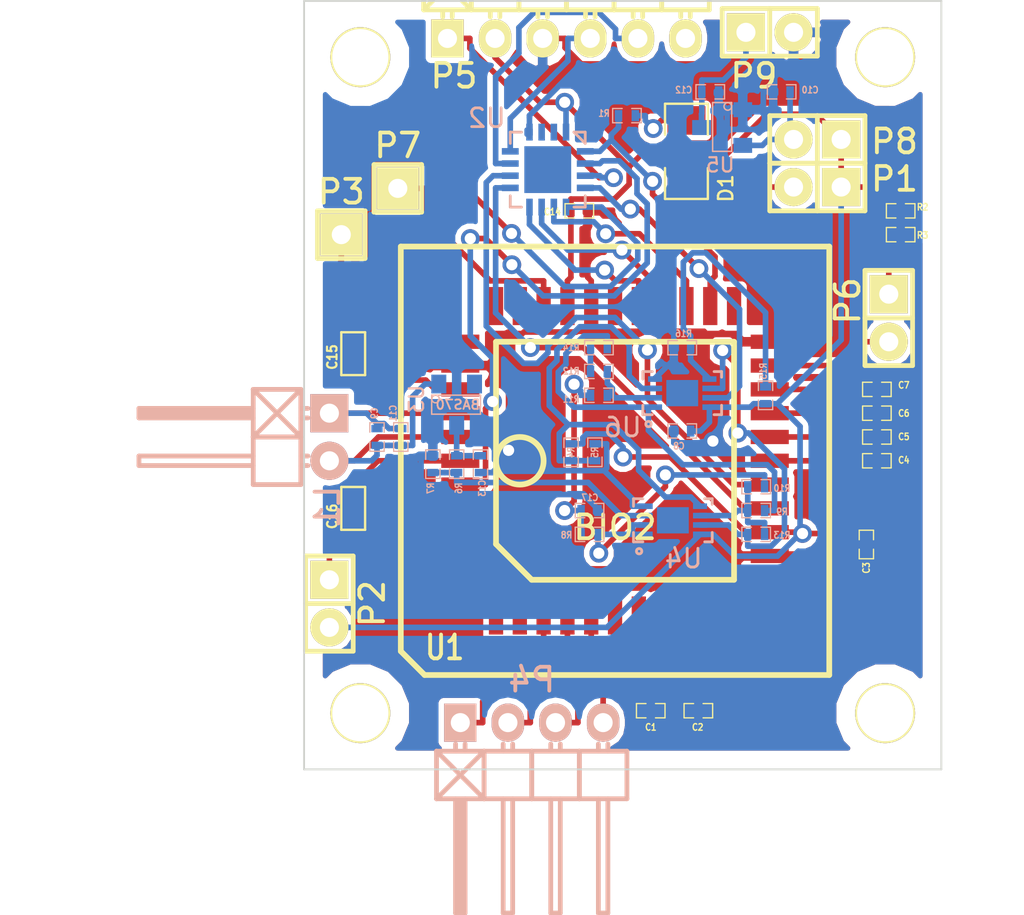
<source format=kicad_pcb>
(kicad_pcb (version 3) (host pcbnew "(2014-04-07 BZR 4791)-product")

  (general
    (links 111)
    (no_connects 0)
    (area 115.745 54.046 175.5824 113.972001)
    (thickness 1.6)
    (drawings 4)
    (tracks 507)
    (zones 0)
    (modules 54)
    (nets 68)
  )

  (page A4)
  (layers
    (15 F.Cu signal hide)
    (0 B.Cu signal)
    (16 B.Adhes user)
    (17 F.Adhes user)
    (18 B.Paste user)
    (19 F.Paste user)
    (20 B.SilkS user)
    (21 F.SilkS user)
    (22 B.Mask user)
    (23 F.Mask user)
    (24 Dwgs.User user)
    (25 Cmts.User user)
    (26 Eco1.User user)
    (27 Eco2.User user)
    (28 Edge.Cuts user)
  )

  (setup
    (last_trace_width 0.3)
    (trace_clearance 0.18)
    (zone_clearance 0.3)
    (zone_45_only yes)
    (trace_min 0.254)
    (segment_width 0.2)
    (edge_width 0.1)
    (via_size 1)
    (via_drill 0.6)
    (via_min_size 0.889)
    (via_min_drill 0.508)
    (uvia_size 0.508)
    (uvia_drill 0.127)
    (uvias_allowed no)
    (uvia_min_size 0.508)
    (uvia_min_drill 0.127)
    (pcb_text_width 0.3)
    (pcb_text_size 1.5 1.5)
    (mod_edge_width 0.15)
    (mod_text_size 1 1)
    (mod_text_width 0.15)
    (pad_size 3.2004 3.2004)
    (pad_drill 3)
    (pad_to_mask_clearance 0.1)
    (aux_axis_origin 0 0)
    (visible_elements FFFFFDFF)
    (pcbplotparams
      (layerselection 284196865)
      (usegerberextensions true)
      (excludeedgelayer true)
      (linewidth 0.150000)
      (plotframeref false)
      (viasonmask false)
      (mode 1)
      (useauxorigin false)
      (hpglpennumber 1)
      (hpglpenspeed 20)
      (hpglpendiameter 15)
      (hpglpenoverlay 2)
      (psnegative false)
      (psa4output false)
      (plotreference true)
      (plotvalue true)
      (plotothertext true)
      (plotinvisibletext false)
      (padsonsilk false)
      (subtractmaskfromsilk false)
      (outputformat 1)
      (mirror false)
      (drillshape 0)
      (scaleselection 1)
      (outputdirectory BIO3_GERB/))
  )

  (net 0 "")
  (net 1 +1.8V)
  (net 2 /CLKDATA_BIO)
  (net 3 /CLK_REF_BIO)
  (net 4 /DATA_BIO)
  (net 5 /MCLR)
  (net 6 /PGC)
  (net 7 /PGD)
  (net 8 /PIC_RX)
  (net 9 /PIC_TX)
  (net 10 /RESET_BIO)
  (net 11 /STROBE_BIO)
  (net 12 /VOUTN_BIO)
  (net 13 /VOUTP_BIO)
  (net 14 GND)
  (net 15 "Net-(C1-Pad1)")
  (net 16 "Net-(C1-Pad2)")
  (net 17 "Net-(C2-Pad1)")
  (net 18 "Net-(C2-Pad2)")
  (net 19 "Net-(C4-Pad1)")
  (net 20 "Net-(C5-Pad1)")
  (net 21 "Net-(C6-Pad1)")
  (net 22 "Net-(C7-Pad1)")
  (net 23 "Net-(C11-Pad1)")
  (net 24 "Net-(C11-Pad2)")
  (net 25 "Net-(C10-Pad1)")
  (net 26 "Net-(C12-Pad1)")
  (net 27 "Net-(C13-Pad1)")
  (net 28 "Net-(C15-Pad1)")
  (net 29 "Net-(C16-Pad1)")
  (net 30 "Net-(C17-Pad1)")
  (net 31 "Net-(D1-Pad1)")
  (net 32 "Net-(D1-Pad2)")
  (net 33 "Net-(P4-Pad1)")
  (net 34 "Net-(P4-Pad2)")
  (net 35 "Net-(P4-Pad3)")
  (net 36 "Net-(P4-Pad4)")
  (net 37 "Net-(P5-Pad6)")
  (net 38 "Net-(P6-Pad1)")
  (net 39 "Net-(P6-Pad2)")
  (net 40 "Net-(P7-Pad1)")
  (net 41 "Net-(P10-Pad1)")
  (net 42 "Net-(P11-Pad1)")
  (net 43 "Net-(P12-Pad1)")
  (net 44 "Net-(P13-Pad1)")
  (net 45 "Net-(R2-Pad2)")
  (net 46 /0_9V)
  (net 47 "Net-(R6-Pad2)")
  (net 48 "Net-(R10-Pad2)")
  (net 49 "Net-(R10-Pad1)")
  (net 50 "Net-(R14-Pad1)")
  (net 51 "Net-(R11-Pad1)")
  (net 52 "Net-(R12-Pad1)")
  (net 53 "Net-(R13-Pad1)")
  (net 54 /1.3V)
  (net 55 "Net-(U1-Pad3)")
  (net 56 "Net-(U1-Pad6)")
  (net 57 "Net-(U1-Pad7)")
  (net 58 "Net-(U1-Pad8)")
  (net 59 "Net-(U1-Pad17)")
  (net 60 "Net-(U1-Pad18)")
  (net 61 "Net-(U1-Pad29)")
  (net 62 "Net-(U1-Pad34)")
  (net 63 "Net-(U1-Pad38)")
  (net 64 "Net-(U1-Pad39)")
  (net 65 "Net-(U2-Pad14)")
  (net 66 "Net-(U2-Pad15)")
  (net 67 "Net-(U3-Pad3)")

  (net_class Default "This is the default net class."
    (clearance 0.18)
    (trace_width 0.3)
    (via_dia 1)
    (via_drill 0.6)
    (uvia_dia 0.508)
    (uvia_drill 0.127)
    (add_net +1.8V)
    (add_net /0_9V)
    (add_net /1.3V)
    (add_net /CLKDATA_BIO)
    (add_net /CLK_REF_BIO)
    (add_net /DATA_BIO)
    (add_net /MCLR)
    (add_net /PGC)
    (add_net /PGD)
    (add_net /PIC_RX)
    (add_net /PIC_TX)
    (add_net /RESET_BIO)
    (add_net /STROBE_BIO)
    (add_net /VOUTN_BIO)
    (add_net /VOUTP_BIO)
    (add_net GND)
    (add_net "Net-(C1-Pad1)")
    (add_net "Net-(C1-Pad2)")
    (add_net "Net-(C10-Pad1)")
    (add_net "Net-(C11-Pad1)")
    (add_net "Net-(C11-Pad2)")
    (add_net "Net-(C12-Pad1)")
    (add_net "Net-(C13-Pad1)")
    (add_net "Net-(C15-Pad1)")
    (add_net "Net-(C16-Pad1)")
    (add_net "Net-(C17-Pad1)")
    (add_net "Net-(C2-Pad1)")
    (add_net "Net-(C2-Pad2)")
    (add_net "Net-(C4-Pad1)")
    (add_net "Net-(C5-Pad1)")
    (add_net "Net-(C6-Pad1)")
    (add_net "Net-(C7-Pad1)")
    (add_net "Net-(D1-Pad1)")
    (add_net "Net-(D1-Pad2)")
    (add_net "Net-(P10-Pad1)")
    (add_net "Net-(P11-Pad1)")
    (add_net "Net-(P12-Pad1)")
    (add_net "Net-(P13-Pad1)")
    (add_net "Net-(P4-Pad1)")
    (add_net "Net-(P4-Pad2)")
    (add_net "Net-(P4-Pad3)")
    (add_net "Net-(P4-Pad4)")
    (add_net "Net-(P5-Pad6)")
    (add_net "Net-(P6-Pad1)")
    (add_net "Net-(P6-Pad2)")
    (add_net "Net-(P7-Pad1)")
    (add_net "Net-(R10-Pad1)")
    (add_net "Net-(R10-Pad2)")
    (add_net "Net-(R11-Pad1)")
    (add_net "Net-(R12-Pad1)")
    (add_net "Net-(R13-Pad1)")
    (add_net "Net-(R14-Pad1)")
    (add_net "Net-(R2-Pad2)")
    (add_net "Net-(R6-Pad2)")
    (add_net "Net-(U1-Pad17)")
    (add_net "Net-(U1-Pad18)")
    (add_net "Net-(U1-Pad29)")
    (add_net "Net-(U1-Pad3)")
    (add_net "Net-(U1-Pad34)")
    (add_net "Net-(U1-Pad38)")
    (add_net "Net-(U1-Pad39)")
    (add_net "Net-(U1-Pad6)")
    (add_net "Net-(U1-Pad7)")
    (add_net "Net-(U1-Pad8)")
    (add_net "Net-(U2-Pad14)")
    (add_net "Net-(U2-Pad15)")
    (add_net "Net-(U3-Pad3)")
  )

  (net_class POWER ""
    (clearance 0.18)
    (trace_width 0.6)
    (via_dia 2)
    (via_drill 0.9)
    (uvia_dia 0.508)
    (uvia_drill 0.127)
  )

  (module SMD_Packages:SM0402 (layer F.Cu) (tedit 53721947) (tstamp 53707351)
    (at 150.495 102.87)
    (path /52710D32)
    (attr smd)
    (fp_text reference C1 (at 0.005 0.88) (layer F.SilkS)
      (effects (font (size 0.35052 0.3048) (thickness 0.07112)))
    )
    (fp_text value 200p (at 0.09906 0) (layer F.SilkS) hide
      (effects (font (size 0.35052 0.3048) (thickness 0.07112)))
    )
    (fp_line (start -0.254 -0.381) (end -0.762 -0.381) (layer F.SilkS) (width 0.07112))
    (fp_line (start -0.762 -0.381) (end -0.762 0.381) (layer F.SilkS) (width 0.07112))
    (fp_line (start -0.762 0.381) (end -0.254 0.381) (layer F.SilkS) (width 0.07112))
    (fp_line (start 0.254 -0.381) (end 0.762 -0.381) (layer F.SilkS) (width 0.07112))
    (fp_line (start 0.762 -0.381) (end 0.762 0.381) (layer F.SilkS) (width 0.07112))
    (fp_line (start 0.762 0.381) (end 0.254 0.381) (layer F.SilkS) (width 0.07112))
    (pad 1 smd rect (at -0.44958 0) (size 0.39878 0.59944) (layers F.Cu F.Paste F.Mask)
      (net 15 "Net-(C1-Pad1)"))
    (pad 2 smd rect (at 0.44958 0) (size 0.39878 0.59944) (layers F.Cu F.Paste F.Mask)
      (net 16 "Net-(C1-Pad2)"))
    (model smd\chip_cms.wrl
      (at (xyz 0 0 0.002))
      (scale (xyz 0.05 0.05 0.05))
      (rotate (xyz 0 0 0))
    )
  )

  (module SMD_Packages:SM0402 (layer F.Cu) (tedit 5372194A) (tstamp 5370735D)
    (at 153.035 102.87)
    (path /52710D38)
    (attr smd)
    (fp_text reference C2 (at -0.035 0.88) (layer F.SilkS)
      (effects (font (size 0.35052 0.3048) (thickness 0.07112)))
    )
    (fp_text value 200p (at 0.09906 0) (layer F.SilkS) hide
      (effects (font (size 0.35052 0.3048) (thickness 0.07112)))
    )
    (fp_line (start -0.254 -0.381) (end -0.762 -0.381) (layer F.SilkS) (width 0.07112))
    (fp_line (start -0.762 -0.381) (end -0.762 0.381) (layer F.SilkS) (width 0.07112))
    (fp_line (start -0.762 0.381) (end -0.254 0.381) (layer F.SilkS) (width 0.07112))
    (fp_line (start 0.254 -0.381) (end 0.762 -0.381) (layer F.SilkS) (width 0.07112))
    (fp_line (start 0.762 -0.381) (end 0.762 0.381) (layer F.SilkS) (width 0.07112))
    (fp_line (start 0.762 0.381) (end 0.254 0.381) (layer F.SilkS) (width 0.07112))
    (pad 1 smd rect (at -0.44958 0) (size 0.39878 0.59944) (layers F.Cu F.Paste F.Mask)
      (net 17 "Net-(C2-Pad1)"))
    (pad 2 smd rect (at 0.44958 0) (size 0.39878 0.59944) (layers F.Cu F.Paste F.Mask)
      (net 18 "Net-(C2-Pad2)"))
    (model smd\chip_cms.wrl
      (at (xyz 0 0 0.002))
      (scale (xyz 0.05 0.05 0.05))
      (rotate (xyz 0 0 0))
    )
  )

  (module SMD_Packages:SM0402 (layer F.Cu) (tedit 53721944) (tstamp 53707369)
    (at 162 94 270)
    (path /527124B4)
    (attr smd)
    (fp_text reference C3 (at 1.25 0 270) (layer F.SilkS)
      (effects (font (size 0.35052 0.3048) (thickness 0.07112)))
    )
    (fp_text value 0.1u (at 0.09906 0 270) (layer F.SilkS) hide
      (effects (font (size 0.35052 0.3048) (thickness 0.07112)))
    )
    (fp_line (start -0.254 -0.381) (end -0.762 -0.381) (layer F.SilkS) (width 0.07112))
    (fp_line (start -0.762 -0.381) (end -0.762 0.381) (layer F.SilkS) (width 0.07112))
    (fp_line (start -0.762 0.381) (end -0.254 0.381) (layer F.SilkS) (width 0.07112))
    (fp_line (start 0.254 -0.381) (end 0.762 -0.381) (layer F.SilkS) (width 0.07112))
    (fp_line (start 0.762 -0.381) (end 0.762 0.381) (layer F.SilkS) (width 0.07112))
    (fp_line (start 0.762 0.381) (end 0.254 0.381) (layer F.SilkS) (width 0.07112))
    (pad 1 smd rect (at -0.44958 0 270) (size 0.39878 0.59944) (layers F.Cu F.Paste F.Mask)
      (net 1 +1.8V))
    (pad 2 smd rect (at 0.44958 0 270) (size 0.39878 0.59944) (layers F.Cu F.Paste F.Mask)
      (net 14 GND))
    (model smd\chip_cms.wrl
      (at (xyz 0 0 0.002))
      (scale (xyz 0.05 0.05 0.05))
      (rotate (xyz 0 0 0))
    )
  )

  (module SMD_Packages:SM0402 (layer F.Cu) (tedit 5372193A) (tstamp 53707375)
    (at 162.56 89.535)
    (path /5271082D)
    (attr smd)
    (fp_text reference C4 (at 1.44 -0.035) (layer F.SilkS)
      (effects (font (size 0.35052 0.3048) (thickness 0.07112)))
    )
    (fp_text value 470p (at 0.09906 0) (layer F.SilkS) hide
      (effects (font (size 0.35052 0.3048) (thickness 0.07112)))
    )
    (fp_line (start -0.254 -0.381) (end -0.762 -0.381) (layer F.SilkS) (width 0.07112))
    (fp_line (start -0.762 -0.381) (end -0.762 0.381) (layer F.SilkS) (width 0.07112))
    (fp_line (start -0.762 0.381) (end -0.254 0.381) (layer F.SilkS) (width 0.07112))
    (fp_line (start 0.254 -0.381) (end 0.762 -0.381) (layer F.SilkS) (width 0.07112))
    (fp_line (start 0.762 -0.381) (end 0.762 0.381) (layer F.SilkS) (width 0.07112))
    (fp_line (start 0.762 0.381) (end 0.254 0.381) (layer F.SilkS) (width 0.07112))
    (pad 1 smd rect (at -0.44958 0) (size 0.39878 0.59944) (layers F.Cu F.Paste F.Mask)
      (net 19 "Net-(C4-Pad1)"))
    (pad 2 smd rect (at 0.44958 0) (size 0.39878 0.59944) (layers F.Cu F.Paste F.Mask)
      (net 14 GND))
    (model smd\chip_cms.wrl
      (at (xyz 0 0 0.002))
      (scale (xyz 0.05 0.05 0.05))
      (rotate (xyz 0 0 0))
    )
  )

  (module SMD_Packages:SM0402 (layer F.Cu) (tedit 53721940) (tstamp 53707381)
    (at 162.56 88.265)
    (path /527108A2)
    (attr smd)
    (fp_text reference C5 (at 1.44 -0.015) (layer F.SilkS)
      (effects (font (size 0.35052 0.3048) (thickness 0.07112)))
    )
    (fp_text value 470p (at 0.09906 0) (layer F.SilkS) hide
      (effects (font (size 0.35052 0.3048) (thickness 0.07112)))
    )
    (fp_line (start -0.254 -0.381) (end -0.762 -0.381) (layer F.SilkS) (width 0.07112))
    (fp_line (start -0.762 -0.381) (end -0.762 0.381) (layer F.SilkS) (width 0.07112))
    (fp_line (start -0.762 0.381) (end -0.254 0.381) (layer F.SilkS) (width 0.07112))
    (fp_line (start 0.254 -0.381) (end 0.762 -0.381) (layer F.SilkS) (width 0.07112))
    (fp_line (start 0.762 -0.381) (end 0.762 0.381) (layer F.SilkS) (width 0.07112))
    (fp_line (start 0.762 0.381) (end 0.254 0.381) (layer F.SilkS) (width 0.07112))
    (pad 1 smd rect (at -0.44958 0) (size 0.39878 0.59944) (layers F.Cu F.Paste F.Mask)
      (net 20 "Net-(C5-Pad1)"))
    (pad 2 smd rect (at 0.44958 0) (size 0.39878 0.59944) (layers F.Cu F.Paste F.Mask)
      (net 14 GND))
    (model smd\chip_cms.wrl
      (at (xyz 0 0 0.002))
      (scale (xyz 0.05 0.05 0.05))
      (rotate (xyz 0 0 0))
    )
  )

  (module SMD_Packages:SM0402 (layer F.Cu) (tedit 5372192E) (tstamp 5370738D)
    (at 162.56 86.995)
    (path /52710919)
    (attr smd)
    (fp_text reference C6 (at 1.44 0.005) (layer F.SilkS)
      (effects (font (size 0.35052 0.3048) (thickness 0.07112)))
    )
    (fp_text value 470p (at 0.09906 0) (layer F.SilkS) hide
      (effects (font (size 0.35052 0.3048) (thickness 0.07112)))
    )
    (fp_line (start -0.254 -0.381) (end -0.762 -0.381) (layer F.SilkS) (width 0.07112))
    (fp_line (start -0.762 -0.381) (end -0.762 0.381) (layer F.SilkS) (width 0.07112))
    (fp_line (start -0.762 0.381) (end -0.254 0.381) (layer F.SilkS) (width 0.07112))
    (fp_line (start 0.254 -0.381) (end 0.762 -0.381) (layer F.SilkS) (width 0.07112))
    (fp_line (start 0.762 -0.381) (end 0.762 0.381) (layer F.SilkS) (width 0.07112))
    (fp_line (start 0.762 0.381) (end 0.254 0.381) (layer F.SilkS) (width 0.07112))
    (pad 1 smd rect (at -0.44958 0) (size 0.39878 0.59944) (layers F.Cu F.Paste F.Mask)
      (net 21 "Net-(C6-Pad1)"))
    (pad 2 smd rect (at 0.44958 0) (size 0.39878 0.59944) (layers F.Cu F.Paste F.Mask)
      (net 14 GND))
    (model smd\chip_cms.wrl
      (at (xyz 0 0 0.002))
      (scale (xyz 0.05 0.05 0.05))
      (rotate (xyz 0 0 0))
    )
  )

  (module SMD_Packages:SM0402 (layer F.Cu) (tedit 5372192C) (tstamp 53707399)
    (at 162.56 85.725)
    (path /52710992)
    (attr smd)
    (fp_text reference C7 (at 1.44 -0.225) (layer F.SilkS)
      (effects (font (size 0.35052 0.3048) (thickness 0.07112)))
    )
    (fp_text value 470p (at 0.09906 0) (layer F.SilkS) hide
      (effects (font (size 0.35052 0.3048) (thickness 0.07112)))
    )
    (fp_line (start -0.254 -0.381) (end -0.762 -0.381) (layer F.SilkS) (width 0.07112))
    (fp_line (start -0.762 -0.381) (end -0.762 0.381) (layer F.SilkS) (width 0.07112))
    (fp_line (start -0.762 0.381) (end -0.254 0.381) (layer F.SilkS) (width 0.07112))
    (fp_line (start 0.254 -0.381) (end 0.762 -0.381) (layer F.SilkS) (width 0.07112))
    (fp_line (start 0.762 -0.381) (end 0.762 0.381) (layer F.SilkS) (width 0.07112))
    (fp_line (start 0.762 0.381) (end 0.254 0.381) (layer F.SilkS) (width 0.07112))
    (pad 1 smd rect (at -0.44958 0) (size 0.39878 0.59944) (layers F.Cu F.Paste F.Mask)
      (net 22 "Net-(C7-Pad1)"))
    (pad 2 smd rect (at 0.44958 0) (size 0.39878 0.59944) (layers F.Cu F.Paste F.Mask)
      (net 14 GND))
    (model smd\chip_cms.wrl
      (at (xyz 0 0 0.002))
      (scale (xyz 0.05 0.05 0.05))
      (rotate (xyz 0 0 0))
    )
  )

  (module SMD_Packages:SM0402 (layer B.Cu) (tedit 53721C15) (tstamp 537073A5)
    (at 152.175 87.945 180)
    (path /52712686)
    (attr smd)
    (fp_text reference C8 (at 0.175 -0.805 180) (layer B.SilkS)
      (effects (font (size 0.35052 0.3048) (thickness 0.07112)) (justify mirror))
    )
    (fp_text value 0.1u (at 0.09906 0 180) (layer B.SilkS) hide
      (effects (font (size 0.35052 0.3048) (thickness 0.07112)) (justify mirror))
    )
    (fp_line (start -0.254 0.381) (end -0.762 0.381) (layer B.SilkS) (width 0.07112))
    (fp_line (start -0.762 0.381) (end -0.762 -0.381) (layer B.SilkS) (width 0.07112))
    (fp_line (start -0.762 -0.381) (end -0.254 -0.381) (layer B.SilkS) (width 0.07112))
    (fp_line (start 0.254 0.381) (end 0.762 0.381) (layer B.SilkS) (width 0.07112))
    (fp_line (start 0.762 0.381) (end 0.762 -0.381) (layer B.SilkS) (width 0.07112))
    (fp_line (start 0.762 -0.381) (end 0.254 -0.381) (layer B.SilkS) (width 0.07112))
    (pad 1 smd rect (at -0.44958 0 180) (size 0.39878 0.59944) (layers B.Cu B.Paste B.Mask)
      (net 1 +1.8V))
    (pad 2 smd rect (at 0.44958 0 180) (size 0.39878 0.59944) (layers B.Cu B.Paste B.Mask)
      (net 14 GND))
    (model smd\chip_cms.wrl
      (at (xyz 0 0 0.002))
      (scale (xyz 0.05 0.05 0.05))
      (rotate (xyz 0 0 0))
    )
  )

  (module SMD_Packages:SM0402 (layer B.Cu) (tedit 537219E4) (tstamp 537073B1)
    (at 135.89 88.265 270)
    (path /536C9DC6)
    (attr smd)
    (fp_text reference C9 (at -1.265 0.14 270) (layer B.SilkS)
      (effects (font (size 0.35052 0.3048) (thickness 0.07112)) (justify mirror))
    )
    (fp_text value 100p (at 0.09906 0 270) (layer B.SilkS) hide
      (effects (font (size 0.35052 0.3048) (thickness 0.07112)) (justify mirror))
    )
    (fp_line (start -0.254 0.381) (end -0.762 0.381) (layer B.SilkS) (width 0.07112))
    (fp_line (start -0.762 0.381) (end -0.762 -0.381) (layer B.SilkS) (width 0.07112))
    (fp_line (start -0.762 -0.381) (end -0.254 -0.381) (layer B.SilkS) (width 0.07112))
    (fp_line (start 0.254 0.381) (end 0.762 0.381) (layer B.SilkS) (width 0.07112))
    (fp_line (start 0.762 0.381) (end 0.762 -0.381) (layer B.SilkS) (width 0.07112))
    (fp_line (start 0.762 -0.381) (end 0.254 -0.381) (layer B.SilkS) (width 0.07112))
    (pad 1 smd rect (at -0.44958 0 270) (size 0.39878 0.59944) (layers B.Cu B.Paste B.Mask)
      (net 23 "Net-(C11-Pad1)"))
    (pad 2 smd rect (at 0.44958 0 270) (size 0.39878 0.59944) (layers B.Cu B.Paste B.Mask)
      (net 24 "Net-(C11-Pad2)"))
    (model smd\chip_cms.wrl
      (at (xyz 0 0 0.002))
      (scale (xyz 0.05 0.05 0.05))
      (rotate (xyz 0 0 0))
    )
  )

  (module SMD_Packages:SM0402 (layer B.Cu) (tedit 537219F7) (tstamp 537073BD)
    (at 157.48 69.85 180)
    (path /526FDA94)
    (attr smd)
    (fp_text reference C10 (at -1.52 0.1 180) (layer B.SilkS)
      (effects (font (size 0.35052 0.3048) (thickness 0.07112)) (justify mirror))
    )
    (fp_text value 1u (at 0.09906 0 180) (layer B.SilkS) hide
      (effects (font (size 0.35052 0.3048) (thickness 0.07112)) (justify mirror))
    )
    (fp_line (start -0.254 0.381) (end -0.762 0.381) (layer B.SilkS) (width 0.07112))
    (fp_line (start -0.762 0.381) (end -0.762 -0.381) (layer B.SilkS) (width 0.07112))
    (fp_line (start -0.762 -0.381) (end -0.254 -0.381) (layer B.SilkS) (width 0.07112))
    (fp_line (start 0.254 0.381) (end 0.762 0.381) (layer B.SilkS) (width 0.07112))
    (fp_line (start 0.762 0.381) (end 0.762 -0.381) (layer B.SilkS) (width 0.07112))
    (fp_line (start 0.762 -0.381) (end 0.254 -0.381) (layer B.SilkS) (width 0.07112))
    (pad 1 smd rect (at -0.44958 0 180) (size 0.39878 0.59944) (layers B.Cu B.Paste B.Mask)
      (net 25 "Net-(C10-Pad1)"))
    (pad 2 smd rect (at 0.44958 0 180) (size 0.39878 0.59944) (layers B.Cu B.Paste B.Mask)
      (net 14 GND))
    (model smd\chip_cms.wrl
      (at (xyz 0 0 0.002))
      (scale (xyz 0.05 0.05 0.05))
      (rotate (xyz 0 0 0))
    )
  )

  (module SMD_Packages:SM0402 (layer B.Cu) (tedit 537219E2) (tstamp 537073C9)
    (at 137.16 88.265 270)
    (path /536C9DBB)
    (attr smd)
    (fp_text reference C11 (at -1.265 0.41 450) (layer B.SilkS)
      (effects (font (size 0.35052 0.3048) (thickness 0.07112)) (justify mirror))
    )
    (fp_text value 90p (at 0.09906 0 270) (layer B.SilkS) hide
      (effects (font (size 0.35052 0.3048) (thickness 0.07112)) (justify mirror))
    )
    (fp_line (start -0.254 0.381) (end -0.762 0.381) (layer B.SilkS) (width 0.07112))
    (fp_line (start -0.762 0.381) (end -0.762 -0.381) (layer B.SilkS) (width 0.07112))
    (fp_line (start -0.762 -0.381) (end -0.254 -0.381) (layer B.SilkS) (width 0.07112))
    (fp_line (start 0.254 0.381) (end 0.762 0.381) (layer B.SilkS) (width 0.07112))
    (fp_line (start 0.762 0.381) (end 0.762 -0.381) (layer B.SilkS) (width 0.07112))
    (fp_line (start 0.762 -0.381) (end 0.254 -0.381) (layer B.SilkS) (width 0.07112))
    (pad 1 smd rect (at -0.44958 0 270) (size 0.39878 0.59944) (layers B.Cu B.Paste B.Mask)
      (net 23 "Net-(C11-Pad1)"))
    (pad 2 smd rect (at 0.44958 0 270) (size 0.39878 0.59944) (layers B.Cu B.Paste B.Mask)
      (net 24 "Net-(C11-Pad2)"))
    (model smd\chip_cms.wrl
      (at (xyz 0 0 0.002))
      (scale (xyz 0.05 0.05 0.05))
      (rotate (xyz 0 0 0))
    )
  )

  (module SMD_Packages:SM0402 (layer B.Cu) (tedit 537219F4) (tstamp 537073D5)
    (at 153.67 69.85)
    (path /5271170B)
    (attr smd)
    (fp_text reference C12 (at -1.42 -0.1) (layer B.SilkS)
      (effects (font (size 0.35052 0.3048) (thickness 0.07112)) (justify mirror))
    )
    (fp_text value 1u (at 0.09906 0) (layer B.SilkS) hide
      (effects (font (size 0.35052 0.3048) (thickness 0.07112)) (justify mirror))
    )
    (fp_line (start -0.254 0.381) (end -0.762 0.381) (layer B.SilkS) (width 0.07112))
    (fp_line (start -0.762 0.381) (end -0.762 -0.381) (layer B.SilkS) (width 0.07112))
    (fp_line (start -0.762 -0.381) (end -0.254 -0.381) (layer B.SilkS) (width 0.07112))
    (fp_line (start 0.254 0.381) (end 0.762 0.381) (layer B.SilkS) (width 0.07112))
    (fp_line (start 0.762 0.381) (end 0.762 -0.381) (layer B.SilkS) (width 0.07112))
    (fp_line (start 0.762 -0.381) (end 0.254 -0.381) (layer B.SilkS) (width 0.07112))
    (pad 1 smd rect (at -0.44958 0) (size 0.39878 0.59944) (layers B.Cu B.Paste B.Mask)
      (net 26 "Net-(C12-Pad1)"))
    (pad 2 smd rect (at 0.44958 0) (size 0.39878 0.59944) (layers B.Cu B.Paste B.Mask)
      (net 14 GND))
    (model smd\chip_cms.wrl
      (at (xyz 0 0 0.002))
      (scale (xyz 0.05 0.05 0.05))
      (rotate (xyz 0 0 0))
    )
  )

  (module SMD_Packages:SM0402 (layer B.Cu) (tedit 537219C6) (tstamp 537073E1)
    (at 141.41 89.715 270)
    (path /536CC4BF)
    (attr smd)
    (fp_text reference C13 (at 1.285 -0.09 270) (layer B.SilkS)
      (effects (font (size 0.35052 0.3048) (thickness 0.07112)) (justify mirror))
    )
    (fp_text value 0.1n (at 0.09906 0 270) (layer B.SilkS) hide
      (effects (font (size 0.35052 0.3048) (thickness 0.07112)) (justify mirror))
    )
    (fp_line (start -0.254 0.381) (end -0.762 0.381) (layer B.SilkS) (width 0.07112))
    (fp_line (start -0.762 0.381) (end -0.762 -0.381) (layer B.SilkS) (width 0.07112))
    (fp_line (start -0.762 -0.381) (end -0.254 -0.381) (layer B.SilkS) (width 0.07112))
    (fp_line (start 0.254 0.381) (end 0.762 0.381) (layer B.SilkS) (width 0.07112))
    (fp_line (start 0.762 0.381) (end 0.762 -0.381) (layer B.SilkS) (width 0.07112))
    (fp_line (start 0.762 -0.381) (end 0.254 -0.381) (layer B.SilkS) (width 0.07112))
    (pad 1 smd rect (at -0.44958 0 270) (size 0.39878 0.59944) (layers B.Cu B.Paste B.Mask)
      (net 27 "Net-(C13-Pad1)"))
    (pad 2 smd rect (at 0.44958 0 270) (size 0.39878 0.59944) (layers B.Cu B.Paste B.Mask)
      (net 14 GND))
    (model smd\chip_cms.wrl
      (at (xyz 0 0 0.002))
      (scale (xyz 0.05 0.05 0.05))
      (rotate (xyz 0 0 0))
    )
  )

  (module SMD_Packages:SM0402 (layer F.Cu) (tedit 537237FE) (tstamp 537073ED)
    (at 146.685 76.2)
    (path /527269DA)
    (attr smd)
    (fp_text reference C14 (at -1.435 0.05) (layer F.SilkS)
      (effects (font (size 0.35052 0.3048) (thickness 0.07112)))
    )
    (fp_text value 0.1u (at 0.09906 0) (layer F.SilkS) hide
      (effects (font (size 0.35052 0.3048) (thickness 0.07112)))
    )
    (fp_line (start -0.254 -0.381) (end -0.762 -0.381) (layer F.SilkS) (width 0.07112))
    (fp_line (start -0.762 -0.381) (end -0.762 0.381) (layer F.SilkS) (width 0.07112))
    (fp_line (start -0.762 0.381) (end -0.254 0.381) (layer F.SilkS) (width 0.07112))
    (fp_line (start 0.254 -0.381) (end 0.762 -0.381) (layer F.SilkS) (width 0.07112))
    (fp_line (start 0.762 -0.381) (end 0.762 0.381) (layer F.SilkS) (width 0.07112))
    (fp_line (start 0.762 0.381) (end 0.254 0.381) (layer F.SilkS) (width 0.07112))
    (pad 1 smd rect (at -0.44958 0) (size 0.39878 0.59944) (layers F.Cu F.Paste F.Mask)
      (net 1 +1.8V))
    (pad 2 smd rect (at 0.44958 0) (size 0.39878 0.59944) (layers F.Cu F.Paste F.Mask)
      (net 14 GND))
    (model smd\chip_cms.wrl
      (at (xyz 0 0 0.002))
      (scale (xyz 0.05 0.05 0.05))
      (rotate (xyz 0 0 0))
    )
  )

  (module SMD_Packages:SM0603 (layer F.Cu) (tedit 53721921) (tstamp 537073F7)
    (at 134.62 83.82 90)
    (path /536CE108)
    (attr smd)
    (fp_text reference C15 (at -0.18 -1.12 90) (layer F.SilkS)
      (effects (font (size 0.508 0.4572) (thickness 0.1143)))
    )
    (fp_text value 10u (at 0 0 90) (layer F.SilkS) hide
      (effects (font (size 0.508 0.4572) (thickness 0.1143)))
    )
    (fp_line (start -1.143 -0.635) (end 1.143 -0.635) (layer F.SilkS) (width 0.127))
    (fp_line (start 1.143 -0.635) (end 1.143 0.635) (layer F.SilkS) (width 0.127))
    (fp_line (start 1.143 0.635) (end -1.143 0.635) (layer F.SilkS) (width 0.127))
    (fp_line (start -1.143 0.635) (end -1.143 -0.635) (layer F.SilkS) (width 0.127))
    (pad 1 smd rect (at -0.762 0 90) (size 0.635 1.143) (layers F.Cu F.Paste F.Mask)
      (net 28 "Net-(C15-Pad1)"))
    (pad 2 smd rect (at 0.762 0 90) (size 0.635 1.143) (layers F.Cu F.Paste F.Mask)
      (net 14 GND))
    (model smd\resistors\R0603.wrl
      (at (xyz 0 0 0.001))
      (scale (xyz 0.5 0.5 0.5))
      (rotate (xyz 0 0 0))
    )
  )

  (module SMD_Packages:SM0603 (layer F.Cu) (tedit 5372191E) (tstamp 53707401)
    (at 134.62 92.075 270)
    (path /536CE2A6)
    (attr smd)
    (fp_text reference C16 (at 0.425 1.12 450) (layer F.SilkS)
      (effects (font (size 0.508 0.4572) (thickness 0.1143)))
    )
    (fp_text value 10u (at 0 0 270) (layer F.SilkS) hide
      (effects (font (size 0.508 0.4572) (thickness 0.1143)))
    )
    (fp_line (start -1.143 -0.635) (end 1.143 -0.635) (layer F.SilkS) (width 0.127))
    (fp_line (start 1.143 -0.635) (end 1.143 0.635) (layer F.SilkS) (width 0.127))
    (fp_line (start 1.143 0.635) (end -1.143 0.635) (layer F.SilkS) (width 0.127))
    (fp_line (start -1.143 0.635) (end -1.143 -0.635) (layer F.SilkS) (width 0.127))
    (pad 1 smd rect (at -0.762 0 270) (size 0.635 1.143) (layers F.Cu F.Paste F.Mask)
      (net 29 "Net-(C16-Pad1)"))
    (pad 2 smd rect (at 0.762 0 270) (size 0.635 1.143) (layers F.Cu F.Paste F.Mask)
      (net 14 GND))
    (model smd\resistors\R0603.wrl
      (at (xyz 0 0 0.001))
      (scale (xyz 0.5 0.5 0.5))
      (rotate (xyz 0 0 0))
    )
  )

  (module SMD_Packages:SM0402 (layer B.Cu) (tedit 53721C32) (tstamp 537091A2)
    (at 147.23 92.19)
    (path /536CCDCA)
    (attr smd)
    (fp_text reference C17 (at 0.02 -0.69) (layer B.SilkS)
      (effects (font (size 0.35052 0.3048) (thickness 0.07112)) (justify mirror))
    )
    (fp_text value 0.1u (at 0.09906 0) (layer B.SilkS) hide
      (effects (font (size 0.35052 0.3048) (thickness 0.07112)) (justify mirror))
    )
    (fp_line (start -0.254 0.381) (end -0.762 0.381) (layer B.SilkS) (width 0.07112))
    (fp_line (start -0.762 0.381) (end -0.762 -0.381) (layer B.SilkS) (width 0.07112))
    (fp_line (start -0.762 -0.381) (end -0.254 -0.381) (layer B.SilkS) (width 0.07112))
    (fp_line (start 0.254 0.381) (end 0.762 0.381) (layer B.SilkS) (width 0.07112))
    (fp_line (start 0.762 0.381) (end 0.762 -0.381) (layer B.SilkS) (width 0.07112))
    (fp_line (start 0.762 -0.381) (end 0.254 -0.381) (layer B.SilkS) (width 0.07112))
    (pad 1 smd rect (at -0.44958 0) (size 0.39878 0.59944) (layers B.Cu B.Paste B.Mask)
      (net 30 "Net-(C17-Pad1)"))
    (pad 2 smd rect (at 0.44958 0) (size 0.39878 0.59944) (layers B.Cu B.Paste B.Mask)
      (net 14 GND))
    (model smd\chip_cms.wrl
      (at (xyz 0 0 0.002))
      (scale (xyz 0.05 0.05 0.05))
      (rotate (xyz 0 0 0))
    )
  )

  (module SMD_Packages:SM1206 (layer F.Cu) (tedit 53721903) (tstamp 53707419)
    (at 152.4 73.025 90)
    (path /527113FF)
    (attr smd)
    (fp_text reference D1 (at -1.975 2.1 90) (layer F.SilkS)
      (effects (font (size 0.762 0.762) (thickness 0.127)))
    )
    (fp_text value LED (at 0 0 90) (layer F.SilkS) hide
      (effects (font (size 0.762 0.762) (thickness 0.127)))
    )
    (fp_line (start -2.54 -1.143) (end -2.54 1.143) (layer F.SilkS) (width 0.127))
    (fp_line (start -2.54 1.143) (end -0.889 1.143) (layer F.SilkS) (width 0.127))
    (fp_line (start 0.889 -1.143) (end 2.54 -1.143) (layer F.SilkS) (width 0.127))
    (fp_line (start 2.54 -1.143) (end 2.54 1.143) (layer F.SilkS) (width 0.127))
    (fp_line (start 2.54 1.143) (end 0.889 1.143) (layer F.SilkS) (width 0.127))
    (fp_line (start -0.889 -1.143) (end -2.54 -1.143) (layer F.SilkS) (width 0.127))
    (pad 1 smd rect (at -1.651 0 90) (size 1.524 2.032) (layers F.Cu F.Paste F.Mask)
      (net 31 "Net-(D1-Pad1)"))
    (pad 2 smd rect (at 1.651 0 90) (size 1.524 2.032) (layers F.Cu F.Paste F.Mask)
      (net 32 "Net-(D1-Pad2)"))
    (model smd/chip_cms.wrl
      (at (xyz 0 0 0))
      (scale (xyz 0.17 0.16 0.16))
      (rotate (xyz 0 0 0))
    )
  )

  (module Pin_Headers:Pin_Header_Angled_1x02 (layer B.Cu) (tedit 537219DA) (tstamp 53707438)
    (at 133.35 88.265 270)
    (descr "1 pin")
    (tags "CONN DEV")
    (path /536C98E9)
    (fp_text reference L1 (at 3.735 0.1 270) (layer B.SilkS)
      (effects (font (size 1.27 1.27) (thickness 0.2032)) (justify mirror))
    )
    (fp_text value 1.3u (at 0 0 270) (layer B.SilkS) hide
      (effects (font (size 1.27 1.27) (thickness 0.2032)) (justify mirror))
    )
    (fp_line (start 0 4.064) (end -2.54 1.524) (layer B.SilkS) (width 0.254))
    (fp_line (start -2.54 4.064) (end 0 1.524) (layer B.SilkS) (width 0.254))
    (fp_line (start -1.397 4.191) (end -1.397 10.033) (layer B.SilkS) (width 0.254))
    (fp_line (start -1.397 10.033) (end -1.143 10.033) (layer B.SilkS) (width 0.254))
    (fp_line (start -1.143 10.033) (end -1.143 4.191) (layer B.SilkS) (width 0.254))
    (fp_line (start -1.143 4.191) (end -1.27 4.191) (layer B.SilkS) (width 0.254))
    (fp_line (start -1.27 4.191) (end -1.27 10.033) (layer B.SilkS) (width 0.254))
    (fp_line (start -1.524 1.524) (end -1.524 1.143) (layer B.SilkS) (width 0.254))
    (fp_line (start -1.016 1.524) (end -1.016 1.143) (layer B.SilkS) (width 0.254))
    (fp_line (start 1.016 1.524) (end 1.016 1.143) (layer B.SilkS) (width 0.254))
    (fp_line (start 1.524 1.524) (end 1.524 1.143) (layer B.SilkS) (width 0.254))
    (fp_line (start -2.54 1.524) (end -2.54 4.064) (layer B.SilkS) (width 0.254))
    (fp_line (start 0 1.524) (end 0 4.064) (layer B.SilkS) (width 0.254))
    (fp_line (start 0 1.524) (end 2.54 1.524) (layer B.SilkS) (width 0.254))
    (fp_line (start 2.54 1.524) (end 2.54 4.064) (layer B.SilkS) (width 0.254))
    (fp_line (start 1.016 4.064) (end 1.016 10.16) (layer B.SilkS) (width 0.254))
    (fp_line (start 1.016 10.16) (end 1.524 10.16) (layer B.SilkS) (width 0.254))
    (fp_line (start 1.524 10.16) (end 1.524 4.064) (layer B.SilkS) (width 0.254))
    (fp_line (start 2.54 4.064) (end 0 4.064) (layer B.SilkS) (width 0.254))
    (fp_line (start 0 4.064) (end -2.54 4.064) (layer B.SilkS) (width 0.254))
    (fp_line (start -1.016 10.16) (end -1.016 4.064) (layer B.SilkS) (width 0.254))
    (fp_line (start -1.524 10.16) (end -1.016 10.16) (layer B.SilkS) (width 0.254))
    (fp_line (start -1.524 4.064) (end -1.524 10.16) (layer B.SilkS) (width 0.254))
    (fp_line (start 0 1.524) (end 0 4.064) (layer B.SilkS) (width 0.254))
    (fp_line (start -2.54 1.524) (end 0 1.524) (layer B.SilkS) (width 0.254))
    (pad 1 thru_hole rect (at -1.27 0 270) (size 2.032 2.032) (drill 1.016) (layers *.Cu *.Mask B.SilkS)
      (net 23 "Net-(C11-Pad1)"))
    (pad 2 thru_hole oval (at 1.27 0 270) (size 2.032 2.032) (drill 1.016) (layers *.Cu *.Mask B.SilkS)
      (net 24 "Net-(C11-Pad2)"))
    (model Pin_Headers/Pin_Header_Angled_1x02.wrl
      (at (xyz 0 0 0))
      (scale (xyz 1 1 1))
      (rotate (xyz 0 0 0))
    )
  )

  (module Pin_Headers:Pin_Header_Straight_1x02 (layer F.Cu) (tedit 537218E4) (tstamp 53707444)
    (at 159.385 74.93 180)
    (descr "1 pin")
    (tags "CONN DEV")
    (path /52712145)
    (fp_text reference P1 (at -4.115 0.43 180) (layer F.SilkS)
      (effects (font (size 1.27 1.27) (thickness 0.2032)))
    )
    (fp_text value CONN_2 (at 0 0 180) (layer F.SilkS) hide
      (effects (font (size 1.27 1.27) (thickness 0.2032)))
    )
    (fp_line (start 0 -1.27) (end 0 1.27) (layer F.SilkS) (width 0.254))
    (fp_line (start -2.54 -1.27) (end -2.54 1.27) (layer F.SilkS) (width 0.254))
    (fp_line (start -2.54 1.27) (end 0 1.27) (layer F.SilkS) (width 0.254))
    (fp_line (start 0 1.27) (end 2.54 1.27) (layer F.SilkS) (width 0.254))
    (fp_line (start 2.54 1.27) (end 2.54 -1.27) (layer F.SilkS) (width 0.254))
    (fp_line (start 2.54 -1.27) (end -2.54 -1.27) (layer F.SilkS) (width 0.254))
    (pad 1 thru_hole rect (at -1.27 0 180) (size 2.032 2.032) (drill 1.016) (layers *.Cu *.Mask F.SilkS)
      (net 1 +1.8V))
    (pad 2 thru_hole oval (at 1.27 0 180) (size 2.032 2.032) (drill 1.016) (layers *.Cu *.Mask F.SilkS)
      (net 31 "Net-(D1-Pad1)"))
    (model Pin_Headers/Pin_Header_Straight_1x02.wrl
      (at (xyz 0 0 0))
      (scale (xyz 1 1 1))
      (rotate (xyz 0 0 0))
    )
  )

  (module Pin_Headers:Pin_Header_Straight_1x02 (layer F.Cu) (tedit 53721A5B) (tstamp 53707450)
    (at 133.35 97.155 270)
    (descr "1 pin")
    (tags "CONN DEV")
    (path /536C9EC8)
    (fp_text reference P2 (at 0 -2.286 270) (layer F.SilkS)
      (effects (font (size 1.27 1.27) (thickness 0.2032)))
    )
    (fp_text value "" (at 2.345 7.6 270) (layer F.SilkS) hide
      (effects (font (size 1.27 1.27) (thickness 0.2032)))
    )
    (fp_line (start 0 -1.27) (end 0 1.27) (layer F.SilkS) (width 0.254))
    (fp_line (start -2.54 -1.27) (end -2.54 1.27) (layer F.SilkS) (width 0.254))
    (fp_line (start -2.54 1.27) (end 0 1.27) (layer F.SilkS) (width 0.254))
    (fp_line (start 0 1.27) (end 2.54 1.27) (layer F.SilkS) (width 0.254))
    (fp_line (start 2.54 1.27) (end 2.54 -1.27) (layer F.SilkS) (width 0.254))
    (fp_line (start 2.54 -1.27) (end -2.54 -1.27) (layer F.SilkS) (width 0.254))
    (pad 1 thru_hole rect (at -1.27 0 270) (size 2.032 2.032) (drill 1.016) (layers *.Cu *.Mask F.SilkS)
      (net 29 "Net-(C16-Pad1)"))
    (pad 2 thru_hole oval (at 1.27 0 270) (size 2.032 2.032) (drill 1.016) (layers *.Cu *.Mask F.SilkS)
      (net 1 +1.8V))
    (model Pin_Headers/Pin_Header_Straight_1x02.wrl
      (at (xyz 0 0 0))
      (scale (xyz 1 1 1))
      (rotate (xyz 0 0 0))
    )
  )

  (module Pin_Headers:Pin_Header_Straight_1x01 (layer F.Cu) (tedit 53721A64) (tstamp 53707459)
    (at 133.985 77.47)
    (descr "1 pin")
    (tags "CONN DEV")
    (path /536C9D13)
    (fp_text reference P3 (at 0 -2.286) (layer F.SilkS)
      (effects (font (size 1.27 1.27) (thickness 0.2032)))
    )
    (fp_text value "" (at -11.235 -0.22) (layer F.SilkS) hide
      (effects (font (size 1.27 1.27) (thickness 0.2032)))
    )
    (fp_line (start -1.27 -1.27) (end -1.27 1.27) (layer F.SilkS) (width 0.254))
    (fp_line (start -1.27 1.27) (end 1.27 1.27) (layer F.SilkS) (width 0.254))
    (fp_line (start 1.27 1.27) (end 1.27 -1.27) (layer F.SilkS) (width 0.254))
    (fp_line (start 1.27 -1.27) (end -1.27 -1.27) (layer F.SilkS) (width 0.254))
    (pad 1 thru_hole rect (at 0 0) (size 2.2352 2.2352) (drill 1.016) (layers *.Cu *.Mask F.SilkS)
      (net 28 "Net-(C15-Pad1)"))
    (model Pin_Headers/Pin_Header_Straight_1x01.wrl
      (at (xyz 0 0 0))
      (scale (xyz 1 1 1))
      (rotate (xyz 0 0 0))
    )
  )

  (module Pin_Headers:Pin_Header_Angled_1x04 (layer B.Cu) (tedit 53707161) (tstamp 5370748C)
    (at 144.145 103.505)
    (descr "1 pin")
    (tags "CONN DEV")
    (path /52711038)
    (fp_text reference P4 (at 0 -2.286) (layer B.SilkS)
      (effects (font (size 1.27 1.27) (thickness 0.2032)) (justify mirror))
    )
    (fp_text value CONN_4 (at 0 0) (layer B.SilkS) hide
      (effects (font (size 1.27 1.27) (thickness 0.2032)) (justify mirror))
    )
    (fp_line (start -2.54 4.064) (end -5.08 1.524) (layer B.SilkS) (width 0.254))
    (fp_line (start -5.08 4.064) (end -2.54 1.524) (layer B.SilkS) (width 0.254))
    (fp_line (start -3.937 4.191) (end -3.937 10.033) (layer B.SilkS) (width 0.254))
    (fp_line (start -3.937 10.033) (end -3.683 10.033) (layer B.SilkS) (width 0.254))
    (fp_line (start -3.683 10.033) (end -3.683 4.191) (layer B.SilkS) (width 0.254))
    (fp_line (start -3.683 4.191) (end -3.81 4.191) (layer B.SilkS) (width 0.254))
    (fp_line (start -3.81 4.191) (end -3.81 10.033) (layer B.SilkS) (width 0.254))
    (fp_line (start -4.064 1.524) (end -4.064 1.143) (layer B.SilkS) (width 0.254))
    (fp_line (start -3.556 1.524) (end -3.556 1.143) (layer B.SilkS) (width 0.254))
    (fp_line (start -1.524 1.524) (end -1.524 1.143) (layer B.SilkS) (width 0.254))
    (fp_line (start -1.016 1.524) (end -1.016 1.143) (layer B.SilkS) (width 0.254))
    (fp_line (start 1.016 1.524) (end 1.016 1.143) (layer B.SilkS) (width 0.254))
    (fp_line (start 1.524 1.524) (end 1.524 1.143) (layer B.SilkS) (width 0.254))
    (fp_line (start 4.064 1.524) (end 4.064 1.143) (layer B.SilkS) (width 0.254))
    (fp_line (start 3.556 1.524) (end 3.556 1.143) (layer B.SilkS) (width 0.254))
    (fp_line (start -5.08 1.524) (end -5.08 4.064) (layer B.SilkS) (width 0.254))
    (fp_line (start -2.54 1.524) (end -2.54 4.064) (layer B.SilkS) (width 0.254))
    (fp_line (start -2.54 1.524) (end 0 1.524) (layer B.SilkS) (width 0.254))
    (fp_line (start 0 1.524) (end 0 4.064) (layer B.SilkS) (width 0.254))
    (fp_line (start -1.524 4.064) (end -1.524 10.16) (layer B.SilkS) (width 0.254))
    (fp_line (start -1.524 10.16) (end -1.016 10.16) (layer B.SilkS) (width 0.254))
    (fp_line (start -1.016 10.16) (end -1.016 4.064) (layer B.SilkS) (width 0.254))
    (fp_line (start 0 4.064) (end -2.54 4.064) (layer B.SilkS) (width 0.254))
    (fp_line (start -2.54 4.064) (end -5.08 4.064) (layer B.SilkS) (width 0.254))
    (fp_line (start -3.556 10.16) (end -3.556 4.064) (layer B.SilkS) (width 0.254))
    (fp_line (start -4.064 10.16) (end -3.556 10.16) (layer B.SilkS) (width 0.254))
    (fp_line (start -4.064 4.064) (end -4.064 10.16) (layer B.SilkS) (width 0.254))
    (fp_line (start -2.54 1.524) (end -2.54 4.064) (layer B.SilkS) (width 0.254))
    (fp_line (start -5.08 1.524) (end -2.54 1.524) (layer B.SilkS) (width 0.254))
    (fp_line (start 2.54 1.524) (end 2.54 4.064) (layer B.SilkS) (width 0.254))
    (fp_line (start 2.54 1.524) (end 5.08 1.524) (layer B.SilkS) (width 0.254))
    (fp_line (start 5.08 1.524) (end 5.08 4.064) (layer B.SilkS) (width 0.254))
    (fp_line (start 3.556 4.064) (end 3.556 10.16) (layer B.SilkS) (width 0.254))
    (fp_line (start 3.556 10.16) (end 4.064 10.16) (layer B.SilkS) (width 0.254))
    (fp_line (start 4.064 10.16) (end 4.064 4.064) (layer B.SilkS) (width 0.254))
    (fp_line (start 5.08 4.064) (end 2.54 4.064) (layer B.SilkS) (width 0.254))
    (fp_line (start 2.54 4.064) (end 0 4.064) (layer B.SilkS) (width 0.254))
    (fp_line (start 1.524 10.16) (end 1.524 4.064) (layer B.SilkS) (width 0.254))
    (fp_line (start 1.016 10.16) (end 1.524 10.16) (layer B.SilkS) (width 0.254))
    (fp_line (start 1.016 4.064) (end 1.016 10.16) (layer B.SilkS) (width 0.254))
    (fp_line (start 2.54 1.524) (end 2.54 4.064) (layer B.SilkS) (width 0.254))
    (fp_line (start 0 1.524) (end 2.54 1.524) (layer B.SilkS) (width 0.254))
    (fp_line (start 0 1.524) (end 0 4.064) (layer B.SilkS) (width 0.254))
    (pad 1 thru_hole rect (at -3.81 0) (size 1.7272 2.032) (drill 1.016) (layers *.Cu *.Mask B.SilkS)
      (net 33 "Net-(P4-Pad1)"))
    (pad 2 thru_hole oval (at -1.27 0) (size 1.7272 2.032) (drill 1.016) (layers *.Cu *.Mask B.SilkS)
      (net 34 "Net-(P4-Pad2)"))
    (pad 3 thru_hole oval (at 1.27 0) (size 1.7272 2.032) (drill 1.016) (layers *.Cu *.Mask B.SilkS)
      (net 35 "Net-(P4-Pad3)"))
    (pad 4 thru_hole oval (at 3.81 0) (size 1.7272 2.032) (drill 1.016) (layers *.Cu *.Mask B.SilkS)
      (net 36 "Net-(P4-Pad4)"))
    (model Pin_Headers/Pin_Header_Angled_1x04.wrl
      (at (xyz 0 0 0))
      (scale (xyz 1 1 1))
      (rotate (xyz 0 0 0))
    )
  )

  (module Pin_Headers:Pin_Header_Angled_1x06 (layer F.Cu) (tedit 53721AA1) (tstamp 537074D3)
    (at 146 67)
    (descr "1 pin")
    (tags "CONN DEV")
    (path /5270E11B)
    (fp_text reference P5 (at -6 2) (layer F.SilkS)
      (effects (font (size 1.27 1.27) (thickness 0.2032)))
    )
    (fp_text value "" (at -19.25 -5.75) (layer F.SilkS) hide
      (effects (font (size 1.27 1.27) (thickness 0.2032)))
    )
    (fp_line (start -5.08 -4.064) (end -7.62 -1.524) (layer F.SilkS) (width 0.254))
    (fp_line (start -7.62 -4.064) (end -5.08 -1.524) (layer F.SilkS) (width 0.254))
    (fp_line (start -6.477 -4.191) (end -6.477 -10.033) (layer F.SilkS) (width 0.254))
    (fp_line (start -6.477 -10.033) (end -6.223 -10.033) (layer F.SilkS) (width 0.254))
    (fp_line (start -6.223 -10.033) (end -6.223 -4.191) (layer F.SilkS) (width 0.254))
    (fp_line (start -6.223 -4.191) (end -6.35 -4.191) (layer F.SilkS) (width 0.254))
    (fp_line (start -6.35 -4.191) (end -6.35 -10.033) (layer F.SilkS) (width 0.254))
    (fp_line (start -6.604 -1.524) (end -6.604 -1.143) (layer F.SilkS) (width 0.254))
    (fp_line (start -6.096 -1.524) (end -6.096 -1.143) (layer F.SilkS) (width 0.254))
    (fp_line (start -4.064 -1.524) (end -4.064 -1.143) (layer F.SilkS) (width 0.254))
    (fp_line (start -3.556 -1.524) (end -3.556 -1.143) (layer F.SilkS) (width 0.254))
    (fp_line (start -1.524 -1.524) (end -1.524 -1.143) (layer F.SilkS) (width 0.254))
    (fp_line (start -1.016 -1.524) (end -1.016 -1.143) (layer F.SilkS) (width 0.254))
    (fp_line (start 6.604 -1.524) (end 6.604 -1.143) (layer F.SilkS) (width 0.254))
    (fp_line (start 6.096 -1.524) (end 6.096 -1.143) (layer F.SilkS) (width 0.254))
    (fp_line (start 4.064 -1.524) (end 4.064 -1.143) (layer F.SilkS) (width 0.254))
    (fp_line (start 3.556 -1.524) (end 3.556 -1.143) (layer F.SilkS) (width 0.254))
    (fp_line (start 1.524 -1.524) (end 1.524 -1.143) (layer F.SilkS) (width 0.254))
    (fp_line (start 1.016 -1.524) (end 1.016 -1.143) (layer F.SilkS) (width 0.254))
    (fp_line (start -7.62 -1.524) (end -7.62 -4.064) (layer F.SilkS) (width 0.254))
    (fp_line (start -5.08 -1.524) (end -5.08 -4.064) (layer F.SilkS) (width 0.254))
    (fp_line (start -5.08 -1.524) (end -2.54 -1.524) (layer F.SilkS) (width 0.254))
    (fp_line (start -2.54 -1.524) (end -2.54 -4.064) (layer F.SilkS) (width 0.254))
    (fp_line (start -4.064 -4.064) (end -4.064 -10.16) (layer F.SilkS) (width 0.254))
    (fp_line (start -4.064 -10.16) (end -3.556 -10.16) (layer F.SilkS) (width 0.254))
    (fp_line (start -3.556 -10.16) (end -3.556 -4.064) (layer F.SilkS) (width 0.254))
    (fp_line (start -2.54 -4.064) (end -5.08 -4.064) (layer F.SilkS) (width 0.254))
    (fp_line (start -5.08 -4.064) (end -7.62 -4.064) (layer F.SilkS) (width 0.254))
    (fp_line (start -6.096 -10.16) (end -6.096 -4.064) (layer F.SilkS) (width 0.254))
    (fp_line (start -6.604 -10.16) (end -6.096 -10.16) (layer F.SilkS) (width 0.254))
    (fp_line (start -6.604 -4.064) (end -6.604 -10.16) (layer F.SilkS) (width 0.254))
    (fp_line (start -5.08 -1.524) (end -5.08 -4.064) (layer F.SilkS) (width 0.254))
    (fp_line (start -7.62 -1.524) (end -5.08 -1.524) (layer F.SilkS) (width 0.254))
    (fp_line (start 2.54 -1.524) (end 2.54 -4.064) (layer F.SilkS) (width 0.254))
    (fp_line (start 2.54 -1.524) (end 5.08 -1.524) (layer F.SilkS) (width 0.254))
    (fp_line (start 5.08 -1.524) (end 5.08 -4.064) (layer F.SilkS) (width 0.254))
    (fp_line (start 3.556 -4.064) (end 3.556 -10.16) (layer F.SilkS) (width 0.254))
    (fp_line (start 3.556 -10.16) (end 4.064 -10.16) (layer F.SilkS) (width 0.254))
    (fp_line (start 4.064 -10.16) (end 4.064 -4.064) (layer F.SilkS) (width 0.254))
    (fp_line (start 5.08 -4.064) (end 2.54 -4.064) (layer F.SilkS) (width 0.254))
    (fp_line (start 7.62 -4.064) (end 5.08 -4.064) (layer F.SilkS) (width 0.254))
    (fp_line (start 6.604 -10.16) (end 6.604 -4.064) (layer F.SilkS) (width 0.254))
    (fp_line (start 6.096 -10.16) (end 6.604 -10.16) (layer F.SilkS) (width 0.254))
    (fp_line (start 6.096 -4.064) (end 6.096 -10.16) (layer F.SilkS) (width 0.254))
    (fp_line (start 7.62 -1.524) (end 7.62 -4.064) (layer F.SilkS) (width 0.254))
    (fp_line (start 5.08 -1.524) (end 7.62 -1.524) (layer F.SilkS) (width 0.254))
    (fp_line (start 5.08 -1.524) (end 5.08 -4.064) (layer F.SilkS) (width 0.254))
    (fp_line (start 0 -1.524) (end 0 -4.064) (layer F.SilkS) (width 0.254))
    (fp_line (start 0 -1.524) (end 2.54 -1.524) (layer F.SilkS) (width 0.254))
    (fp_line (start 2.54 -1.524) (end 2.54 -4.064) (layer F.SilkS) (width 0.254))
    (fp_line (start 1.016 -4.064) (end 1.016 -10.16) (layer F.SilkS) (width 0.254))
    (fp_line (start 1.016 -10.16) (end 1.524 -10.16) (layer F.SilkS) (width 0.254))
    (fp_line (start 1.524 -10.16) (end 1.524 -4.064) (layer F.SilkS) (width 0.254))
    (fp_line (start 2.54 -4.064) (end 0 -4.064) (layer F.SilkS) (width 0.254))
    (fp_line (start 0 -4.064) (end -2.54 -4.064) (layer F.SilkS) (width 0.254))
    (fp_line (start -1.016 -10.16) (end -1.016 -4.064) (layer F.SilkS) (width 0.254))
    (fp_line (start -1.524 -10.16) (end -1.016 -10.16) (layer F.SilkS) (width 0.254))
    (fp_line (start -1.524 -4.064) (end -1.524 -10.16) (layer F.SilkS) (width 0.254))
    (fp_line (start 0 -1.524) (end 0 -4.064) (layer F.SilkS) (width 0.254))
    (fp_line (start -2.54 -1.524) (end 0 -1.524) (layer F.SilkS) (width 0.254))
    (fp_line (start -2.54 -1.524) (end -2.54 -4.064) (layer F.SilkS) (width 0.254))
    (pad 1 thru_hole rect (at -6.35 0) (size 1.7272 2.032) (drill 1.016) (layers *.Cu *.Mask F.SilkS)
      (net 5 /MCLR))
    (pad 2 thru_hole oval (at -3.81 0) (size 1.7272 2.032) (drill 1.016) (layers *.Cu *.Mask F.SilkS)
      (net 1 +1.8V))
    (pad 3 thru_hole oval (at -1.27 0) (size 1.7272 2.032) (drill 1.016) (layers *.Cu *.Mask F.SilkS)
      (net 14 GND))
    (pad 4 thru_hole oval (at 1.27 0) (size 1.7272 2.032) (drill 1.016) (layers *.Cu *.Mask F.SilkS)
      (net 7 /PGD))
    (pad 5 thru_hole oval (at 3.81 0) (size 1.7272 2.032) (drill 1.016) (layers *.Cu *.Mask F.SilkS)
      (net 6 /PGC))
    (pad 6 thru_hole oval (at 6.35 0) (size 1.7272 2.032) (drill 1.016) (layers *.Cu *.Mask F.SilkS)
      (net 37 "Net-(P5-Pad6)"))
    (model Pin_Headers/Pin_Header_Angled_1x06.wrl
      (at (xyz 0 0 0))
      (scale (xyz 1 1 1))
      (rotate (xyz 0 0 0))
    )
  )

  (module Pin_Headers:Pin_Header_Straight_1x02 (layer F.Cu) (tedit 53721A8E) (tstamp 537074DF)
    (at 163.195 81.915 270)
    (descr "1 pin")
    (tags "CONN DEV")
    (path /527107B0)
    (fp_text reference P6 (at -0.915 2.195 270) (layer F.SilkS)
      (effects (font (size 1.27 1.27) (thickness 0.2032)))
    )
    (fp_text value "" (at 0.585 -8.055 270) (layer F.SilkS) hide
      (effects (font (size 1.27 1.27) (thickness 0.2032)))
    )
    (fp_line (start 0 -1.27) (end 0 1.27) (layer F.SilkS) (width 0.254))
    (fp_line (start -2.54 -1.27) (end -2.54 1.27) (layer F.SilkS) (width 0.254))
    (fp_line (start -2.54 1.27) (end 0 1.27) (layer F.SilkS) (width 0.254))
    (fp_line (start 0 1.27) (end 2.54 1.27) (layer F.SilkS) (width 0.254))
    (fp_line (start 2.54 1.27) (end 2.54 -1.27) (layer F.SilkS) (width 0.254))
    (fp_line (start 2.54 -1.27) (end -2.54 -1.27) (layer F.SilkS) (width 0.254))
    (pad 1 thru_hole rect (at -1.27 0 270) (size 2.032 2.032) (drill 1.016) (layers *.Cu *.Mask F.SilkS)
      (net 38 "Net-(P6-Pad1)"))
    (pad 2 thru_hole oval (at 1.27 0 270) (size 2.032 2.032) (drill 1.016) (layers *.Cu *.Mask F.SilkS)
      (net 39 "Net-(P6-Pad2)"))
    (model Pin_Headers/Pin_Header_Straight_1x02.wrl
      (at (xyz 0 0 0))
      (scale (xyz 1 1 1))
      (rotate (xyz 0 0 0))
    )
  )

  (module Pin_Headers:Pin_Header_Straight_1x01 (layer F.Cu) (tedit 53721A6B) (tstamp 537074E8)
    (at 137 75)
    (descr "1 pin")
    (tags "CONN DEV")
    (path /536CA430)
    (fp_text reference P7 (at 0 -2.286) (layer F.SilkS)
      (effects (font (size 1.27 1.27) (thickness 0.2032)))
    )
    (fp_text value "" (at -13 -0.25) (layer F.SilkS) hide
      (effects (font (size 1.27 1.27) (thickness 0.2032)))
    )
    (fp_line (start -1.27 -1.27) (end -1.27 1.27) (layer F.SilkS) (width 0.254))
    (fp_line (start -1.27 1.27) (end 1.27 1.27) (layer F.SilkS) (width 0.254))
    (fp_line (start 1.27 1.27) (end 1.27 -1.27) (layer F.SilkS) (width 0.254))
    (fp_line (start 1.27 -1.27) (end -1.27 -1.27) (layer F.SilkS) (width 0.254))
    (pad 1 thru_hole rect (at 0 0) (size 2.2352 2.2352) (drill 1.016) (layers *.Cu *.Mask F.SilkS)
      (net 40 "Net-(P7-Pad1)"))
    (model Pin_Headers/Pin_Header_Straight_1x01.wrl
      (at (xyz 0 0 0))
      (scale (xyz 1 1 1))
      (rotate (xyz 0 0 0))
    )
  )

  (module Pin_Headers:Pin_Header_Straight_1x02 (layer F.Cu) (tedit 537218E5) (tstamp 537074F4)
    (at 159.385 72.39 180)
    (descr "1 pin")
    (tags "CONN DEV")
    (path /536CA8E3)
    (fp_text reference P8 (at -4.115 -0.11 180) (layer F.SilkS)
      (effects (font (size 1.27 1.27) (thickness 0.2032)))
    )
    (fp_text value CONN_2 (at 0 0 180) (layer F.SilkS) hide
      (effects (font (size 1.27 1.27) (thickness 0.2032)))
    )
    (fp_line (start 0 -1.27) (end 0 1.27) (layer F.SilkS) (width 0.254))
    (fp_line (start -2.54 -1.27) (end -2.54 1.27) (layer F.SilkS) (width 0.254))
    (fp_line (start -2.54 1.27) (end 0 1.27) (layer F.SilkS) (width 0.254))
    (fp_line (start 0 1.27) (end 2.54 1.27) (layer F.SilkS) (width 0.254))
    (fp_line (start 2.54 1.27) (end 2.54 -1.27) (layer F.SilkS) (width 0.254))
    (fp_line (start 2.54 -1.27) (end -2.54 -1.27) (layer F.SilkS) (width 0.254))
    (pad 1 thru_hole rect (at -1.27 0 180) (size 2.032 2.032) (drill 1.016) (layers *.Cu *.Mask F.SilkS)
      (net 1 +1.8V))
    (pad 2 thru_hole oval (at 1.27 0 180) (size 2.032 2.032) (drill 1.016) (layers *.Cu *.Mask F.SilkS)
      (net 25 "Net-(C10-Pad1)"))
    (model Pin_Headers/Pin_Header_Straight_1x02.wrl
      (at (xyz 0 0 0))
      (scale (xyz 1 1 1))
      (rotate (xyz 0 0 0))
    )
  )

  (module Pin_Headers:Pin_Header_Straight_1x02 (layer F.Cu) (tedit 53721A9A) (tstamp 53707500)
    (at 156.845 66.675)
    (descr "1 pin")
    (tags "CONN DEV")
    (path /536CA59C)
    (fp_text reference P9 (at -0.845 2.325) (layer F.SilkS)
      (effects (font (size 1.27 1.27) (thickness 0.2032)))
    )
    (fp_text value "" (at 4.405 -7.925) (layer F.SilkS) hide
      (effects (font (size 1.27 1.27) (thickness 0.2032)))
    )
    (fp_line (start 0 -1.27) (end 0 1.27) (layer F.SilkS) (width 0.254))
    (fp_line (start -2.54 -1.27) (end -2.54 1.27) (layer F.SilkS) (width 0.254))
    (fp_line (start -2.54 1.27) (end 0 1.27) (layer F.SilkS) (width 0.254))
    (fp_line (start 0 1.27) (end 2.54 1.27) (layer F.SilkS) (width 0.254))
    (fp_line (start 2.54 1.27) (end 2.54 -1.27) (layer F.SilkS) (width 0.254))
    (fp_line (start 2.54 -1.27) (end -2.54 -1.27) (layer F.SilkS) (width 0.254))
    (pad 1 thru_hole rect (at -1.27 0) (size 2.032 2.032) (drill 1.016) (layers *.Cu *.Mask F.SilkS)
      (net 26 "Net-(C12-Pad1)"))
    (pad 2 thru_hole oval (at 1.27 0) (size 2.032 2.032) (drill 1.016) (layers *.Cu *.Mask F.SilkS)
      (net 14 GND))
    (model Pin_Headers/Pin_Header_Straight_1x02.wrl
      (at (xyz 0 0 0))
      (scale (xyz 1 1 1))
      (rotate (xyz 0 0 0))
    )
  )

  (module Saul_footprints:Mhole (layer F.Cu) (tedit 53721AFA) (tstamp 53707505)
    (at 135 68)
    (path /52725DF5)
    (fp_text reference "" (at -6.25 -6.75) (layer F.SilkS) hide
      (effects (font (thickness 0.3048)))
    )
    (fp_text value "" (at -7.5 -12.25) (layer F.SilkS) hide
      (effects (font (thickness 0.3048)))
    )
    (pad 1 thru_hole circle (at 0 0) (size 3.2004 3.2004) (drill 3) (layers *.Cu *.Mask F.SilkS)
      (net 41 "Net-(P10-Pad1)") (clearance 1.00076))
  )

  (module Saul_footprints:Mhole (layer F.Cu) (tedit 53721B0B) (tstamp 5370750A)
    (at 163 103)
    (path /52725E02)
    (fp_text reference "" (at 11 -4.25) (layer F.SilkS) hide
      (effects (font (thickness 0.3048)))
    )
    (fp_text value "" (at 11.25 -5) (layer F.SilkS) hide
      (effects (font (thickness 0.3048)))
    )
    (pad 1 thru_hole circle (at 0 0) (size 3.2004 3.2004) (drill 3) (layers *.Cu *.Mask F.SilkS)
      (net 42 "Net-(P11-Pad1)") (clearance 1.00076))
  )

  (module Saul_footprints:Mhole (layer F.Cu) (tedit 53721B04) (tstamp 5370750F)
    (at 163 68)
    (path /52725E12)
    (fp_text reference "" (at 8.75 -10.25) (layer F.SilkS) hide
      (effects (font (thickness 0.3048)))
    )
    (fp_text value "" (at 12.25 -6.5) (layer F.SilkS) hide
      (effects (font (thickness 0.3048)))
    )
    (pad 1 thru_hole circle (at 0 0) (size 3.2004 3.2004) (drill 3) (layers *.Cu *.Mask F.SilkS)
      (net 43 "Net-(P12-Pad1)") (clearance 1.00076))
  )

  (module Saul_footprints:Mhole (layer F.Cu) (tedit 53721B12) (tstamp 53707514)
    (at 135 103)
    (path /52725E18)
    (fp_text reference "" (at -4 8.75) (layer F.SilkS) hide
      (effects (font (thickness 0.3048)))
    )
    (fp_text value "" (at -5.25 7.5) (layer F.SilkS) hide
      (effects (font (thickness 0.3048)))
    )
    (pad 1 thru_hole circle (at 0 0) (size 3.2004 3.2004) (drill 3) (layers *.Cu *.Mask F.SilkS)
      (net 44 "Net-(P13-Pad1)") (clearance 1.00076))
  )

  (module SMD_Packages:SM0402 (layer B.Cu) (tedit 537219EF) (tstamp 53708BC5)
    (at 149.225 71.12 180)
    (path /527113ED)
    (attr smd)
    (fp_text reference R1 (at 1.225 0.12 180) (layer B.SilkS)
      (effects (font (size 0.35052 0.3048) (thickness 0.07112)) (justify mirror))
    )
    (fp_text value 1K (at 0.09906 0 180) (layer B.SilkS) hide
      (effects (font (size 0.35052 0.3048) (thickness 0.07112)) (justify mirror))
    )
    (fp_line (start -0.254 0.381) (end -0.762 0.381) (layer B.SilkS) (width 0.07112))
    (fp_line (start -0.762 0.381) (end -0.762 -0.381) (layer B.SilkS) (width 0.07112))
    (fp_line (start -0.762 -0.381) (end -0.254 -0.381) (layer B.SilkS) (width 0.07112))
    (fp_line (start 0.254 0.381) (end 0.762 0.381) (layer B.SilkS) (width 0.07112))
    (fp_line (start 0.762 0.381) (end 0.762 -0.381) (layer B.SilkS) (width 0.07112))
    (fp_line (start 0.762 -0.381) (end 0.254 -0.381) (layer B.SilkS) (width 0.07112))
    (pad 1 smd rect (at -0.44958 0 180) (size 0.39878 0.59944) (layers B.Cu B.Paste B.Mask)
      (net 32 "Net-(D1-Pad2)"))
    (pad 2 smd rect (at 0.44958 0 180) (size 0.39878 0.59944) (layers B.Cu B.Paste B.Mask)
      (net 10 /RESET_BIO))
    (model smd\chip_cms.wrl
      (at (xyz 0 0 0.002))
      (scale (xyz 0.05 0.05 0.05))
      (rotate (xyz 0 0 0))
    )
  )

  (module SMD_Packages:SM0402 (layer F.Cu) (tedit 53721927) (tstamp 5370752C)
    (at 163.83 76.2)
    (path /52710648)
    (attr smd)
    (fp_text reference R2 (at 1.17 -0.2) (layer F.SilkS)
      (effects (font (size 0.35052 0.3048) (thickness 0.07112)))
    )
    (fp_text value 270K (at 0.09906 0) (layer F.SilkS) hide
      (effects (font (size 0.35052 0.3048) (thickness 0.07112)))
    )
    (fp_line (start -0.254 -0.381) (end -0.762 -0.381) (layer F.SilkS) (width 0.07112))
    (fp_line (start -0.762 -0.381) (end -0.762 0.381) (layer F.SilkS) (width 0.07112))
    (fp_line (start -0.762 0.381) (end -0.254 0.381) (layer F.SilkS) (width 0.07112))
    (fp_line (start 0.254 -0.381) (end 0.762 -0.381) (layer F.SilkS) (width 0.07112))
    (fp_line (start 0.762 -0.381) (end 0.762 0.381) (layer F.SilkS) (width 0.07112))
    (fp_line (start 0.762 0.381) (end 0.254 0.381) (layer F.SilkS) (width 0.07112))
    (pad 1 smd rect (at -0.44958 0) (size 0.39878 0.59944) (layers F.Cu F.Paste F.Mask)
      (net 1 +1.8V))
    (pad 2 smd rect (at 0.44958 0) (size 0.39878 0.59944) (layers F.Cu F.Paste F.Mask)
      (net 45 "Net-(R2-Pad2)"))
    (model smd\chip_cms.wrl
      (at (xyz 0 0 0.002))
      (scale (xyz 0.05 0.05 0.05))
      (rotate (xyz 0 0 0))
    )
  )

  (module SMD_Packages:SM0402 (layer F.Cu) (tedit 53721929) (tstamp 53707538)
    (at 163.83 77.47 180)
    (path /52710642)
    (attr smd)
    (fp_text reference R3 (at -1.17 -0.03 180) (layer F.SilkS)
      (effects (font (size 0.35052 0.3048) (thickness 0.07112)))
    )
    (fp_text value 1M (at 0.09906 0 180) (layer F.SilkS) hide
      (effects (font (size 0.35052 0.3048) (thickness 0.07112)))
    )
    (fp_line (start -0.254 -0.381) (end -0.762 -0.381) (layer F.SilkS) (width 0.07112))
    (fp_line (start -0.762 -0.381) (end -0.762 0.381) (layer F.SilkS) (width 0.07112))
    (fp_line (start -0.762 0.381) (end -0.254 0.381) (layer F.SilkS) (width 0.07112))
    (fp_line (start 0.254 -0.381) (end 0.762 -0.381) (layer F.SilkS) (width 0.07112))
    (fp_line (start 0.762 -0.381) (end 0.762 0.381) (layer F.SilkS) (width 0.07112))
    (fp_line (start 0.762 0.381) (end 0.254 0.381) (layer F.SilkS) (width 0.07112))
    (pad 1 smd rect (at -0.44958 0 180) (size 0.39878 0.59944) (layers F.Cu F.Paste F.Mask)
      (net 45 "Net-(R2-Pad2)"))
    (pad 2 smd rect (at 0.44958 0 180) (size 0.39878 0.59944) (layers F.Cu F.Paste F.Mask)
      (net 38 "Net-(P6-Pad1)"))
    (model smd\chip_cms.wrl
      (at (xyz 0 0 0.002))
      (scale (xyz 0.05 0.05 0.05))
      (rotate (xyz 0 0 0))
    )
  )

  (module SMD_Packages:SM0402 (layer B.Cu) (tedit 5370715F) (tstamp 53707544)
    (at 146.245 89.08 270)
    (path /536CCEFD)
    (attr smd)
    (fp_text reference R4 (at 0 0 270) (layer B.SilkS)
      (effects (font (size 0.35052 0.3048) (thickness 0.07112)) (justify mirror))
    )
    (fp_text value 33K (at 0.09906 0 270) (layer B.SilkS) hide
      (effects (font (size 0.35052 0.3048) (thickness 0.07112)) (justify mirror))
    )
    (fp_line (start -0.254 0.381) (end -0.762 0.381) (layer B.SilkS) (width 0.07112))
    (fp_line (start -0.762 0.381) (end -0.762 -0.381) (layer B.SilkS) (width 0.07112))
    (fp_line (start -0.762 -0.381) (end -0.254 -0.381) (layer B.SilkS) (width 0.07112))
    (fp_line (start 0.254 0.381) (end 0.762 0.381) (layer B.SilkS) (width 0.07112))
    (fp_line (start 0.762 0.381) (end 0.762 -0.381) (layer B.SilkS) (width 0.07112))
    (fp_line (start 0.762 -0.381) (end 0.254 -0.381) (layer B.SilkS) (width 0.07112))
    (pad 1 smd rect (at -0.44958 0 270) (size 0.39878 0.59944) (layers B.Cu B.Paste B.Mask)
      (net 1 +1.8V))
    (pad 2 smd rect (at 0.44958 0 270) (size 0.39878 0.59944) (layers B.Cu B.Paste B.Mask)
      (net 46 /0_9V))
    (model smd\chip_cms.wrl
      (at (xyz 0 0 0.002))
      (scale (xyz 0.05 0.05 0.05))
      (rotate (xyz 0 0 0))
    )
  )

  (module SMD_Packages:SM0402 (layer B.Cu) (tedit 5370715F) (tstamp 53707550)
    (at 147.515 89.08 90)
    (path /536CCF03)
    (attr smd)
    (fp_text reference R5 (at 0 0 90) (layer B.SilkS)
      (effects (font (size 0.35052 0.3048) (thickness 0.07112)) (justify mirror))
    )
    (fp_text value 33K (at 0.09906 0 90) (layer B.SilkS) hide
      (effects (font (size 0.35052 0.3048) (thickness 0.07112)) (justify mirror))
    )
    (fp_line (start -0.254 0.381) (end -0.762 0.381) (layer B.SilkS) (width 0.07112))
    (fp_line (start -0.762 0.381) (end -0.762 -0.381) (layer B.SilkS) (width 0.07112))
    (fp_line (start -0.762 -0.381) (end -0.254 -0.381) (layer B.SilkS) (width 0.07112))
    (fp_line (start 0.254 0.381) (end 0.762 0.381) (layer B.SilkS) (width 0.07112))
    (fp_line (start 0.762 0.381) (end 0.762 -0.381) (layer B.SilkS) (width 0.07112))
    (fp_line (start 0.762 -0.381) (end 0.254 -0.381) (layer B.SilkS) (width 0.07112))
    (pad 1 smd rect (at -0.44958 0 90) (size 0.39878 0.59944) (layers B.Cu B.Paste B.Mask)
      (net 46 /0_9V))
    (pad 2 smd rect (at 0.44958 0 90) (size 0.39878 0.59944) (layers B.Cu B.Paste B.Mask)
      (net 14 GND))
    (model smd\chip_cms.wrl
      (at (xyz 0 0 0.002))
      (scale (xyz 0.05 0.05 0.05))
      (rotate (xyz 0 0 0))
    )
  )

  (module SMD_Packages:SM0402 (layer B.Cu) (tedit 537219C2) (tstamp 5370755C)
    (at 140.14 89.715 270)
    (path /536CC3AF)
    (attr smd)
    (fp_text reference R6 (at 1.285 -0.11 270) (layer B.SilkS)
      (effects (font (size 0.35052 0.3048) (thickness 0.07112)) (justify mirror))
    )
    (fp_text value 22K (at 0.09906 0 270) (layer B.SilkS) hide
      (effects (font (size 0.35052 0.3048) (thickness 0.07112)) (justify mirror))
    )
    (fp_line (start -0.254 0.381) (end -0.762 0.381) (layer B.SilkS) (width 0.07112))
    (fp_line (start -0.762 0.381) (end -0.762 -0.381) (layer B.SilkS) (width 0.07112))
    (fp_line (start -0.762 -0.381) (end -0.254 -0.381) (layer B.SilkS) (width 0.07112))
    (fp_line (start 0.254 0.381) (end 0.762 0.381) (layer B.SilkS) (width 0.07112))
    (fp_line (start 0.762 0.381) (end 0.762 -0.381) (layer B.SilkS) (width 0.07112))
    (fp_line (start 0.762 -0.381) (end 0.254 -0.381) (layer B.SilkS) (width 0.07112))
    (pad 1 smd rect (at -0.44958 0 270) (size 0.39878 0.59944) (layers B.Cu B.Paste B.Mask)
      (net 27 "Net-(C13-Pad1)"))
    (pad 2 smd rect (at 0.44958 0 270) (size 0.39878 0.59944) (layers B.Cu B.Paste B.Mask)
      (net 47 "Net-(R6-Pad2)"))
    (model smd\chip_cms.wrl
      (at (xyz 0 0 0.002))
      (scale (xyz 0.05 0.05 0.05))
      (rotate (xyz 0 0 0))
    )
  )

  (module SMD_Packages:SM0402 (layer B.Cu) (tedit 537219BF) (tstamp 53707568)
    (at 138.87 89.715 90)
    (path /536CC3BA)
    (attr smd)
    (fp_text reference R7 (at -1.285 -0.12 90) (layer B.SilkS)
      (effects (font (size 0.35052 0.3048) (thickness 0.07112)) (justify mirror))
    )
    (fp_text value 12K (at 0.09906 0 90) (layer B.SilkS) hide
      (effects (font (size 0.35052 0.3048) (thickness 0.07112)) (justify mirror))
    )
    (fp_line (start -0.254 0.381) (end -0.762 0.381) (layer B.SilkS) (width 0.07112))
    (fp_line (start -0.762 0.381) (end -0.762 -0.381) (layer B.SilkS) (width 0.07112))
    (fp_line (start -0.762 -0.381) (end -0.254 -0.381) (layer B.SilkS) (width 0.07112))
    (fp_line (start 0.254 0.381) (end 0.762 0.381) (layer B.SilkS) (width 0.07112))
    (fp_line (start 0.762 0.381) (end 0.762 -0.381) (layer B.SilkS) (width 0.07112))
    (fp_line (start 0.762 -0.381) (end 0.254 -0.381) (layer B.SilkS) (width 0.07112))
    (pad 1 smd rect (at -0.44958 0 90) (size 0.39878 0.59944) (layers B.Cu B.Paste B.Mask)
      (net 47 "Net-(R6-Pad2)"))
    (pad 2 smd rect (at 0.44958 0 90) (size 0.39878 0.59944) (layers B.Cu B.Paste B.Mask)
      (net 14 GND))
    (model smd\chip_cms.wrl
      (at (xyz 0 0 0.002))
      (scale (xyz 0.05 0.05 0.05))
      (rotate (xyz 0 0 0))
    )
  )

  (module SMD_Packages:SM0402 (layer B.Cu) (tedit 53721C36) (tstamp 53709195)
    (at 147.23 93.46)
    (path /536CCAE7)
    (attr smd)
    (fp_text reference R8 (at -1.23 0.04) (layer B.SilkS)
      (effects (font (size 0.35052 0.3048) (thickness 0.07112)) (justify mirror))
    )
    (fp_text value 10K (at 0.09906 0) (layer B.SilkS) hide
      (effects (font (size 0.35052 0.3048) (thickness 0.07112)) (justify mirror))
    )
    (fp_line (start -0.254 0.381) (end -0.762 0.381) (layer B.SilkS) (width 0.07112))
    (fp_line (start -0.762 0.381) (end -0.762 -0.381) (layer B.SilkS) (width 0.07112))
    (fp_line (start -0.762 -0.381) (end -0.254 -0.381) (layer B.SilkS) (width 0.07112))
    (fp_line (start 0.254 0.381) (end 0.762 0.381) (layer B.SilkS) (width 0.07112))
    (fp_line (start 0.762 0.381) (end 0.762 -0.381) (layer B.SilkS) (width 0.07112))
    (fp_line (start 0.762 -0.381) (end 0.254 -0.381) (layer B.SilkS) (width 0.07112))
    (pad 1 smd rect (at -0.44958 0) (size 0.39878 0.59944) (layers B.Cu B.Paste B.Mask)
      (net 30 "Net-(C17-Pad1)"))
    (pad 2 smd rect (at 0.44958 0) (size 0.39878 0.59944) (layers B.Cu B.Paste B.Mask)
      (net 48 "Net-(R10-Pad2)"))
    (model smd\chip_cms.wrl
      (at (xyz 0 0 0.002))
      (scale (xyz 0.05 0.05 0.05))
      (rotate (xyz 0 0 0))
    )
  )

  (module SMD_Packages:SM0402 (layer B.Cu) (tedit 537219B3) (tstamp 53709188)
    (at 156.12 92.19)
    (path /536CD5AB)
    (attr smd)
    (fp_text reference R9 (at 1.38 0.06) (layer B.SilkS)
      (effects (font (size 0.35052 0.3048) (thickness 0.07112)) (justify mirror))
    )
    (fp_text value 10K (at 0.09906 0) (layer B.SilkS) hide
      (effects (font (size 0.35052 0.3048) (thickness 0.07112)) (justify mirror))
    )
    (fp_line (start -0.254 0.381) (end -0.762 0.381) (layer B.SilkS) (width 0.07112))
    (fp_line (start -0.762 0.381) (end -0.762 -0.381) (layer B.SilkS) (width 0.07112))
    (fp_line (start -0.762 -0.381) (end -0.254 -0.381) (layer B.SilkS) (width 0.07112))
    (fp_line (start 0.254 0.381) (end 0.762 0.381) (layer B.SilkS) (width 0.07112))
    (fp_line (start 0.762 0.381) (end 0.762 -0.381) (layer B.SilkS) (width 0.07112))
    (fp_line (start 0.762 -0.381) (end 0.254 -0.381) (layer B.SilkS) (width 0.07112))
    (pad 1 smd rect (at -0.44958 0) (size 0.39878 0.59944) (layers B.Cu B.Paste B.Mask)
      (net 49 "Net-(R10-Pad1)"))
    (pad 2 smd rect (at 0.44958 0) (size 0.39878 0.59944) (layers B.Cu B.Paste B.Mask)
      (net 50 "Net-(R14-Pad1)"))
    (model smd\chip_cms.wrl
      (at (xyz 0 0 0.002))
      (scale (xyz 0.05 0.05 0.05))
      (rotate (xyz 0 0 0))
    )
  )

  (module SMD_Packages:SM0402 (layer B.Cu) (tedit 5372199F) (tstamp 5370917B)
    (at 156.12 90.92)
    (path /536CD5B6)
    (attr smd)
    (fp_text reference R10 (at 1.38 0.08) (layer B.SilkS)
      (effects (font (size 0.35052 0.3048) (thickness 0.07112)) (justify mirror))
    )
    (fp_text value 10K (at 0.09906 0) (layer B.SilkS) hide
      (effects (font (size 0.35052 0.3048) (thickness 0.07112)) (justify mirror))
    )
    (fp_line (start -0.254 0.381) (end -0.762 0.381) (layer B.SilkS) (width 0.07112))
    (fp_line (start -0.762 0.381) (end -0.762 -0.381) (layer B.SilkS) (width 0.07112))
    (fp_line (start -0.762 -0.381) (end -0.254 -0.381) (layer B.SilkS) (width 0.07112))
    (fp_line (start 0.254 0.381) (end 0.762 0.381) (layer B.SilkS) (width 0.07112))
    (fp_line (start 0.762 0.381) (end 0.762 -0.381) (layer B.SilkS) (width 0.07112))
    (fp_line (start 0.762 -0.381) (end 0.254 -0.381) (layer B.SilkS) (width 0.07112))
    (pad 1 smd rect (at -0.44958 0) (size 0.39878 0.59944) (layers B.Cu B.Paste B.Mask)
      (net 49 "Net-(R10-Pad1)"))
    (pad 2 smd rect (at 0.44958 0) (size 0.39878 0.59944) (layers B.Cu B.Paste B.Mask)
      (net 48 "Net-(R10-Pad2)"))
    (model smd\chip_cms.wrl
      (at (xyz 0 0 0.002))
      (scale (xyz 0.05 0.05 0.05))
      (rotate (xyz 0 0 0))
    )
  )

  (module SMD_Packages:SM0402 (layer B.Cu) (tedit 53721BF7) (tstamp 53707598)
    (at 147.73 86.04 180)
    (path /536CCCA8)
    (attr smd)
    (fp_text reference R11 (at 1.48 -0.21 180) (layer B.SilkS)
      (effects (font (size 0.35052 0.3048) (thickness 0.07112)) (justify mirror))
    )
    (fp_text value 10K (at 0.09906 0 180) (layer B.SilkS) hide
      (effects (font (size 0.35052 0.3048) (thickness 0.07112)) (justify mirror))
    )
    (fp_line (start -0.254 0.381) (end -0.762 0.381) (layer B.SilkS) (width 0.07112))
    (fp_line (start -0.762 0.381) (end -0.762 -0.381) (layer B.SilkS) (width 0.07112))
    (fp_line (start -0.762 -0.381) (end -0.254 -0.381) (layer B.SilkS) (width 0.07112))
    (fp_line (start 0.254 0.381) (end 0.762 0.381) (layer B.SilkS) (width 0.07112))
    (fp_line (start 0.762 0.381) (end 0.762 -0.381) (layer B.SilkS) (width 0.07112))
    (fp_line (start 0.762 -0.381) (end 0.254 -0.381) (layer B.SilkS) (width 0.07112))
    (pad 1 smd rect (at -0.44958 0 180) (size 0.39878 0.59944) (layers B.Cu B.Paste B.Mask)
      (net 51 "Net-(R11-Pad1)"))
    (pad 2 smd rect (at 0.44958 0 180) (size 0.39878 0.59944) (layers B.Cu B.Paste B.Mask)
      (net 30 "Net-(C17-Pad1)"))
    (model smd\chip_cms.wrl
      (at (xyz 0 0 0.002))
      (scale (xyz 0.05 0.05 0.05))
      (rotate (xyz 0 0 0))
    )
  )

  (module SMD_Packages:SM0402 (layer B.Cu) (tedit 53721BFC) (tstamp 537075A4)
    (at 147.73 84.77)
    (path /536CD261)
    (attr smd)
    (fp_text reference R12 (at -1.48 -0.02) (layer B.SilkS)
      (effects (font (size 0.35052 0.3048) (thickness 0.07112)) (justify mirror))
    )
    (fp_text value 10K (at 0.09906 0) (layer B.SilkS) hide
      (effects (font (size 0.35052 0.3048) (thickness 0.07112)) (justify mirror))
    )
    (fp_line (start -0.254 0.381) (end -0.762 0.381) (layer B.SilkS) (width 0.07112))
    (fp_line (start -0.762 0.381) (end -0.762 -0.381) (layer B.SilkS) (width 0.07112))
    (fp_line (start -0.762 -0.381) (end -0.254 -0.381) (layer B.SilkS) (width 0.07112))
    (fp_line (start 0.254 0.381) (end 0.762 0.381) (layer B.SilkS) (width 0.07112))
    (fp_line (start 0.762 0.381) (end 0.762 -0.381) (layer B.SilkS) (width 0.07112))
    (fp_line (start 0.762 -0.381) (end 0.254 -0.381) (layer B.SilkS) (width 0.07112))
    (pad 1 smd rect (at -0.44958 0) (size 0.39878 0.59944) (layers B.Cu B.Paste B.Mask)
      (net 52 "Net-(R12-Pad1)"))
    (pad 2 smd rect (at 0.44958 0) (size 0.39878 0.59944) (layers B.Cu B.Paste B.Mask)
      (net 51 "Net-(R11-Pad1)"))
    (model smd\chip_cms.wrl
      (at (xyz 0 0 0.002))
      (scale (xyz 0.05 0.05 0.05))
      (rotate (xyz 0 0 0))
    )
  )

  (module SMD_Packages:SM0402 (layer B.Cu) (tedit 537219B7) (tstamp 5370916E)
    (at 156.12 93.46)
    (path /536CD44C)
    (attr smd)
    (fp_text reference R13 (at 1.38 0.04) (layer B.SilkS)
      (effects (font (size 0.35052 0.3048) (thickness 0.07112)) (justify mirror))
    )
    (fp_text value 50K (at 0.09906 0) (layer B.SilkS) hide
      (effects (font (size 0.35052 0.3048) (thickness 0.07112)) (justify mirror))
    )
    (fp_line (start -0.254 0.381) (end -0.762 0.381) (layer B.SilkS) (width 0.07112))
    (fp_line (start -0.762 0.381) (end -0.762 -0.381) (layer B.SilkS) (width 0.07112))
    (fp_line (start -0.762 -0.381) (end -0.254 -0.381) (layer B.SilkS) (width 0.07112))
    (fp_line (start 0.254 0.381) (end 0.762 0.381) (layer B.SilkS) (width 0.07112))
    (fp_line (start 0.762 0.381) (end 0.762 -0.381) (layer B.SilkS) (width 0.07112))
    (fp_line (start 0.762 -0.381) (end 0.254 -0.381) (layer B.SilkS) (width 0.07112))
    (pad 1 smd rect (at -0.44958 0) (size 0.39878 0.59944) (layers B.Cu B.Paste B.Mask)
      (net 53 "Net-(R13-Pad1)"))
    (pad 2 smd rect (at 0.44958 0) (size 0.39878 0.59944) (layers B.Cu B.Paste B.Mask)
      (net 49 "Net-(R10-Pad1)"))
    (model smd\chip_cms.wrl
      (at (xyz 0 0 0.002))
      (scale (xyz 0.05 0.05 0.05))
      (rotate (xyz 0 0 0))
    )
  )

  (module SMD_Packages:SM0402 (layer B.Cu) (tedit 53721C01) (tstamp 537075BC)
    (at 147.73 83.5 180)
    (path /536CD26C)
    (attr smd)
    (fp_text reference R14 (at 1.48 0 180) (layer B.SilkS)
      (effects (font (size 0.35052 0.3048) (thickness 0.07112)) (justify mirror))
    )
    (fp_text value 10K (at 0.09906 0 180) (layer B.SilkS) hide
      (effects (font (size 0.35052 0.3048) (thickness 0.07112)) (justify mirror))
    )
    (fp_line (start -0.254 0.381) (end -0.762 0.381) (layer B.SilkS) (width 0.07112))
    (fp_line (start -0.762 0.381) (end -0.762 -0.381) (layer B.SilkS) (width 0.07112))
    (fp_line (start -0.762 -0.381) (end -0.254 -0.381) (layer B.SilkS) (width 0.07112))
    (fp_line (start 0.254 0.381) (end 0.762 0.381) (layer B.SilkS) (width 0.07112))
    (fp_line (start 0.762 0.381) (end 0.762 -0.381) (layer B.SilkS) (width 0.07112))
    (fp_line (start 0.762 -0.381) (end 0.254 -0.381) (layer B.SilkS) (width 0.07112))
    (pad 1 smd rect (at -0.44958 0 180) (size 0.39878 0.59944) (layers B.Cu B.Paste B.Mask)
      (net 50 "Net-(R14-Pad1)"))
    (pad 2 smd rect (at 0.44958 0 180) (size 0.39878 0.59944) (layers B.Cu B.Paste B.Mask)
      (net 52 "Net-(R12-Pad1)"))
    (model smd\chip_cms.wrl
      (at (xyz 0 0 0.002))
      (scale (xyz 0.05 0.05 0.05))
      (rotate (xyz 0 0 0))
    )
  )

  (module SMD_Packages:SM0402 (layer B.Cu) (tedit 53721C0C) (tstamp 537075C8)
    (at 156.62 86.04 90)
    (path /536CDCC3)
    (attr smd)
    (fp_text reference R15 (at 1.29 -0.12 90) (layer B.SilkS)
      (effects (font (size 0.35052 0.3048) (thickness 0.07112)) (justify mirror))
    )
    (fp_text value 6.8K (at 0.09906 0 90) (layer B.SilkS) hide
      (effects (font (size 0.35052 0.3048) (thickness 0.07112)) (justify mirror))
    )
    (fp_line (start -0.254 0.381) (end -0.762 0.381) (layer B.SilkS) (width 0.07112))
    (fp_line (start -0.762 0.381) (end -0.762 -0.381) (layer B.SilkS) (width 0.07112))
    (fp_line (start -0.762 -0.381) (end -0.254 -0.381) (layer B.SilkS) (width 0.07112))
    (fp_line (start 0.254 0.381) (end 0.762 0.381) (layer B.SilkS) (width 0.07112))
    (fp_line (start 0.762 0.381) (end 0.762 -0.381) (layer B.SilkS) (width 0.07112))
    (fp_line (start 0.762 -0.381) (end 0.254 -0.381) (layer B.SilkS) (width 0.07112))
    (pad 1 smd rect (at -0.44958 0 90) (size 0.39878 0.59944) (layers B.Cu B.Paste B.Mask)
      (net 1 +1.8V))
    (pad 2 smd rect (at 0.44958 0 90) (size 0.39878 0.59944) (layers B.Cu B.Paste B.Mask)
      (net 54 /1.3V))
    (model smd\chip_cms.wrl
      (at (xyz 0 0 0.002))
      (scale (xyz 0.05 0.05 0.05))
      (rotate (xyz 0 0 0))
    )
  )

  (module SMD_Packages:SM0402 (layer B.Cu) (tedit 53721C05) (tstamp 537075D4)
    (at 152.175 83.5 180)
    (path /536CDCC9)
    (attr smd)
    (fp_text reference R16 (at -0.075 0.75 180) (layer B.SilkS)
      (effects (font (size 0.35052 0.3048) (thickness 0.07112)) (justify mirror))
    )
    (fp_text value 22K (at 0.09906 0 180) (layer B.SilkS) hide
      (effects (font (size 0.35052 0.3048) (thickness 0.07112)) (justify mirror))
    )
    (fp_line (start -0.254 0.381) (end -0.762 0.381) (layer B.SilkS) (width 0.07112))
    (fp_line (start -0.762 0.381) (end -0.762 -0.381) (layer B.SilkS) (width 0.07112))
    (fp_line (start -0.762 -0.381) (end -0.254 -0.381) (layer B.SilkS) (width 0.07112))
    (fp_line (start 0.254 0.381) (end 0.762 0.381) (layer B.SilkS) (width 0.07112))
    (fp_line (start 0.762 0.381) (end 0.762 -0.381) (layer B.SilkS) (width 0.07112))
    (fp_line (start 0.762 -0.381) (end 0.254 -0.381) (layer B.SilkS) (width 0.07112))
    (pad 1 smd rect (at -0.44958 0 180) (size 0.39878 0.59944) (layers B.Cu B.Paste B.Mask)
      (net 54 /1.3V))
    (pad 2 smd rect (at 0.44958 0 180) (size 0.39878 0.59944) (layers B.Cu B.Paste B.Mask)
      (net 14 GND))
    (model smd\chip_cms.wrl
      (at (xyz 0 0 0.002))
      (scale (xyz 0.05 0.05 0.05))
      (rotate (xyz 0 0 0))
    )
  )

  (module Saul_footprints:QFN16_MCP (layer B.Cu) (tedit 53721997) (tstamp 53708BB8)
    (at 145 74 180)
    (path /526FD5D8)
    (fp_text reference U2 (at 3.25 2.75 180) (layer B.SilkS)
      (effects (font (size 1 1) (thickness 0.15)) (justify mirror))
    )
    (fp_text value "" (at 29 3 180) (layer B.SilkS)
      (effects (font (size 1 1) (thickness 0.15)) (justify mirror))
    )
    (fp_line (start -2 1.4) (end -1.4 2) (layer B.SilkS) (width 0.15))
    (fp_line (start -1.4 -2) (end -2 -2) (layer B.SilkS) (width 0.15))
    (fp_line (start -2 -2) (end -2 -1.4) (layer B.SilkS) (width 0.15))
    (fp_line (start 2 -1.4) (end 2 -2) (layer B.SilkS) (width 0.15))
    (fp_line (start 2 -2) (end 1.4 -2) (layer B.SilkS) (width 0.15))
    (fp_line (start 1.4 2) (end 2 2) (layer B.SilkS) (width 0.15))
    (fp_line (start 2 2) (end 2 1.4) (layer B.SilkS) (width 0.15))
    (fp_line (start -1.4 2) (end -2 2) (layer B.SilkS) (width 0.15))
    (fp_line (start -2 2) (end -2 1.4) (layer B.SilkS) (width 0.15))
    (pad 2 smd rect (at -2 0.325 180) (size 0.9 0.35) (layers B.Cu B.Paste B.Mask)
      (net 3 /CLK_REF_BIO))
    (pad 3 smd rect (at -2 -0.325 180) (size 0.9 0.35) (layers B.Cu B.Paste B.Mask)
      (net 5 /MCLR))
    (pad 1 smd rect (at -2 0.975 180) (size 0.9 0.35) (layers B.Cu B.Paste B.Mask)
      (net 10 /RESET_BIO))
    (pad 4 smd rect (at -2 -0.975 180) (size 0.9 0.35) (layers B.Cu B.Paste B.Mask)
      (net 8 /PIC_RX))
    (pad 6 smd rect (at -0.325 -2 90) (size 0.9 0.35) (layers B.Cu B.Paste B.Mask)
      (net 11 /STROBE_BIO))
    (pad 5 smd rect (at -0.975 -2 90) (size 0.9 0.35) (layers B.Cu B.Paste B.Mask)
      (net 9 /PIC_TX))
    (pad 7 smd rect (at 0.325 -2 90) (size 0.9 0.35) (layers B.Cu B.Paste B.Mask)
      (net 2 /CLKDATA_BIO))
    (pad 8 smd rect (at 0.975 -2 90) (size 0.9 0.35) (layers B.Cu B.Paste B.Mask)
      (net 4 /DATA_BIO))
    (pad 9 smd rect (at 2 -0.975 180) (size 0.9 0.35) (layers B.Cu B.Paste B.Mask)
      (net 12 /VOUTN_BIO))
    (pad 10 smd rect (at 2 -0.325 180) (size 0.9 0.35) (layers B.Cu B.Paste B.Mask)
      (net 13 /VOUTP_BIO))
    (pad 11 smd rect (at 2 0.325 180) (size 0.9 0.35) (layers B.Cu B.Paste B.Mask)
      (net 6 /PGC))
    (pad 12 smd rect (at 2 0.975 180) (size 0.9 0.35) (layers B.Cu B.Paste B.Mask)
      (net 7 /PGD))
    (pad 13 smd rect (at 0.975 2 90) (size 0.9 0.35) (layers B.Cu B.Paste B.Mask)
      (net 14 GND))
    (pad 14 smd rect (at 0.325 2 90) (size 0.9 0.35) (layers B.Cu B.Paste B.Mask)
      (net 65 "Net-(U2-Pad14)"))
    (pad 15 smd rect (at -0.325 2 90) (size 0.9 0.35) (layers B.Cu B.Paste B.Mask)
      (net 66 "Net-(U2-Pad15)"))
    (pad 16 smd rect (at -0.975 2 90) (size 0.9 0.35) (layers B.Cu B.Paste B.Mask)
      (net 1 +1.8V))
    (pad "" smd rect (at 0 0 90) (size 2.5 2.5) (layers B.Cu B.Paste B.Mask))
  )

  (module SMD_Packages:SOT23-SPECIAL (layer B.Cu) (tedit 537219CE) (tstamp 53707639)
    (at 140.14 86.54)
    (descr "SZOT23 with PIN 2 and 3 swapped, for Diodes")
    (tags SOT23)
    (path /536CC2B5)
    (attr smd)
    (fp_text reference U3 (at -2.14 -0.29 270) (layer B.SilkS)
      (effects (font (size 0.762 0.762) (thickness 0.11938)) (justify mirror))
    )
    (fp_text value BAS70 (at 0.0635 0) (layer B.SilkS)
      (effects (font (size 0.50038 0.50038) (thickness 0.09906)) (justify mirror))
    )
    (fp_circle (center -1.12522 -0.29972) (end -1.12522 -0.50038) (layer B.SilkS) (width 0.07874))
    (fp_line (start 1.27 0.508) (end 1.27 -0.508) (layer B.SilkS) (width 0.07874))
    (fp_line (start -1.3335 0.508) (end -1.3335 -0.508) (layer B.SilkS) (width 0.07874))
    (fp_line (start 1.27 -0.508) (end -1.3335 -0.508) (layer B.SilkS) (width 0.07874))
    (fp_line (start -1.3335 0.508) (end 1.27 0.508) (layer B.SilkS) (width 0.07874))
    (pad 2 smd rect (at 0 1.09982) (size 0.8001 1.00076) (layers B.Cu B.Paste B.Mask)
      (net 27 "Net-(C13-Pad1)"))
    (pad 3 smd rect (at 0.9525 -1.09982) (size 0.8001 1.00076) (layers B.Cu B.Paste B.Mask)
      (net 67 "Net-(U3-Pad3)"))
    (pad 1 smd rect (at -0.9525 -1.09982) (size 0.8001 1.00076) (layers B.Cu B.Paste B.Mask)
      (net 24 "Net-(C11-Pad2)"))
    (model smd\SOT23_3.wrl
      (at (xyz 0 0 0))
      (scale (xyz 0.4 0.4 0.4))
      (rotate (xyz 0 0 180))
    )
  )

  (module Saul_footprints:DFN8_MC (layer B.Cu) (tedit 53721BC2) (tstamp 53709161)
    (at 151.675 93.46)
    (path /536CC7F1)
    (fp_text reference U4 (at 0.575 1.29) (layer B.SilkS)
      (effects (font (size 1 1) (thickness 0.15)) (justify mirror))
    )
    (fp_text value "" (at -26.425 -14.71) (layer B.SilkS)
      (effects (font (size 1 1) (thickness 0.15)) (justify mirror))
    )
    (fp_circle (center -1.8 0.9) (end -1.7 1) (layer B.SilkS) (width 0.15))
    (fp_line (start -1.6 -1.9) (end -2.1 -1.9) (layer B.SilkS) (width 0.15))
    (fp_line (start -2.1 -1.9) (end -2.1 -1.5) (layer B.SilkS) (width 0.15))
    (fp_line (start 2.1 -1.9) (end 1.7 -1.9) (layer B.SilkS) (width 0.15))
    (fp_line (start 2.1 -1.6) (end 2.1 -1.9) (layer B.SilkS) (width 0.15))
    (fp_line (start 1.7 0.4) (end 2.1 0.4) (layer B.SilkS) (width 0.15))
    (fp_line (start 2.1 0.4) (end 2.1 -0.1) (layer B.SilkS) (width 0.15))
    (fp_line (start -2.1 -0.1) (end -2.1 0.4) (layer B.SilkS) (width 0.15))
    (fp_line (start -2.1 0.4) (end -1.6 0.4) (layer B.SilkS) (width 0.15))
    (pad 1 smd rect (at -1.45 0) (size 0.75 0.3) (layers B.Cu B.Paste B.Mask)
      (net 48 "Net-(R10-Pad2)"))
    (pad 2 smd rect (at -1.45 -0.5) (size 0.75 0.3) (layers B.Cu B.Paste B.Mask)
      (net 48 "Net-(R10-Pad2)"))
    (pad 3 smd rect (at -1.45 -1) (size 0.75 0.3) (layers B.Cu B.Paste B.Mask)
      (net 47 "Net-(R6-Pad2)"))
    (pad 4 smd rect (at -1.45 -1.5) (size 0.75 0.3) (layers B.Cu B.Paste B.Mask)
      (net 14 GND))
    (pad 5 smd rect (at 1.45 -1.5) (size 0.75 0.3) (layers B.Cu B.Paste B.Mask)
      (net 46 /0_9V))
    (pad 6 smd rect (at 1.45 -1) (size 0.75 0.3) (layers B.Cu B.Paste B.Mask)
      (net 49 "Net-(R10-Pad1)"))
    (pad 7 smd rect (at 1.45 -0.5) (size 0.75 0.3) (layers B.Cu B.Paste B.Mask)
      (net 53 "Net-(R13-Pad1)"))
    (pad 8 smd rect (at 1.45 0) (size 0.75 0.3) (layers B.Cu B.Paste B.Mask)
      (net 1 +1.8V))
    (pad "" smd rect (at 0 -0.75 270) (size 1.4 1.7) (layers B.Cu B.Paste B.Mask))
  )

  (module SMD_Packages:SOT23-SPECIAL (layer B.Cu) (tedit 5372196C) (tstamp 5370765B)
    (at 154.305 71.755 270)
    (descr "SZOT23 with PIN 2 and 3 swapped, for Diodes")
    (tags SOT23)
    (path /526FD781)
    (attr smd)
    (fp_text reference U5 (at 1.99898 0.09906 540) (layer B.SilkS)
      (effects (font (size 0.762 0.762) (thickness 0.11938)) (justify mirror))
    )
    (fp_text value "" (at 0.495 -15.945 270) (layer B.SilkS)
      (effects (font (size 0.50038 0.50038) (thickness 0.09906)) (justify mirror))
    )
    (fp_circle (center -1.12522 -0.29972) (end -1.12522 -0.50038) (layer B.SilkS) (width 0.07874))
    (fp_line (start 1.27 0.508) (end 1.27 -0.508) (layer B.SilkS) (width 0.07874))
    (fp_line (start -1.3335 0.508) (end -1.3335 -0.508) (layer B.SilkS) (width 0.07874))
    (fp_line (start 1.27 -0.508) (end -1.3335 -0.508) (layer B.SilkS) (width 0.07874))
    (fp_line (start -1.3335 0.508) (end 1.27 0.508) (layer B.SilkS) (width 0.07874))
    (pad 2 smd rect (at 0 1.09982 270) (size 0.8001 1.00076) (layers B.Cu B.Paste B.Mask)
      (net 26 "Net-(C12-Pad1)"))
    (pad 3 smd rect (at 0.9525 -1.09982 270) (size 0.8001 1.00076) (layers B.Cu B.Paste B.Mask)
      (net 25 "Net-(C10-Pad1)"))
    (pad 1 smd rect (at -0.9525 -1.09982 270) (size 0.8001 1.00076) (layers B.Cu B.Paste B.Mask)
      (net 14 GND))
    (model smd\SOT23_3.wrl
      (at (xyz 0 0 0))
      (scale (xyz 0.4 0.4 0.4))
      (rotate (xyz 0 0 180))
    )
  )

  (module Saul_footprints:DFN8_MC (layer B.Cu) (tedit 53721BF0) (tstamp 53707671)
    (at 152.175 86.675)
    (path /536CC803)
    (fp_text reference U6 (at -3.175 1.075) (layer B.SilkS)
      (effects (font (size 1 1) (thickness 0.15)) (justify mirror))
    )
    (fp_text value "" (at -29.175 -6.675) (layer B.SilkS)
      (effects (font (size 1 1) (thickness 0.15)) (justify mirror))
    )
    (fp_circle (center -1.8 0.9) (end -1.7 1) (layer B.SilkS) (width 0.15))
    (fp_line (start -1.6 -1.9) (end -2.1 -1.9) (layer B.SilkS) (width 0.15))
    (fp_line (start -2.1 -1.9) (end -2.1 -1.5) (layer B.SilkS) (width 0.15))
    (fp_line (start 2.1 -1.9) (end 1.7 -1.9) (layer B.SilkS) (width 0.15))
    (fp_line (start 2.1 -1.6) (end 2.1 -1.9) (layer B.SilkS) (width 0.15))
    (fp_line (start 1.7 0.4) (end 2.1 0.4) (layer B.SilkS) (width 0.15))
    (fp_line (start 2.1 0.4) (end 2.1 -0.1) (layer B.SilkS) (width 0.15))
    (fp_line (start -2.1 -0.1) (end -2.1 0.4) (layer B.SilkS) (width 0.15))
    (fp_line (start -2.1 0.4) (end -1.6 0.4) (layer B.SilkS) (width 0.15))
    (pad 1 smd rect (at -1.45 0) (size 0.75 0.3) (layers B.Cu B.Paste B.Mask)
      (net 50 "Net-(R14-Pad1)"))
    (pad 2 smd rect (at -1.45 -0.5) (size 0.75 0.3) (layers B.Cu B.Paste B.Mask)
      (net 51 "Net-(R11-Pad1)"))
    (pad 3 smd rect (at -1.45 -1) (size 0.75 0.3) (layers B.Cu B.Paste B.Mask)
      (net 46 /0_9V))
    (pad 4 smd rect (at -1.45 -1.5) (size 0.75 0.3) (layers B.Cu B.Paste B.Mask)
      (net 14 GND))
    (pad 5 smd rect (at 1.45 -1.5) (size 0.75 0.3) (layers B.Cu B.Paste B.Mask)
      (net 54 /1.3V))
    (pad 6 smd rect (at 1.45 -1) (size 0.75 0.3) (layers B.Cu B.Paste B.Mask)
      (net 53 "Net-(R13-Pad1)"))
    (pad 7 smd rect (at 1.45 -0.5) (size 0.75 0.3) (layers B.Cu B.Paste B.Mask)
      (net 8 /PIC_RX))
    (pad 8 smd rect (at 1.45 0) (size 0.75 0.3) (layers B.Cu B.Paste B.Mask)
      (net 1 +1.8V))
    (pad "" smd rect (at 0 -0.75 270) (size 1.4 1.7) (layers B.Cu B.Paste B.Mask))
  )

  (module Saul_footprints:PLCC44_SOCKET (layer F.Cu) (tedit 53721919) (tstamp 537080F5)
    (at 148.59 89.535)
    (descr "Support CMS Plcc 44 pins")
    (tags "CMS Plcc")
    (path /526FD5A1)
    (attr smd)
    (fp_text reference U1 (at -9.09 9.965) (layer F.SilkS)
      (effects (font (size 1.27 1.016) (thickness 0.2032)))
    )
    (fp_text value BIO2 (at 0 3.556) (layer F.SilkS)
      (effects (font (size 1.27 1.27) (thickness 0.2032)))
    )
    (fp_circle (center -5.08 0) (end -6.35 0) (layer F.SilkS) (width 0.3048))
    (fp_line (start -4.445 6.35) (end 6.35 6.35) (layer F.SilkS) (width 0.3048))
    (fp_line (start 6.35 -6.35) (end 6.35 6.35) (layer F.SilkS) (width 0.3048))
    (fp_line (start -6.35 -6.35) (end 6.35 -6.35) (layer F.SilkS) (width 0.3048))
    (fp_line (start -4.445 6.35) (end -6.35 4.445) (layer F.SilkS) (width 0.3048))
    (fp_line (start -6.35 4.445) (end -6.35 -6.35) (layer F.SilkS) (width 0.3048))
    (fp_line (start -11.43 10.16) (end -10.16 11.43) (layer F.SilkS) (width 0.3048))
    (fp_line (start -10.16 11.43) (end 11.43 11.43) (layer F.SilkS) (width 0.3048))
    (fp_line (start 11.43 11.43) (end 11.43 -11.43) (layer F.SilkS) (width 0.3048))
    (fp_line (start 11.43 -11.43) (end -11.43 -11.43) (layer F.SilkS) (width 0.3048))
    (fp_line (start -11.43 -11.43) (end -11.43 10.16) (layer F.SilkS) (width 0.3048))
    (pad 1 smd rect (at -8.255 0) (size 2.032 0.762) (layers F.Cu F.Paste F.Mask)
      (net 29 "Net-(C16-Pad1)"))
    (pad 2 smd rect (at -8.255 1.27) (size 2.032 0.762) (layers F.Cu F.Paste F.Mask)
      (net 3 /CLK_REF_BIO))
    (pad 3 smd rect (at -8.255 2.54) (size 2.032 0.762) (layers F.Cu F.Paste F.Mask)
      (net 55 "Net-(U1-Pad3)"))
    (pad 4 smd rect (at -8.255 3.81) (size 2.032 0.762) (layers F.Cu F.Paste F.Mask)
      (net 55 "Net-(U1-Pad3)"))
    (pad 5 smd rect (at -8.255 5.08) (size 2.032 0.762) (layers F.Cu F.Paste F.Mask)
      (net 14 GND))
    (pad 6 smd rect (at -8.255 6.35) (size 2.032 0.762) (layers F.Cu F.Paste F.Mask)
      (net 56 "Net-(U1-Pad6)"))
    (pad 7 smd rect (at -6.35 8.255) (size 0.762 2.032) (layers F.Cu F.Paste F.Mask)
      (net 57 "Net-(U1-Pad7)"))
    (pad 8 smd rect (at -5.08 8.255) (size 0.762 2.032) (layers F.Cu F.Paste F.Mask)
      (net 58 "Net-(U1-Pad8)"))
    (pad 9 smd rect (at -3.81 8.255) (size 0.762 2.032) (layers F.Cu F.Paste F.Mask)
      (net 33 "Net-(P4-Pad1)"))
    (pad 10 smd rect (at -2.54 8.255) (size 0.762 2.032) (layers F.Cu F.Paste F.Mask)
      (net 34 "Net-(P4-Pad2)"))
    (pad 11 smd rect (at -1.27 8.255) (size 0.762 2.032) (layers F.Cu F.Paste F.Mask)
      (net 35 "Net-(P4-Pad3)"))
    (pad 12 smd rect (at 0 8.255) (size 0.762 2.032) (layers F.Cu F.Paste F.Mask)
      (net 36 "Net-(P4-Pad4)"))
    (pad 13 smd rect (at 1.27 8.255) (size 0.762 2.032) (layers F.Cu F.Paste F.Mask)
      (net 15 "Net-(C1-Pad1)"))
    (pad 14 smd rect (at 2.54 8.255) (size 0.762 2.032) (layers F.Cu F.Paste F.Mask)
      (net 16 "Net-(C1-Pad2)"))
    (pad 15 smd rect (at 3.81 8.255) (size 0.762 2.032) (layers F.Cu F.Paste F.Mask)
      (net 17 "Net-(C2-Pad1)"))
    (pad 16 smd rect (at 5.08 8.255) (size 0.762 2.032) (layers F.Cu F.Paste F.Mask)
      (net 18 "Net-(C2-Pad2)"))
    (pad 17 smd rect (at 6.35 8.255) (size 0.762 2.032) (layers F.Cu F.Paste F.Mask)
      (net 59 "Net-(U1-Pad17)"))
    (pad 18 smd rect (at 8.255 6.35) (size 2.032 0.762) (layers F.Cu F.Paste F.Mask)
      (net 60 "Net-(U1-Pad18)"))
    (pad 19 smd rect (at 8.255 5.08) (size 2.032 0.762) (layers F.Cu F.Paste F.Mask)
      (net 14 GND))
    (pad 20 smd rect (at 8.255 3.81) (size 2.032 0.762) (layers F.Cu F.Paste F.Mask)
      (net 1 +1.8V))
    (pad 21 smd rect (at 8.255 2.54) (size 2.032 0.762) (layers F.Cu F.Paste F.Mask)
      (net 12 /VOUTN_BIO))
    (pad 22 smd rect (at 8.255 1.27) (size 2.032 0.762) (layers F.Cu F.Paste F.Mask)
      (net 13 /VOUTP_BIO))
    (pad 23 smd rect (at 8.255 0) (size 2.032 0.762) (layers F.Cu F.Paste F.Mask)
      (net 19 "Net-(C4-Pad1)"))
    (pad 24 smd rect (at 8.255 -1.27) (size 2.032 0.762) (layers F.Cu F.Paste F.Mask)
      (net 20 "Net-(C5-Pad1)"))
    (pad 25 smd rect (at 8.255 -2.54) (size 2.032 0.762) (layers F.Cu F.Paste F.Mask)
      (net 21 "Net-(C6-Pad1)"))
    (pad 26 smd rect (at 8.255 -3.81) (size 2.032 0.762) (layers F.Cu F.Paste F.Mask)
      (net 22 "Net-(C7-Pad1)"))
    (pad 27 smd rect (at 8.255 -5.08) (size 2.032 0.762) (layers F.Cu F.Paste F.Mask)
      (net 39 "Net-(P6-Pad2)"))
    (pad 28 smd rect (at 8.255 -6.35) (size 2.032 0.762) (layers F.Cu F.Paste F.Mask)
      (net 14 GND))
    (pad 29 smd rect (at 6.35 -8.255) (size 0.762 2.032) (layers F.Cu F.Paste F.Mask)
      (net 61 "Net-(U1-Pad29)"))
    (pad 30 smd rect (at 5.08 -8.255) (size 0.762 2.032) (layers F.Cu F.Paste F.Mask)
      (net 10 /RESET_BIO))
    (pad 31 smd rect (at 3.81 -8.255) (size 0.762 2.032) (layers F.Cu F.Paste F.Mask)
      (net 11 /STROBE_BIO))
    (pad 32 smd rect (at 2.54 -8.255) (size 0.762 2.032) (layers F.Cu F.Paste F.Mask)
      (net 2 /CLKDATA_BIO))
    (pad 33 smd rect (at 1.27 -8.255) (size 0.762 2.032) (layers F.Cu F.Paste F.Mask)
      (net 4 /DATA_BIO))
    (pad 34 smd rect (at 0 -8.255) (size 0.762 2.032) (layers F.Cu F.Paste F.Mask)
      (net 62 "Net-(U1-Pad34)"))
    (pad 35 smd rect (at -1.27 -8.255) (size 0.762 2.032) (layers F.Cu F.Paste F.Mask)
      (net 14 GND))
    (pad 36 smd rect (at -2.54 -8.255) (size 0.762 2.032) (layers F.Cu F.Paste F.Mask)
      (net 1 +1.8V))
    (pad 37 smd rect (at -3.81 -8.255) (size 0.762 2.032) (layers F.Cu F.Paste F.Mask)
      (net 40 "Net-(P7-Pad1)"))
    (pad 38 smd rect (at -5.08 -8.255) (size 0.762 2.032) (layers F.Cu F.Paste F.Mask)
      (net 63 "Net-(U1-Pad38)"))
    (pad 39 smd rect (at -6.35 -8.255) (size 0.762 2.032) (layers F.Cu F.Paste F.Mask)
      (net 64 "Net-(U1-Pad39)"))
    (pad 40 smd rect (at -8.255 -6.35) (size 2.032 0.762) (layers F.Cu F.Paste F.Mask)
      (net 9 /PIC_TX))
    (pad 41 smd rect (at -8.255 -5.08) (size 2.032 0.762) (layers F.Cu F.Paste F.Mask)
      (net 14 GND))
    (pad 42 smd rect (at -8.255 -3.81) (size 2.032 0.762) (layers F.Cu F.Paste F.Mask)
      (net 28 "Net-(C15-Pad1)"))
    (pad 43 smd rect (at -8.255 -2.54) (size 2.032 0.762) (layers F.Cu F.Paste F.Mask)
      (net 23 "Net-(C11-Pad1)"))
    (pad 44 smd rect (at -8.255 -1.27) (size 2.032 0.762) (layers F.Cu F.Paste F.Mask)
      (net 24 "Net-(C11-Pad2)"))
  )

  (gr_line (start 132 106) (end 132 65) (angle 90) (layer Edge.Cuts) (width 0.1))
  (gr_line (start 166 106) (end 132 106) (angle 90) (layer Edge.Cuts) (width 0.1))
  (gr_line (start 166 65) (end 166 106) (angle 90) (layer Edge.Cuts) (width 0.1))
  (gr_line (start 132 65) (end 166 65) (angle 90) (layer Edge.Cuts) (width 0.1))

  (via (at 149.0185 89.3325) (size 1) (layers F.Cu B.Cu) (net 1))
  (via (at 158.5933 93.4158) (size 1) (layers F.Cu B.Cu) (net 1))
  (via (at 145.9028 70.4059) (size 1) (layers F.Cu B.Cu) (net 1))
  (segment (start 148.16 98.425) (end 153.125 93.46) (width 0.3) (layer B.Cu) (net 1))
  (segment (start 133.35 98.425) (end 148.16 98.425) (width 0.3) (layer B.Cu) (net 1))
  (segment (start 146.2354 79.7483) (end 146.2354 76.83) (width 0.3) (layer F.Cu) (net 1))
  (segment (start 146.05 79.9337) (end 146.2354 79.7483) (width 0.3) (layer F.Cu) (net 1))
  (segment (start 146.05 81.28) (end 146.05 79.9337) (width 0.3) (layer F.Cu) (net 1))
  (segment (start 146.2354 76.515) (end 146.2354 76.83) (width 0.3) (layer F.Cu) (net 1))
  (segment (start 153.125 93.46) (end 153.8303 93.46) (width 0.3) (layer B.Cu) (net 1))
  (segment (start 146.245 88.6304) (end 146.875 88.6304) (width 0.3) (layer B.Cu) (net 1))
  (segment (start 146.875 88.3043) (end 146.875 88.6304) (width 0.3) (layer B.Cu) (net 1))
  (segment (start 147.0786 88.1007) (end 146.875 88.3043) (width 0.3) (layer B.Cu) (net 1))
  (segment (start 148.3096 88.1007) (end 147.0786 88.1007) (width 0.3) (layer B.Cu) (net 1))
  (segment (start 149.0185 88.8096) (end 148.3096 88.1007) (width 0.3) (layer B.Cu) (net 1))
  (segment (start 149.0185 89.3325) (end 149.0185 88.8096) (width 0.3) (layer B.Cu) (net 1))
  (segment (start 151.5387 89.3325) (end 149.0185 89.3325) (width 0.3) (layer F.Cu) (net 1))
  (segment (start 155.4987 93.2925) (end 151.5387 89.3325) (width 0.3) (layer F.Cu) (net 1))
  (segment (start 155.4987 93.345) (end 155.4987 93.2925) (width 0.3) (layer F.Cu) (net 1))
  (segment (start 156.845 93.345) (end 155.4987 93.345) (width 0.3) (layer F.Cu) (net 1))
  (segment (start 156.62 86.4896) (end 155.99 86.4896) (width 0.3) (layer B.Cu) (net 1))
  (segment (start 152.6246 87.945) (end 153.1543 87.945) (width 0.3) (layer B.Cu) (net 1))
  (segment (start 155.8046 86.675) (end 153.625 86.675) (width 0.3) (layer B.Cu) (net 1))
  (segment (start 155.99 86.4896) (end 155.8046 86.675) (width 0.3) (layer B.Cu) (net 1))
  (segment (start 153.625 87.4743) (end 153.1543 87.945) (width 0.3) (layer B.Cu) (net 1))
  (segment (start 153.625 86.675) (end 153.625 87.4743) (width 0.3) (layer B.Cu) (net 1))
  (segment (start 160.655 83.0846) (end 157.25 86.4896) (width 0.3) (layer B.Cu) (net 1))
  (segment (start 160.655 74.93) (end 160.655 83.0846) (width 0.3) (layer B.Cu) (net 1))
  (segment (start 156.62 86.4896) (end 157.25 86.4896) (width 0.3) (layer B.Cu) (net 1))
  (segment (start 156.845 93.345) (end 158.1913 93.345) (width 0.3) (layer F.Cu) (net 1))
  (segment (start 158.4635 87.7031) (end 158.4635 93.4158) (width 0.3) (layer B.Cu) (net 1))
  (segment (start 157.25 86.4896) (end 158.4635 87.7031) (width 0.3) (layer B.Cu) (net 1))
  (segment (start 154.9926 94.6223) (end 153.8303 93.46) (width 0.3) (layer B.Cu) (net 1))
  (segment (start 157.257 94.6223) (end 154.9926 94.6223) (width 0.3) (layer B.Cu) (net 1))
  (segment (start 158.4635 93.4158) (end 157.257 94.6223) (width 0.3) (layer B.Cu) (net 1))
  (segment (start 158.4635 93.4158) (end 158.5933 93.4158) (width 0.3) (layer B.Cu) (net 1))
  (segment (start 158.2621 93.4158) (end 158.5933 93.4158) (width 0.3) (layer F.Cu) (net 1))
  (segment (start 158.1913 93.345) (end 158.2621 93.4158) (width 0.3) (layer F.Cu) (net 1))
  (segment (start 161.2354 93.4158) (end 161.37 93.5504) (width 0.3) (layer F.Cu) (net 1))
  (segment (start 158.5933 93.4158) (end 161.2354 93.4158) (width 0.3) (layer F.Cu) (net 1))
  (segment (start 162 93.5504) (end 161.37 93.5504) (width 0.3) (layer F.Cu) (net 1))
  (segment (start 145.975 70.4781) (end 145.9028 70.4059) (width 0.3) (layer B.Cu) (net 1))
  (segment (start 145.975 72) (end 145.975 70.4781) (width 0.3) (layer B.Cu) (net 1))
  (segment (start 142.19 68.0225) (end 142.19 67) (width 0.3) (layer F.Cu) (net 1))
  (segment (start 144.5734 70.4059) (end 142.19 68.0225) (width 0.3) (layer F.Cu) (net 1))
  (segment (start 145.9028 70.4059) (end 144.5734 70.4059) (width 0.3) (layer F.Cu) (net 1))
  (segment (start 146.2354 76.515) (end 146.2354 76.2) (width 0.3) (layer F.Cu) (net 1))
  (segment (start 146.2354 76.2) (end 146.2354 75.57) (width 0.3) (layer F.Cu) (net 1))
  (segment (start 149.3424 74.7822) (end 149.3424 73.8455) (width 0.3) (layer F.Cu) (net 1))
  (segment (start 148.5546 75.57) (end 149.3424 74.7822) (width 0.3) (layer F.Cu) (net 1))
  (segment (start 146.2354 75.57) (end 148.5546 75.57) (width 0.3) (layer F.Cu) (net 1))
  (segment (start 149.3424 73.8455) (end 145.9028 70.4059) (width 0.3) (layer F.Cu) (net 1))
  (segment (start 149.9425 73.2454) (end 149.3424 73.8455) (width 0.3) (layer F.Cu) (net 1))
  (segment (start 154.4785 73.2454) (end 149.9425 73.2454) (width 0.3) (layer F.Cu) (net 1))
  (segment (start 156.6803 71.0436) (end 154.4785 73.2454) (width 0.3) (layer F.Cu) (net 1))
  (segment (start 159.3086 71.0436) (end 156.6803 71.0436) (width 0.3) (layer F.Cu) (net 1))
  (segment (start 160.655 72.39) (end 159.3086 71.0436) (width 0.3) (layer F.Cu) (net 1))
  (segment (start 163.3804 76.2) (end 162.8507 76.2) (width 0.3) (layer F.Cu) (net 1))
  (segment (start 160.655 72.39) (end 160.655 74.93) (width 0.3) (layer F.Cu) (net 1))
  (segment (start 162.0013 75.3506) (end 162.8507 76.2) (width 0.3) (layer F.Cu) (net 1))
  (segment (start 162.0013 74.93) (end 162.0013 75.3506) (width 0.3) (layer F.Cu) (net 1))
  (segment (start 160.655 74.93) (end 162.0013 74.93) (width 0.3) (layer F.Cu) (net 1))
  (via (at 148.956 78.2912) (size 1) (layers F.Cu B.Cu) (net 2))
  (segment (start 151.13 81.28) (end 151.13 79.9337) (width 0.3) (layer F.Cu) (net 2))
  (segment (start 144.675 76) (end 144.675 76.7803) (width 0.3) (layer B.Cu) (net 2))
  (segment (start 146.0757 78.2912) (end 148.956 78.2912) (width 0.3) (layer B.Cu) (net 2))
  (segment (start 144.675 76.8905) (end 146.0757 78.2912) (width 0.3) (layer B.Cu) (net 2))
  (segment (start 144.675 76.7803) (end 144.675 76.8905) (width 0.3) (layer B.Cu) (net 2))
  (segment (start 150.5985 79.9337) (end 148.956 78.2912) (width 0.3) (layer F.Cu) (net 2))
  (segment (start 151.13 79.9337) (end 150.5985 79.9337) (width 0.3) (layer F.Cu) (net 2))
  (via (at 142.0564 86.3735) (size 1) (layers F.Cu B.Cu) (net 3))
  (via (at 140.8672 77.6765) (size 1) (layers F.Cu B.Cu) (net 3))
  (via (at 143.0849 79.0742) (size 1) (layers F.Cu B.Cu) (net 3))
  (segment (start 140.335 90.805) (end 141.6813 90.805) (width 0.3) (layer F.Cu) (net 3))
  (segment (start 147 73.675) (end 147.7803 73.675) (width 0.3) (layer B.Cu) (net 3))
  (segment (start 144.7475 80.7368) (end 143.0849 79.0742) (width 0.3) (layer B.Cu) (net 3))
  (segment (start 148.549 80.7368) (end 144.7475 80.7368) (width 0.3) (layer B.Cu) (net 3))
  (segment (start 150.3069 78.9789) (end 148.549 80.7368) (width 0.3) (layer B.Cu) (net 3))
  (segment (start 150.3069 75.8258) (end 150.3069 78.9789) (width 0.3) (layer B.Cu) (net 3))
  (segment (start 149.7623 75.2812) (end 150.3069 75.8258) (width 0.3) (layer B.Cu) (net 3))
  (segment (start 149.7623 74.4808) (end 149.7623 75.2812) (width 0.3) (layer B.Cu) (net 3))
  (segment (start 148.8119 73.5304) (end 149.7623 74.4808) (width 0.3) (layer B.Cu) (net 3))
  (segment (start 147.9249 73.5304) (end 148.8119 73.5304) (width 0.3) (layer B.Cu) (net 3))
  (segment (start 147.7803 73.675) (end 147.9249 73.5304) (width 0.3) (layer B.Cu) (net 3))
  (segment (start 141.6813 86.7486) (end 142.0564 86.3735) (width 0.3) (layer F.Cu) (net 3))
  (segment (start 141.6813 90.805) (end 141.6813 86.7486) (width 0.3) (layer F.Cu) (net 3))
  (segment (start 142.0564 84.061) (end 142.0564 86.3735) (width 0.3) (layer B.Cu) (net 3))
  (segment (start 140.8672 82.8718) (end 142.0564 84.061) (width 0.3) (layer B.Cu) (net 3))
  (segment (start 140.8672 77.6765) (end 140.8672 82.8718) (width 0.3) (layer B.Cu) (net 3))
  (segment (start 141.6872 77.6765) (end 140.8672 77.6765) (width 0.3) (layer F.Cu) (net 3))
  (segment (start 143.0849 79.0742) (end 141.6872 77.6765) (width 0.3) (layer F.Cu) (net 3))
  (via (at 148.0346 79.3591) (size 1) (layers F.Cu B.Cu) (net 4))
  (segment (start 149.86 81.28) (end 149.86 79.9337) (width 0.3) (layer F.Cu) (net 4))
  (segment (start 146.456 79.3591) (end 148.0346 79.3591) (width 0.3) (layer B.Cu) (net 4))
  (segment (start 144.025 76.9281) (end 146.456 79.3591) (width 0.3) (layer B.Cu) (net 4))
  (segment (start 144.025 76) (end 144.025 76.9281) (width 0.3) (layer B.Cu) (net 4))
  (segment (start 148.6092 79.9337) (end 148.0346 79.3591) (width 0.3) (layer F.Cu) (net 4))
  (segment (start 149.86 79.9337) (end 148.6092 79.9337) (width 0.3) (layer F.Cu) (net 4))
  (via (at 148.5098 74.4304) (size 1) (layers F.Cu B.Cu) (net 5))
  (segment (start 139.65 67) (end 140.8439 67) (width 0.3) (layer F.Cu) (net 5))
  (segment (start 147 74.325) (end 147.7803 74.325) (width 0.3) (layer B.Cu) (net 5))
  (segment (start 147.8857 74.4304) (end 148.5098 74.4304) (width 0.3) (layer B.Cu) (net 5))
  (segment (start 147.7803 74.325) (end 147.8857 74.4304) (width 0.3) (layer B.Cu) (net 5))
  (segment (start 140.8439 67.5223) (end 140.8439 67) (width 0.3) (layer F.Cu) (net 5))
  (segment (start 147.752 74.4304) (end 140.8439 67.5223) (width 0.3) (layer F.Cu) (net 5))
  (segment (start 148.5098 74.4304) (end 147.752 74.4304) (width 0.3) (layer F.Cu) (net 5))
  (segment (start 148.6161 66.5046) (end 148.6161 67) (width 0.3) (layer B.Cu) (net 6))
  (segment (start 147.7228 65.6113) (end 148.6161 66.5046) (width 0.3) (layer B.Cu) (net 6))
  (segment (start 144.2729 65.6113) (end 147.7228 65.6113) (width 0.3) (layer B.Cu) (net 6))
  (segment (start 143.46 66.4242) (end 144.2729 65.6113) (width 0.3) (layer B.Cu) (net 6))
  (segment (start 143.46 67.7898) (end 143.46 66.4242) (width 0.3) (layer B.Cu) (net 6))
  (segment (start 142.2197 69.0301) (end 143.46 67.7898) (width 0.3) (layer B.Cu) (net 6))
  (segment (start 142.2197 73.675) (end 142.2197 69.0301) (width 0.3) (layer B.Cu) (net 6))
  (segment (start 143 73.675) (end 142.2197 73.675) (width 0.3) (layer B.Cu) (net 6))
  (segment (start 149.81 67) (end 148.6161 67) (width 0.3) (layer B.Cu) (net 6))
  (segment (start 146.0761 68.1939) (end 146.0761 67) (width 0.3) (layer B.Cu) (net 7))
  (segment (start 143 71.27) (end 146.0761 68.1939) (width 0.3) (layer B.Cu) (net 7))
  (segment (start 143 73.025) (end 143 71.27) (width 0.3) (layer B.Cu) (net 7))
  (segment (start 147.27 67) (end 146.0761 67) (width 0.3) (layer B.Cu) (net 7))
  (via (at 153.0648 79.2813) (size 1) (layers F.Cu B.Cu) (net 8))
  (via (at 149.4052 76.106) (size 1) (layers F.Cu B.Cu) (net 8))
  (segment (start 155.2318 81.4483) (end 153.0648 79.2813) (width 0.3) (layer B.Cu) (net 8))
  (segment (start 155.2318 85.5469) (end 155.2318 81.4483) (width 0.3) (layer B.Cu) (net 8))
  (segment (start 154.6037 86.175) (end 155.2318 85.5469) (width 0.3) (layer B.Cu) (net 8))
  (segment (start 153.625 86.175) (end 154.6037 86.175) (width 0.3) (layer B.Cu) (net 8))
  (segment (start 147 74.975) (end 147.7803 74.975) (width 0.3) (layer B.Cu) (net 8))
  (segment (start 148.9113 76.106) (end 149.4052 76.106) (width 0.3) (layer B.Cu) (net 8))
  (segment (start 147.7803 74.975) (end 148.9113 76.106) (width 0.3) (layer B.Cu) (net 8))
  (segment (start 149.8895 76.106) (end 149.4052 76.106) (width 0.3) (layer F.Cu) (net 8))
  (segment (start 153.0648 79.2813) (end 149.8895 76.106) (width 0.3) (layer F.Cu) (net 8))
  (via (at 143.0671 77.4045) (size 1) (layers F.Cu B.Cu) (net 9))
  (segment (start 140.335 83.185) (end 138.9887 83.185) (width 0.3) (layer F.Cu) (net 9))
  (segment (start 145.8995 80.2369) (end 143.0671 77.4045) (width 0.3) (layer B.Cu) (net 9))
  (segment (start 148.3512 80.2369) (end 145.8995 80.2369) (width 0.3) (layer B.Cu) (net 9))
  (segment (start 149.8031 78.785) (end 148.3512 80.2369) (width 0.3) (layer B.Cu) (net 9))
  (segment (start 149.8031 77.9308) (end 149.8031 78.785) (width 0.3) (layer B.Cu) (net 9))
  (segment (start 147.8723 76) (end 149.8031 77.9308) (width 0.3) (layer B.Cu) (net 9))
  (segment (start 145.975 76) (end 147.8723 76) (width 0.3) (layer B.Cu) (net 9))
  (segment (start 139.1651 73.5025) (end 143.0671 77.4045) (width 0.3) (layer F.Cu) (net 9))
  (segment (start 135.7915 73.5025) (end 139.1651 73.5025) (width 0.3) (layer F.Cu) (net 9))
  (segment (start 135.4994 73.7946) (end 135.7915 73.5025) (width 0.3) (layer F.Cu) (net 9))
  (segment (start 135.4994 79.6957) (end 135.4994 73.7946) (width 0.3) (layer F.Cu) (net 9))
  (segment (start 138.9887 83.185) (end 135.4994 79.6957) (width 0.3) (layer F.Cu) (net 9))
  (via (at 150.5926 74.6225) (size 1) (layers F.Cu B.Cu) (net 10))
  (segment (start 153.67 81.28) (end 153.67 79.9337) (width 0.3) (layer F.Cu) (net 10))
  (segment (start 147 73.025) (end 147.7803 73.025) (width 0.3) (layer B.Cu) (net 10))
  (segment (start 147.7803 73.025) (end 148.3877 72.4176) (width 0.3) (layer B.Cu) (net 10))
  (segment (start 148.3877 72.1377) (end 148.7754 71.75) (width 0.3) (layer B.Cu) (net 10))
  (segment (start 148.3877 72.4176) (end 148.3877 72.1377) (width 0.3) (layer B.Cu) (net 10))
  (segment (start 148.7754 71.12) (end 148.7754 71.75) (width 0.3) (layer B.Cu) (net 10))
  (segment (start 150.5926 74.6225) (end 148.3877 72.4176) (width 0.3) (layer B.Cu) (net 10))
  (segment (start 150.5926 75.3132) (end 150.5926 74.6225) (width 0.3) (layer F.Cu) (net 10))
  (segment (start 153.9237 78.6443) (end 150.5926 75.3132) (width 0.3) (layer F.Cu) (net 10))
  (segment (start 153.9237 79.68) (end 153.9237 78.6443) (width 0.3) (layer F.Cu) (net 10))
  (segment (start 153.67 79.9337) (end 153.9237 79.68) (width 0.3) (layer F.Cu) (net 10))
  (via (at 148.0908 77.4222) (size 1) (layers F.Cu B.Cu) (net 11))
  (segment (start 152.4 81.28) (end 152.4 79.9337) (width 0.3) (layer F.Cu) (net 11))
  (segment (start 145.325 76) (end 145.325 76.7803) (width 0.3) (layer B.Cu) (net 11))
  (segment (start 147.4489 76.7803) (end 148.0908 77.4222) (width 0.3) (layer B.Cu) (net 11))
  (segment (start 145.325 76.7803) (end 147.4489 76.7803) (width 0.3) (layer B.Cu) (net 11))
  (segment (start 149.8885 77.4222) (end 148.0908 77.4222) (width 0.3) (layer F.Cu) (net 11))
  (segment (start 152.4 79.9337) (end 149.8885 77.4222) (width 0.3) (layer F.Cu) (net 11))
  (via (at 144.0722 83.495) (size 1) (layers F.Cu B.Cu) (net 12))
  (segment (start 146.9055 83.495) (end 144.0722 83.495) (width 0.3) (layer F.Cu) (net 12))
  (segment (start 155.4855 92.075) (end 146.9055 83.495) (width 0.3) (layer F.Cu) (net 12))
  (segment (start 156.845 92.075) (end 155.4855 92.075) (width 0.3) (layer F.Cu) (net 12))
  (segment (start 142.2197 81.6426) (end 142.2197 74.975) (width 0.3) (layer B.Cu) (net 12))
  (segment (start 142.2198 81.6426) (end 142.2197 81.6426) (width 0.3) (layer B.Cu) (net 12))
  (segment (start 144.0722 83.495) (end 142.2198 81.6426) (width 0.3) (layer B.Cu) (net 12))
  (segment (start 143 74.975) (end 142.2197 74.975) (width 0.3) (layer B.Cu) (net 12))
  (via (at 150.3194 83.6226) (size 1) (layers F.Cu B.Cu) (net 13))
  (segment (start 156.845 90.805) (end 155.4987 90.805) (width 0.3) (layer F.Cu) (net 13))
  (segment (start 154.9104 90.805) (end 155.4987 90.805) (width 0.3) (layer F.Cu) (net 13))
  (segment (start 150.3194 86.214) (end 154.9104 90.805) (width 0.3) (layer F.Cu) (net 13))
  (segment (start 150.3194 83.6226) (end 150.3194 86.214) (width 0.3) (layer F.Cu) (net 13))
  (segment (start 148.5884 81.8916) (end 150.3194 83.6226) (width 0.3) (layer B.Cu) (net 13))
  (segment (start 146.5187 81.8916) (end 148.5884 81.8916) (width 0.3) (layer B.Cu) (net 13))
  (segment (start 145.0098 83.4005) (end 146.5187 81.8916) (width 0.3) (layer B.Cu) (net 13))
  (segment (start 145.0098 83.7706) (end 145.0098 83.4005) (width 0.3) (layer B.Cu) (net 13))
  (segment (start 144.4455 84.3349) (end 145.0098 83.7706) (width 0.3) (layer B.Cu) (net 13))
  (segment (start 143.7069 84.3349) (end 144.4455 84.3349) (width 0.3) (layer B.Cu) (net 13))
  (segment (start 141.7187 82.3467) (end 143.7069 84.3349) (width 0.3) (layer B.Cu) (net 13))
  (segment (start 141.7187 74.6895) (end 141.7187 82.3467) (width 0.3) (layer B.Cu) (net 13))
  (segment (start 142.0832 74.325) (end 141.7187 74.6895) (width 0.3) (layer B.Cu) (net 13))
  (segment (start 143 74.325) (end 142.0832 74.325) (width 0.3) (layer B.Cu) (net 13))
  (via (at 142.9097 88.9773) (size 1) (layers F.Cu B.Cu) (net 14))
  (via (at 153.8101 88.4846) (size 1) (layers F.Cu B.Cu) (net 14))
  (segment (start 147.1346 76.2) (end 147.1346 76.83) (width 0.3) (layer F.Cu) (net 14))
  (segment (start 134.62 83.058) (end 134.62 83.7058) (width 0.3) (layer F.Cu) (net 14))
  (segment (start 163.0096 86.995) (end 163.0096 88.265) (width 0.3) (layer F.Cu) (net 14))
  (segment (start 163.0096 88.265) (end 163.0096 89.535) (width 0.3) (layer F.Cu) (net 14))
  (segment (start 135.7502 94.615) (end 134.62 93.4848) (width 0.3) (layer F.Cu) (net 14))
  (segment (start 140.335 94.615) (end 135.7502 94.615) (width 0.3) (layer F.Cu) (net 14))
  (segment (start 134.62 92.837) (end 134.62 93.4848) (width 0.3) (layer F.Cu) (net 14))
  (segment (start 163.0096 86.995) (end 163.0096 85.725) (width 0.3) (layer F.Cu) (net 14))
  (segment (start 158.8699 68.0213) (end 158.115 68.0213) (width 0.3) (layer F.Cu) (net 14))
  (segment (start 164.8094 73.9608) (end 158.8699 68.0213) (width 0.3) (layer F.Cu) (net 14))
  (segment (start 164.8094 84.4549) (end 164.8094 73.9608) (width 0.3) (layer F.Cu) (net 14))
  (segment (start 163.5393 85.725) (end 164.8094 84.4549) (width 0.3) (layer F.Cu) (net 14))
  (segment (start 163.0096 85.725) (end 163.5393 85.725) (width 0.3) (layer F.Cu) (net 14))
  (segment (start 150.725 85.1304) (end 150.725 85.175) (width 0.3) (layer B.Cu) (net 14))
  (segment (start 151.7254 84.13) (end 150.725 85.1304) (width 0.3) (layer B.Cu) (net 14))
  (segment (start 144.025 72) (end 144.025 71.2197) (width 0.3) (layer B.Cu) (net 14))
  (segment (start 147.32 80.6068) (end 147.32 79.9337) (width 0.3) (layer F.Cu) (net 14))
  (segment (start 147.1346 79.7483) (end 147.32 79.9337) (width 0.3) (layer F.Cu) (net 14))
  (segment (start 147.1346 76.83) (end 147.1346 79.7483) (width 0.3) (layer F.Cu) (net 14))
  (segment (start 154.2516 70.48) (end 154.1196 70.48) (width 0.3) (layer B.Cu) (net 14))
  (segment (start 154.5741 70.8025) (end 154.2516 70.48) (width 0.3) (layer B.Cu) (net 14))
  (segment (start 155.4048 70.8025) (end 154.5741 70.8025) (width 0.3) (layer B.Cu) (net 14))
  (segment (start 154.1196 69.85) (end 154.1196 70.48) (width 0.3) (layer B.Cu) (net 14))
  (segment (start 151.7254 83.815) (end 151.7254 84.13) (width 0.3) (layer B.Cu) (net 14))
  (segment (start 154.5741 71.7633) (end 154.5741 70.8025) (width 0.3) (layer B.Cu) (net 14))
  (segment (start 153.1783 73.1591) (end 154.5741 71.7633) (width 0.3) (layer B.Cu) (net 14))
  (segment (start 163.0096 94.07) (end 163.0096 89.535) (width 0.3) (layer F.Cu) (net 14))
  (segment (start 162.63 94.4496) (end 163.0096 94.07) (width 0.3) (layer F.Cu) (net 14))
  (segment (start 162 94.4496) (end 162.63 94.4496) (width 0.3) (layer F.Cu) (net 14))
  (segment (start 151.7254 83.815) (end 151.7254 83.5) (width 0.3) (layer B.Cu) (net 14))
  (segment (start 151.7254 74.612) (end 153.1783 73.1591) (width 0.3) (layer B.Cu) (net 14))
  (segment (start 151.7254 83.5) (end 151.7254 74.612) (width 0.3) (layer B.Cu) (net 14))
  (segment (start 147.6796 92.1175) (end 147.6796 92.19) (width 0.3) (layer B.Cu) (net 14))
  (segment (start 146.897 91.3349) (end 147.6796 92.1175) (width 0.3) (layer B.Cu) (net 14))
  (segment (start 139.0668 91.3349) (end 146.897 91.3349) (width 0.3) (layer B.Cu) (net 14))
  (segment (start 138.24 90.5081) (end 139.0668 91.3349) (width 0.3) (layer B.Cu) (net 14))
  (segment (start 138.24 89.2654) (end 138.24 90.5081) (width 0.3) (layer B.Cu) (net 14))
  (segment (start 156.845 83.185) (end 155.4987 83.185) (width 0.3) (layer F.Cu) (net 14))
  (segment (start 155.4048 70.8025) (end 156.2355 70.8025) (width 0.3) (layer B.Cu) (net 14))
  (segment (start 140.335 94.615) (end 141.6813 94.615) (width 0.3) (layer F.Cu) (net 14))
  (segment (start 156.5007 70.5373) (end 156.2355 70.8025) (width 0.3) (layer B.Cu) (net 14))
  (segment (start 156.5007 69.85) (end 156.5007 70.5373) (width 0.3) (layer B.Cu) (net 14))
  (segment (start 157.0304 69.85) (end 156.5007 69.85) (width 0.3) (layer B.Cu) (net 14))
  (segment (start 141.41 90.1646) (end 142.04 90.1646) (width 0.3) (layer B.Cu) (net 14))
  (segment (start 138.87 89.2654) (end 138.24 89.2654) (width 0.3) (layer B.Cu) (net 14))
  (segment (start 142.9097 93.3866) (end 141.6813 94.615) (width 0.3) (layer F.Cu) (net 14))
  (segment (start 142.9097 88.9773) (end 142.9097 93.3866) (width 0.3) (layer F.Cu) (net 14))
  (segment (start 138.87 87.5106) (end 138.87 89.2654) (width 0.3) (layer B.Cu) (net 14))
  (segment (start 139.5716 86.809) (end 138.87 87.5106) (width 0.3) (layer B.Cu) (net 14))
  (segment (start 140.7414 86.809) (end 139.5716 86.809) (width 0.3) (layer B.Cu) (net 14))
  (segment (start 142.9097 88.9773) (end 140.7414 86.809) (width 0.3) (layer B.Cu) (net 14))
  (segment (start 149.5447 69.5255) (end 153.1783 73.1591) (width 0.3) (layer B.Cu) (net 14))
  (segment (start 145.609 69.5255) (end 149.5447 69.5255) (width 0.3) (layer B.Cu) (net 14))
  (segment (start 144.025 71.1095) (end 145.609 69.5255) (width 0.3) (layer B.Cu) (net 14))
  (segment (start 144.025 71.2197) (end 144.025 71.1095) (width 0.3) (layer B.Cu) (net 14))
  (segment (start 136.017 84.455) (end 140.335 84.455) (width 0.3) (layer F.Cu) (net 14))
  (segment (start 135.2678 83.7058) (end 136.017 84.455) (width 0.3) (layer F.Cu) (net 14))
  (segment (start 134.62 83.7058) (end 135.2678 83.7058) (width 0.3) (layer F.Cu) (net 14))
  (segment (start 140.335 84.455) (end 141.6813 84.455) (width 0.3) (layer F.Cu) (net 14))
  (segment (start 147.32 80.6068) (end 147.32 81.28) (width 0.3) (layer F.Cu) (net 14))
  (segment (start 147.32 81.28) (end 147.32 82.6263) (width 0.3) (layer F.Cu) (net 14))
  (segment (start 147.515 88.6304) (end 148.145 88.6304) (width 0.3) (layer B.Cu) (net 14))
  (segment (start 142.04 90.1646) (end 142.9097 89.2949) (width 0.3) (layer B.Cu) (net 14))
  (segment (start 142.9097 89.2949) (end 142.9097 88.9773) (width 0.3) (layer B.Cu) (net 14))
  (segment (start 150.225 91.96) (end 149.5197 91.96) (width 0.3) (layer B.Cu) (net 14))
  (segment (start 149.5197 91.5708) (end 148.0083 90.0594) (width 0.3) (layer B.Cu) (net 14))
  (segment (start 149.5197 91.96) (end 149.5197 91.5708) (width 0.3) (layer B.Cu) (net 14))
  (segment (start 143.6742 90.0594) (end 148.0083 90.0594) (width 0.3) (layer B.Cu) (net 14))
  (segment (start 142.9097 89.2949) (end 143.6742 90.0594) (width 0.3) (layer B.Cu) (net 14))
  (segment (start 148.145 89.9227) (end 148.145 88.6304) (width 0.3) (layer B.Cu) (net 14))
  (segment (start 148.0083 90.0594) (end 148.145 89.9227) (width 0.3) (layer B.Cu) (net 14))
  (segment (start 157.0304 69.1059) (end 157.0304 69.85) (width 0.3) (layer B.Cu) (net 14))
  (segment (start 158.115 68.0213) (end 157.0304 69.1059) (width 0.3) (layer B.Cu) (net 14))
  (segment (start 158.115 66.675) (end 158.115 68.0213) (width 0.3) (layer B.Cu) (net 14))
  (segment (start 162 94.4496) (end 161.37 94.4496) (width 0.3) (layer F.Cu) (net 14))
  (segment (start 154.812 95.3017) (end 155.4987 94.615) (width 0.3) (layer F.Cu) (net 14))
  (segment (start 144.8248 95.3017) (end 154.812 95.3017) (width 0.3) (layer F.Cu) (net 14))
  (segment (start 142.9097 93.3866) (end 144.8248 95.3017) (width 0.3) (layer F.Cu) (net 14))
  (segment (start 161.2046 94.615) (end 161.37 94.4496) (width 0.3) (layer F.Cu) (net 14))
  (segment (start 156.845 94.615) (end 161.2046 94.615) (width 0.3) (layer F.Cu) (net 14))
  (segment (start 156.845 94.615) (end 155.4987 94.615) (width 0.3) (layer F.Cu) (net 14))
  (segment (start 143.7283 82.6647) (end 141.8097 84.5833) (width 0.3) (layer F.Cu) (net 14))
  (segment (start 146.5296 82.6647) (end 143.7283 82.6647) (width 0.3) (layer F.Cu) (net 14))
  (segment (start 146.568 82.6263) (end 146.5296 82.6647) (width 0.3) (layer F.Cu) (net 14))
  (segment (start 147.32 82.6263) (end 146.568 82.6263) (width 0.3) (layer F.Cu) (net 14))
  (segment (start 141.6813 84.455) (end 141.8097 84.5833) (width 0.3) (layer F.Cu) (net 14))
  (segment (start 142.9097 85.6834) (end 142.9097 88.9773) (width 0.3) (layer F.Cu) (net 14))
  (segment (start 141.8097 84.5833) (end 142.9097 85.6834) (width 0.3) (layer F.Cu) (net 14))
  (segment (start 153.7197 88.575) (end 153.8101 88.4846) (width 0.3) (layer B.Cu) (net 14))
  (segment (start 151.7254 88.575) (end 153.7197 88.575) (width 0.3) (layer B.Cu) (net 14))
  (segment (start 153.3337 82.6263) (end 147.32 82.6263) (width 0.3) (layer F.Cu) (net 14))
  (segment (start 153.5 82.7926) (end 153.3337 82.6263) (width 0.3) (layer F.Cu) (net 14))
  (segment (start 155.1063 82.7926) (end 153.5 82.7926) (width 0.3) (layer F.Cu) (net 14))
  (segment (start 155.4987 83.185) (end 155.1063 82.7926) (width 0.3) (layer F.Cu) (net 14))
  (segment (start 153.5 88.1745) (end 153.8101 88.4846) (width 0.3) (layer F.Cu) (net 14))
  (segment (start 153.5 82.7926) (end 153.5 88.1745) (width 0.3) (layer F.Cu) (net 14))
  (segment (start 151.7254 87.945) (end 151.7254 88.575) (width 0.3) (layer B.Cu) (net 14))
  (segment (start 158.115 66.675) (end 158.115 67.9012) (width 0.3) (layer F.Cu) (net 14))
  (segment (start 158.115 67.9012) (end 158.115 68.0213) (width 0.3) (layer F.Cu) (net 14))
  (segment (start 145.9239 67.4954) (end 145.9239 67) (width 0.3) (layer F.Cu) (net 14))
  (segment (start 146.7905 68.362) (end 145.9239 67.4954) (width 0.3) (layer F.Cu) (net 14))
  (segment (start 157.7743 68.362) (end 146.7905 68.362) (width 0.3) (layer F.Cu) (net 14))
  (segment (start 158.115 68.0213) (end 157.7743 68.362) (width 0.3) (layer F.Cu) (net 14))
  (segment (start 144.73 67) (end 145.9239 67) (width 0.3) (layer F.Cu) (net 14))
  (segment (start 149.86 102.0546) (end 150.0454 102.24) (width 0.3) (layer F.Cu) (net 15))
  (segment (start 149.86 97.79) (end 149.86 102.0546) (width 0.3) (layer F.Cu) (net 15))
  (segment (start 150.0454 102.87) (end 150.0454 102.24) (width 0.3) (layer F.Cu) (net 15))
  (segment (start 151.13 102.0546) (end 150.9446 102.24) (width 0.3) (layer F.Cu) (net 16))
  (segment (start 151.13 97.79) (end 151.13 102.0546) (width 0.3) (layer F.Cu) (net 16))
  (segment (start 150.9446 102.87) (end 150.9446 102.24) (width 0.3) (layer F.Cu) (net 16))
  (segment (start 152.4 102.0546) (end 152.5854 102.24) (width 0.3) (layer F.Cu) (net 17))
  (segment (start 152.4 97.79) (end 152.4 102.0546) (width 0.3) (layer F.Cu) (net 17))
  (segment (start 152.5854 102.87) (end 152.5854 102.24) (width 0.3) (layer F.Cu) (net 17))
  (segment (start 153.67 102.0546) (end 153.4846 102.24) (width 0.3) (layer F.Cu) (net 18))
  (segment (start 153.67 97.79) (end 153.67 102.0546) (width 0.3) (layer F.Cu) (net 18))
  (segment (start 153.4846 102.87) (end 153.4846 102.24) (width 0.3) (layer F.Cu) (net 18))
  (segment (start 162.1104 89.535) (end 161.5807 89.535) (width 0.3) (layer F.Cu) (net 19))
  (segment (start 156.845 89.535) (end 158.1913 89.535) (width 0.3) (layer F.Cu) (net 19))
  (segment (start 161.5807 89.535) (end 158.1913 89.535) (width 0.3) (layer F.Cu) (net 19))
  (segment (start 156.845 88.265) (end 162.1104 88.265) (width 0.3) (layer F.Cu) (net 20))
  (segment (start 156.845 86.995) (end 162.1104 86.995) (width 0.3) (layer F.Cu) (net 21))
  (segment (start 156.845 85.725) (end 162.1104 85.725) (width 0.3) (layer F.Cu) (net 22))
  (segment (start 140.335 86.995) (end 133.35 86.995) (width 0.3) (layer F.Cu) (net 23))
  (segment (start 135.89 87.8154) (end 135.89 87.5505) (width 0.3) (layer B.Cu) (net 23))
  (segment (start 136.2651 87.5505) (end 136.53 87.8154) (width 0.3) (layer B.Cu) (net 23))
  (segment (start 135.89 87.5505) (end 136.2651 87.5505) (width 0.3) (layer B.Cu) (net 23))
  (segment (start 137.16 87.8154) (end 136.53 87.8154) (width 0.3) (layer B.Cu) (net 23))
  (segment (start 135.3345 86.995) (end 135.89 87.5505) (width 0.3) (layer B.Cu) (net 23))
  (segment (start 133.35 86.995) (end 135.3345 86.995) (width 0.3) (layer B.Cu) (net 23))
  (segment (start 135.89 88.7146) (end 136.52 88.7146) (width 0.3) (layer B.Cu) (net 24))
  (segment (start 135.9663 88.265) (end 134.6963 89.535) (width 0.3) (layer F.Cu) (net 24))
  (segment (start 140.335 88.265) (end 135.9663 88.265) (width 0.3) (layer F.Cu) (net 24))
  (segment (start 133.35 89.535) (end 134.6963 89.535) (width 0.3) (layer F.Cu) (net 24))
  (segment (start 135.5993 89.535) (end 135.89 89.2443) (width 0.3) (layer B.Cu) (net 24))
  (segment (start 133.35 89.535) (end 135.5993 89.535) (width 0.3) (layer B.Cu) (net 24))
  (segment (start 135.89 88.7146) (end 135.89 89.2443) (width 0.3) (layer B.Cu) (net 24))
  (segment (start 136.52 88.7146) (end 137.16 88.7146) (width 0.3) (layer B.Cu) (net 24))
  (segment (start 137.79 86.1074) (end 138.4572 85.4402) (width 0.3) (layer B.Cu) (net 24))
  (segment (start 137.79 88.7146) (end 137.79 86.1074) (width 0.3) (layer B.Cu) (net 24))
  (segment (start 137.16 88.7146) (end 137.79 88.7146) (width 0.3) (layer B.Cu) (net 24))
  (segment (start 139.1875 85.4402) (end 138.4572 85.4402) (width 0.3) (layer B.Cu) (net 24))
  (segment (start 156.4512 72.7075) (end 156.7687 72.39) (width 0.3) (layer B.Cu) (net 25))
  (segment (start 155.4048 72.7075) (end 156.4512 72.7075) (width 0.3) (layer B.Cu) (net 25))
  (segment (start 158.115 72.39) (end 157.7175 72.39) (width 0.3) (layer B.Cu) (net 25))
  (segment (start 157.7175 72.39) (end 156.7687 72.39) (width 0.3) (layer B.Cu) (net 25))
  (segment (start 157.9296 72.1779) (end 157.9296 69.85) (width 0.3) (layer B.Cu) (net 25))
  (segment (start 157.7175 72.39) (end 157.9296 72.1779) (width 0.3) (layer B.Cu) (net 25))
  (segment (start 153.2052 71.755) (end 153.2052 71.0247) (width 0.3) (layer B.Cu) (net 26))
  (segment (start 153.2204 71.0095) (end 153.2204 69.85) (width 0.3) (layer B.Cu) (net 26))
  (segment (start 153.2052 71.0247) (end 153.2204 71.0095) (width 0.3) (layer B.Cu) (net 26))
  (segment (start 154.3763 69.22) (end 155.575 68.0213) (width 0.3) (layer B.Cu) (net 26))
  (segment (start 153.2204 69.22) (end 154.3763 69.22) (width 0.3) (layer B.Cu) (net 26))
  (segment (start 155.575 66.675) (end 155.575 68.0213) (width 0.3) (layer B.Cu) (net 26))
  (segment (start 153.2204 69.85) (end 153.2204 69.22) (width 0.3) (layer B.Cu) (net 26))
  (segment (start 140.14 87.6398) (end 140.14 89.2654) (width 0.3) (layer B.Cu) (net 27))
  (segment (start 140.14 89.2654) (end 141.41 89.2654) (width 0.3) (layer B.Cu) (net 27))
  (segment (start 133.985 77.47) (end 133.985 78.9179) (width 0.3) (layer F.Cu) (net 28))
  (segment (start 138.4935 85.2298) (end 138.9887 85.725) (width 0.3) (layer F.Cu) (net 28))
  (segment (start 134.62 85.2298) (end 138.4935 85.2298) (width 0.3) (layer F.Cu) (net 28))
  (segment (start 133.7181 83.6801) (end 134.62 84.582) (width 0.3) (layer F.Cu) (net 28))
  (segment (start 133.7181 79.1848) (end 133.7181 83.6801) (width 0.3) (layer F.Cu) (net 28))
  (segment (start 133.985 78.9179) (end 133.7181 79.1848) (width 0.3) (layer F.Cu) (net 28))
  (segment (start 134.62 84.582) (end 134.62 85.2298) (width 0.3) (layer F.Cu) (net 28))
  (segment (start 140.335 85.725) (end 138.9887 85.725) (width 0.3) (layer F.Cu) (net 28))
  (segment (start 133.35 91.6812) (end 133.7182 91.313) (width 0.3) (layer F.Cu) (net 29))
  (segment (start 133.35 94.5387) (end 133.35 91.6812) (width 0.3) (layer F.Cu) (net 29))
  (segment (start 133.35 95.885) (end 133.35 94.5387) (width 0.3) (layer F.Cu) (net 29))
  (segment (start 134.62 91.313) (end 134.1691 91.313) (width 0.3) (layer F.Cu) (net 29))
  (segment (start 134.1691 91.313) (end 133.7182 91.313) (width 0.3) (layer F.Cu) (net 29))
  (segment (start 135.9471 89.535) (end 134.1691 91.313) (width 0.3) (layer F.Cu) (net 29))
  (segment (start 138.9887 89.535) (end 135.9471 89.535) (width 0.3) (layer F.Cu) (net 29))
  (segment (start 140.335 89.535) (end 138.9887 89.535) (width 0.3) (layer F.Cu) (net 29))
  (via (at 146.4041 85.4486) (size 1) (layers F.Cu B.Cu) (net 30))
  (via (at 145.8983 92.19) (size 1) (layers F.Cu B.Cu) (net 30))
  (segment (start 146.7804 93.46) (end 146.7804 92.19) (width 0.3) (layer B.Cu) (net 30))
  (segment (start 146.7507 85.7952) (end 146.4041 85.4486) (width 0.3) (layer B.Cu) (net 30))
  (segment (start 146.7507 86.04) (end 146.7507 85.7952) (width 0.3) (layer B.Cu) (net 30))
  (segment (start 147.2804 86.04) (end 146.7507 86.04) (width 0.3) (layer B.Cu) (net 30))
  (segment (start 146.7804 92.19) (end 146.2507 92.19) (width 0.3) (layer B.Cu) (net 30))
  (segment (start 146.2507 92.19) (end 145.8983 92.19) (width 0.3) (layer B.Cu) (net 30))
  (segment (start 146.4041 91.6842) (end 146.4041 85.4486) (width 0.3) (layer F.Cu) (net 30))
  (segment (start 145.8983 92.19) (end 146.4041 91.6842) (width 0.3) (layer F.Cu) (net 30))
  (segment (start 152.4 74.676) (end 153.7463 74.676) (width 0.3) (layer F.Cu) (net 31))
  (segment (start 158.115 74.93) (end 156.7687 74.93) (width 0.3) (layer F.Cu) (net 31))
  (segment (start 154.0003 74.93) (end 156.7687 74.93) (width 0.3) (layer F.Cu) (net 31))
  (segment (start 153.7463 74.676) (end 154.0003 74.93) (width 0.3) (layer F.Cu) (net 31))
  (via (at 150.6294 71.8075) (size 1) (layers F.Cu B.Cu) (net 32))
  (segment (start 150.2043 71.3824) (end 150.6294 71.8075) (width 0.3) (layer B.Cu) (net 32))
  (segment (start 150.2043 71.12) (end 150.2043 71.3824) (width 0.3) (layer B.Cu) (net 32))
  (segment (start 151.0537 71.3832) (end 150.6294 71.8075) (width 0.3) (layer F.Cu) (net 32))
  (segment (start 151.0537 71.374) (end 151.0537 71.3832) (width 0.3) (layer F.Cu) (net 32))
  (segment (start 152.4 71.374) (end 151.0537 71.374) (width 0.3) (layer F.Cu) (net 32))
  (segment (start 149.6746 71.12) (end 150.2043 71.12) (width 0.3) (layer B.Cu) (net 32))
  (segment (start 141.5289 102.3874) (end 141.5289 103.505) (width 0.3) (layer F.Cu) (net 33))
  (segment (start 144.78 99.1363) (end 141.5289 102.3874) (width 0.3) (layer F.Cu) (net 33))
  (segment (start 144.78 97.79) (end 144.78 99.1363) (width 0.3) (layer F.Cu) (net 33))
  (segment (start 140.335 103.505) (end 141.5289 103.505) (width 0.3) (layer F.Cu) (net 33))
  (segment (start 144.0689 102.3111) (end 144.0689 103.505) (width 0.3) (layer F.Cu) (net 34))
  (segment (start 146.05 100.33) (end 144.0689 102.3111) (width 0.3) (layer F.Cu) (net 34))
  (segment (start 146.05 97.79) (end 146.05 100.33) (width 0.3) (layer F.Cu) (net 34))
  (segment (start 142.875 103.505) (end 144.0689 103.505) (width 0.3) (layer F.Cu) (net 34))
  (segment (start 146.6089 102.3111) (end 146.6089 103.505) (width 0.3) (layer F.Cu) (net 35))
  (segment (start 147.32 101.6) (end 146.6089 102.3111) (width 0.3) (layer F.Cu) (net 35))
  (segment (start 147.32 97.79) (end 147.32 101.6) (width 0.3) (layer F.Cu) (net 35))
  (segment (start 145.415 103.505) (end 146.6089 103.505) (width 0.3) (layer F.Cu) (net 35))
  (segment (start 148.59 101.5237) (end 147.955 102.1587) (width 0.3) (layer F.Cu) (net 36))
  (segment (start 148.59 97.79) (end 148.59 101.5237) (width 0.3) (layer F.Cu) (net 36))
  (segment (start 147.955 103.505) (end 147.955 102.1587) (width 0.3) (layer F.Cu) (net 36))
  (segment (start 163.3804 79.1133) (end 163.3804 77.47) (width 0.3) (layer F.Cu) (net 38))
  (segment (start 163.195 79.2987) (end 163.3804 79.1133) (width 0.3) (layer F.Cu) (net 38))
  (segment (start 163.195 80.645) (end 163.195 79.2987) (width 0.3) (layer F.Cu) (net 38))
  (segment (start 160.5787 84.455) (end 161.8487 83.185) (width 0.3) (layer F.Cu) (net 39))
  (segment (start 156.845 84.455) (end 160.5787 84.455) (width 0.3) (layer F.Cu) (net 39))
  (segment (start 163.195 83.185) (end 161.8487 83.185) (width 0.3) (layer F.Cu) (net 39))
  (segment (start 138.4479 76.4479) (end 138.4479 75) (width 0.3) (layer F.Cu) (net 40))
  (segment (start 141.9337 79.9337) (end 138.4479 76.4479) (width 0.3) (layer F.Cu) (net 40))
  (segment (start 144.78 79.9337) (end 141.9337 79.9337) (width 0.3) (layer F.Cu) (net 40))
  (segment (start 144.78 81.28) (end 144.78 79.9337) (width 0.3) (layer F.Cu) (net 40))
  (segment (start 137 75) (end 138.4479 75) (width 0.3) (layer F.Cu) (net 40))
  (segment (start 164.2796 77.47) (end 164.2796 76.2) (width 0.3) (layer F.Cu) (net 45))
  (segment (start 147.515 89.5296) (end 146.885 89.5296) (width 0.3) (layer B.Cu) (net 46))
  (segment (start 146.245 89.5296) (end 146.885 89.5296) (width 0.3) (layer B.Cu) (net 46))
  (segment (start 150.725 85.675) (end 150.0197 85.675) (width 0.3) (layer B.Cu) (net 46))
  (segment (start 146.245 89.5296) (end 145.615 89.5296) (width 0.3) (layer B.Cu) (net 46))
  (segment (start 148.4932 87.605) (end 146.0953 87.605) (width 0.3) (layer B.Cu) (net 46))
  (segment (start 149.8488 88.9606) (end 148.4932 87.605) (width 0.3) (layer B.Cu) (net 46))
  (segment (start 149.8488 90.037) (end 149.8488 88.9606) (width 0.3) (layer B.Cu) (net 46))
  (segment (start 151.2817 91.4699) (end 149.8488 90.037) (width 0.3) (layer B.Cu) (net 46))
  (segment (start 152.6349 91.4699) (end 151.2817 91.4699) (width 0.3) (layer B.Cu) (net 46))
  (segment (start 153.125 91.96) (end 152.6349 91.4699) (width 0.3) (layer B.Cu) (net 46))
  (segment (start 145.615 88.0853) (end 145.615 89.5296) (width 0.3) (layer B.Cu) (net 46))
  (segment (start 146.0953 87.605) (end 145.615 88.0853) (width 0.3) (layer B.Cu) (net 46))
  (segment (start 149.3468 85.0021) (end 150.0197 85.675) (width 0.3) (layer B.Cu) (net 46))
  (segment (start 149.3468 83.3494) (end 149.3468 85.0021) (width 0.3) (layer B.Cu) (net 46))
  (segment (start 148.3816 82.3842) (end 149.3468 83.3494) (width 0.3) (layer B.Cu) (net 46))
  (segment (start 146.7134 82.3842) (end 148.3816 82.3842) (width 0.3) (layer B.Cu) (net 46))
  (segment (start 145.4901 83.6075) (end 146.7134 82.3842) (width 0.3) (layer B.Cu) (net 46))
  (segment (start 145.4901 84.1915) (end 145.4901 83.6075) (width 0.3) (layer B.Cu) (net 46))
  (segment (start 145.0804 84.6012) (end 145.4901 84.1915) (width 0.3) (layer B.Cu) (net 46))
  (segment (start 145.0804 86.5901) (end 145.0804 84.6012) (width 0.3) (layer B.Cu) (net 46))
  (segment (start 146.0953 87.605) (end 145.0804 86.5901) (width 0.3) (layer B.Cu) (net 46))
  (segment (start 140.14 90.1646) (end 139.51 90.1646) (width 0.3) (layer B.Cu) (net 47))
  (segment (start 138.87 90.1646) (end 139.51 90.1646) (width 0.3) (layer B.Cu) (net 47))
  (segment (start 140.14 90.1646) (end 140.14 90.6943) (width 0.3) (layer B.Cu) (net 47))
  (segment (start 148.9192 92.46) (end 150.225 92.46) (width 0.3) (layer B.Cu) (net 47))
  (segment (start 147.1535 90.6943) (end 148.9192 92.46) (width 0.3) (layer B.Cu) (net 47))
  (segment (start 140.14 90.6943) (end 147.1535 90.6943) (width 0.3) (layer B.Cu) (net 47))
  (via (at 151.2761 90.29) (size 1) (layers F.Cu B.Cu) (net 48))
  (via (at 147.7244 94.467) (size 1) (layers F.Cu B.Cu) (net 48))
  (segment (start 149.5197 92.96) (end 149.5197 93.46) (width 0.3) (layer B.Cu) (net 48))
  (segment (start 150.225 92.96) (end 149.5197 92.96) (width 0.3) (layer B.Cu) (net 48))
  (segment (start 150.225 93.46) (end 149.5197 93.46) (width 0.3) (layer B.Cu) (net 48))
  (segment (start 149.5197 93.46) (end 147.6796 93.46) (width 0.3) (layer B.Cu) (net 48))
  (segment (start 147.6796 94.4222) (end 147.7244 94.467) (width 0.3) (layer B.Cu) (net 48))
  (segment (start 147.6796 93.46) (end 147.6796 94.4222) (width 0.3) (layer B.Cu) (net 48))
  (segment (start 156.5696 90.92) (end 156.5696 90.29) (width 0.3) (layer B.Cu) (net 48))
  (segment (start 156.5696 90.29) (end 151.2761 90.29) (width 0.3) (layer B.Cu) (net 48))
  (segment (start 151.2761 90.9153) (end 151.2761 90.29) (width 0.3) (layer F.Cu) (net 48))
  (segment (start 147.7244 94.467) (end 151.2761 90.9153) (width 0.3) (layer F.Cu) (net 48))
  (segment (start 155.6704 90.92) (end 155.6704 91.56) (width 0.3) (layer B.Cu) (net 49))
  (segment (start 155.6704 91.875) (end 155.6704 91.56) (width 0.3) (layer B.Cu) (net 49))
  (segment (start 155.6704 91.875) (end 155.6704 92.19) (width 0.3) (layer B.Cu) (net 49))
  (segment (start 154.8707 92.46) (end 155.1407 92.19) (width 0.3) (layer B.Cu) (net 49))
  (segment (start 153.125 92.46) (end 154.8707 92.46) (width 0.3) (layer B.Cu) (net 49))
  (segment (start 155.6704 92.19) (end 155.1407 92.19) (width 0.3) (layer B.Cu) (net 49))
  (segment (start 155.6804 92.83) (end 155.6704 92.82) (width 0.3) (layer B.Cu) (net 49))
  (segment (start 156.5696 92.83) (end 155.6804 92.83) (width 0.3) (layer B.Cu) (net 49))
  (segment (start 156.5696 93.46) (end 156.5696 92.83) (width 0.3) (layer B.Cu) (net 49))
  (segment (start 155.6704 92.19) (end 155.6704 92.82) (width 0.3) (layer B.Cu) (net 49))
  (segment (start 150.725 86.675) (end 150.3724 86.675) (width 0.3) (layer B.Cu) (net 50))
  (segment (start 156.5696 92.19) (end 157.0993 92.19) (width 0.3) (layer B.Cu) (net 50))
  (segment (start 148.1796 83.5) (end 148.1796 82.87) (width 0.3) (layer B.Cu) (net 50))
  (segment (start 146.9283 82.87) (end 148.1796 82.87) (width 0.3) (layer B.Cu) (net 50))
  (segment (start 145.9704 83.8279) (end 146.9283 82.87) (width 0.3) (layer B.Cu) (net 50))
  (segment (start 145.9704 84.3904) (end 145.9704 83.8279) (width 0.3) (layer B.Cu) (net 50))
  (segment (start 145.5618 84.799) (end 145.9704 84.3904) (width 0.3) (layer B.Cu) (net 50))
  (segment (start 145.5618 85.8379) (end 145.5618 84.799) (width 0.3) (layer B.Cu) (net 50))
  (segment (start 146.3989 86.675) (end 145.5618 85.8379) (width 0.3) (layer B.Cu) (net 50))
  (segment (start 150.3724 86.675) (end 146.3989 86.675) (width 0.3) (layer B.Cu) (net 50))
  (segment (start 157.0993 90.1367) (end 157.0993 92.19) (width 0.3) (layer B.Cu) (net 50))
  (segment (start 156.7075 89.7449) (end 157.0993 90.1367) (width 0.3) (layer B.Cu) (net 50))
  (segment (start 152.204 89.7449) (end 156.7075 89.7449) (width 0.3) (layer B.Cu) (net 50))
  (segment (start 150.3724 87.9133) (end 152.204 89.7449) (width 0.3) (layer B.Cu) (net 50))
  (segment (start 150.3724 86.675) (end 150.3724 87.9133) (width 0.3) (layer B.Cu) (net 50))
  (segment (start 148.1796 86.04) (end 148.4445 86.04) (width 0.3) (layer B.Cu) (net 51))
  (segment (start 148.1796 84.77) (end 148.1796 85.4) (width 0.3) (layer B.Cu) (net 51))
  (segment (start 148.4445 85.6649) (end 148.1796 85.4) (width 0.3) (layer B.Cu) (net 51))
  (segment (start 148.4445 86.04) (end 148.4445 85.6649) (width 0.3) (layer B.Cu) (net 51))
  (segment (start 148.5795 86.175) (end 148.4445 86.04) (width 0.3) (layer B.Cu) (net 51))
  (segment (start 150.725 86.175) (end 148.5795 86.175) (width 0.3) (layer B.Cu) (net 51))
  (segment (start 147.2804 84.77) (end 147.2804 83.5) (width 0.3) (layer B.Cu) (net 52))
  (via (at 154.3304 83.6477) (size 1) (layers F.Cu B.Cu) (net 53))
  (via (at 155.142 88.0554) (size 1) (layers F.Cu B.Cu) (net 53))
  (segment (start 154.6407 92.96) (end 153.125 92.96) (width 0.3) (layer B.Cu) (net 53))
  (segment (start 155.1407 93.46) (end 154.6407 92.96) (width 0.3) (layer B.Cu) (net 53))
  (segment (start 155.6704 93.46) (end 155.1407 93.46) (width 0.3) (layer B.Cu) (net 53))
  (segment (start 153.625 85.675) (end 154.3303 85.675) (width 0.3) (layer B.Cu) (net 53))
  (segment (start 155.6704 93.46) (end 155.6704 94.09) (width 0.3) (layer B.Cu) (net 53))
  (segment (start 154.3303 83.6478) (end 154.3304 83.6477) (width 0.3) (layer B.Cu) (net 53))
  (segment (start 154.3303 85.675) (end 154.3303 83.6478) (width 0.3) (layer B.Cu) (net 53))
  (segment (start 155.142 84.4593) (end 154.3304 83.6477) (width 0.3) (layer F.Cu) (net 53))
  (segment (start 155.142 88.0554) (end 155.142 84.4593) (width 0.3) (layer F.Cu) (net 53))
  (segment (start 156.925 94.09) (end 155.6704 94.09) (width 0.3) (layer B.Cu) (net 53))
  (segment (start 157.6306 93.3844) (end 156.925 94.09) (width 0.3) (layer B.Cu) (net 53))
  (segment (start 157.6306 89.9672) (end 157.6306 93.3844) (width 0.3) (layer B.Cu) (net 53))
  (segment (start 155.7188 88.0554) (end 157.6306 89.9672) (width 0.3) (layer B.Cu) (net 53))
  (segment (start 155.142 88.0554) (end 155.7188 88.0554) (width 0.3) (layer B.Cu) (net 53))
  (segment (start 152.6246 84.1746) (end 152.6246 83.5) (width 0.3) (layer B.Cu) (net 54))
  (segment (start 153.625 85.175) (end 152.6246 84.1746) (width 0.3) (layer B.Cu) (net 54))
  (segment (start 156.62 85.5904) (end 156.62 85.0607) (width 0.3) (layer B.Cu) (net 54))
  (segment (start 152.6246 83.5) (end 152.6246 82.87) (width 0.3) (layer B.Cu) (net 54))
  (segment (start 152.2345 82.4799) (end 152.6246 82.87) (width 0.3) (layer B.Cu) (net 54))
  (segment (start 152.2345 78.9374) (end 152.2345 82.4799) (width 0.3) (layer B.Cu) (net 54))
  (segment (start 152.7351 78.4368) (end 152.2345 78.9374) (width 0.3) (layer B.Cu) (net 54))
  (segment (start 153.4256 78.4368) (end 152.7351 78.4368) (width 0.3) (layer B.Cu) (net 54))
  (segment (start 156.62 81.6312) (end 153.4256 78.4368) (width 0.3) (layer B.Cu) (net 54))
  (segment (start 156.62 85.0607) (end 156.62 81.6312) (width 0.3) (layer B.Cu) (net 54))
  (segment (start 141.6813 93.345) (end 141.6813 92.075) (width 0.3) (layer F.Cu) (net 55))
  (segment (start 140.335 93.345) (end 141.6813 93.345) (width 0.3) (layer F.Cu) (net 55))
  (segment (start 140.335 92.075) (end 141.6813 92.075) (width 0.3) (layer F.Cu) (net 55))

  (zone (net 0) (net_name "") (layer F.Cu) (tstamp 5370BA8F) (hatch edge 0.508)
    (connect_pads (clearance 0.3))
    (min_thickness 0.254)
    (keepout (tracks allowed) (vias not_allowed) (copperpour allowed))
    (fill (arc_segments 16) (thermal_gap 0.508) (thermal_bridge_width 0.508))
    (polygon
      (pts
        (xy 142.24 71.12) (xy 147.828 71.12) (xy 147.828 76.708) (xy 142.24 76.708) (xy 142.24 76.2)
      )
    )
  )
  (zone (net 0) (net_name "") (layer F.Cu) (tstamp 5370BAC1) (hatch edge 0.508)
    (connect_pads (clearance 0.3))
    (min_thickness 0.254)
    (keepout (tracks allowed) (vias not_allowed) (copperpour allowed))
    (fill (arc_segments 16) (thermal_gap 0.508) (thermal_bridge_width 0.508))
    (polygon
      (pts
        (xy 149.098 91.186) (xy 154.178 91.186) (xy 154.178 94.234) (xy 149.098 94.234) (xy 149.098 93.726)
      )
    )
  )
  (zone (net 0) (net_name "") (layer F.Cu) (tstamp 5370BACE) (hatch edge 0.508)
    (connect_pads (clearance 0.3))
    (min_thickness 0.254)
    (keepout (tracks allowed) (vias not_allowed) (copperpour allowed))
    (fill (arc_segments 16) (thermal_gap 0.508) (thermal_bridge_width 0.508))
    (polygon
      (pts
        (xy 149.606 84.328) (xy 154.432 84.328) (xy 154.432 87.376) (xy 149.606 87.376) (xy 149.606 86.614)
      )
    )
  )
  (zone (net 14) (net_name GND) (layer F.Cu) (tstamp 5370BE17) (hatch edge 0.508)
    (connect_pads (clearance 0.3))
    (min_thickness 0.254)
    (fill (arc_segments 16) (thermal_gap 0.508) (thermal_bridge_width 0.508))
    (polygon
      (pts
        (xy 133 66) (xy 165 66) (xy 165 105) (xy 133 105)
      )
    )
    (filled_polygon
      (pts
        (xy 148.833277 76.8452) (xy 148.824639 76.8452) (xy 148.616589 76.636786) (xy 148.276001 76.495361) (xy 147.96897 76.495092)
        (xy 147.96897 76.48575) (xy 147.81022 76.327) (xy 147.234275 76.327) (xy 147.234275 76.97597) (xy 147.261178 77.002873)
        (xy 147.163961 77.236999) (xy 147.163639 77.605783) (xy 147.304469 77.946617) (xy 147.565011 78.207614) (xy 147.905599 78.349039)
        (xy 148.028948 78.349146) (xy 148.028876 78.432094) (xy 147.851017 78.431939) (xy 147.510183 78.572769) (xy 147.249186 78.833311)
        (xy 147.107761 79.173899) (xy 147.107439 79.542683) (xy 147.192998 79.749751) (xy 147.192998 79.787748) (xy 147.03425 79.629)
        (xy 146.812691 79.629) (xy 146.8124 79.62912) (xy 146.8124 77.13472) (xy 146.876135 77.13472) (xy 147.034885 76.97597)
        (xy 147.034885 76.327) (xy 146.98758 76.327) (xy 146.98758 76.147) (xy 148.478163 76.147) (xy 148.478039 76.289583)
        (xy 148.618869 76.630417) (xy 148.833277 76.8452)
      )
    )
    (filled_polygon
      (pts
        (xy 150.069114 82.723) (xy 149.794983 82.836269) (xy 149.533986 83.096811) (xy 149.392561 83.437399) (xy 149.392239 83.806183)
        (xy 149.533069 84.147017) (xy 149.7424 84.356713) (xy 149.7424 85.515898) (xy 147.313501 83.086999) (xy 147.126308 82.961922)
        (xy 146.970858 82.931) (xy 147.03425 82.931) (xy 147.193 82.77225) (xy 147.193 81.407) (xy 147.173 81.407)
        (xy 147.173 81.153) (xy 147.193 81.153) (xy 147.193 81.133) (xy 147.447 81.133) (xy 147.447 81.153)
        (xy 147.467 81.153) (xy 147.467 81.407) (xy 147.447 81.407) (xy 147.447 82.77225) (xy 147.60575 82.931)
        (xy 147.827309 82.931) (xy 148.060698 82.834327) (xy 148.172025 82.723) (xy 148.293935 82.723) (xy 149.055935 82.723)
        (xy 149.212876 82.657993) (xy 149.225 82.645869) (xy 149.237124 82.657993) (xy 149.394064 82.723) (xy 149.563935 82.723)
        (xy 150.069114 82.723)
      )
    )
    (filled_polygon
      (pts
        (xy 155.479131 90.17) (xy 155.467007 90.182124) (xy 155.448004 90.228) (xy 155.149401 90.228) (xy 150.8964 85.974998)
        (xy 150.8964 84.356439) (xy 151.104814 84.148389) (xy 151.246239 83.807801) (xy 151.246561 83.439017) (xy 151.105731 83.098183)
        (xy 150.845189 82.837186) (xy 150.504601 82.695761) (xy 150.391933 82.695662) (xy 150.482876 82.657993) (xy 150.495 82.645869)
        (xy 150.507124 82.657993) (xy 150.664064 82.723) (xy 150.833935 82.723) (xy 151.595935 82.723) (xy 151.752876 82.657993)
        (xy 151.765 82.645869) (xy 151.777124 82.657993) (xy 151.934064 82.723) (xy 152.103935 82.723) (xy 152.865935 82.723)
        (xy 153.022876 82.657993) (xy 153.035 82.645869) (xy 153.047124 82.657993) (xy 153.204064 82.723) (xy 153.373935 82.723)
        (xy 154.135935 82.723) (xy 154.292876 82.657993) (xy 154.305 82.645869) (xy 154.317124 82.657993) (xy 154.468801 82.72082)
        (xy 154.146817 82.720539) (xy 153.805983 82.861369) (xy 153.544986 83.121911) (xy 153.403561 83.462499) (xy 153.403239 83.831283)
        (xy 153.544069 84.172117) (xy 153.804611 84.433114) (xy 154.145199 84.574539) (xy 154.441496 84.574797) (xy 154.565 84.698301)
        (xy 154.565 87.32156) (xy 154.356586 87.529611) (xy 154.215161 87.870199) (xy 154.214839 88.238983) (xy 154.355669 88.579817)
        (xy 154.616211 88.840814) (xy 154.956799 88.982239) (xy 155.325583 88.982561) (xy 155.461009 88.926603) (xy 155.402 89.069064)
        (xy 155.402 89.238935) (xy 155.402 90.000935) (xy 155.467007 90.157876) (xy 155.479131 90.17)
      )
    )
    (filled_polygon
      (pts
        (xy 162.912441 76.835) (xy 162.819037 76.928404) (xy 162.75403 77.085344) (xy 162.75403 77.255215) (xy 162.75403 77.854655)
        (xy 162.8034 77.973844) (xy 162.8034 78.874298) (xy 162.786999 78.890699) (xy 162.661922 79.077892) (xy 162.637234 79.202)
        (xy 162.094065 79.202) (xy 161.937124 79.267007) (xy 161.817007 79.387124) (xy 161.752 79.544064) (xy 161.752 79.713935)
        (xy 161.752 81.745935) (xy 161.817007 81.902876) (xy 161.937124 82.022993) (xy 162.094064 82.088) (xy 162.247043 82.088)
        (xy 162.174645 82.136375) (xy 161.861842 82.604518) (xy 161.861149 82.608) (xy 161.8487 82.608) (xy 161.627892 82.651922)
        (xy 161.440699 82.776999) (xy 161.440696 82.777002) (xy 160.339698 83.878) (xy 158.419084 83.878) (xy 158.496 83.69231)
        (xy 158.496 83.47075) (xy 158.496 82.89925) (xy 158.496 82.67769) (xy 158.399327 82.444301) (xy 158.220698 82.265673)
        (xy 157.987309 82.169) (xy 157.13075 82.169) (xy 156.972 82.32775) (xy 156.972 83.058) (xy 158.33725 83.058)
        (xy 158.496 82.89925) (xy 158.496 83.47075) (xy 158.33725 83.312) (xy 156.972 83.312) (xy 156.972 83.332)
        (xy 156.718 83.332) (xy 156.718 83.312) (xy 155.35275 83.312) (xy 155.240916 83.423833) (xy 155.116731 83.123283)
        (xy 154.856189 82.862286) (xy 154.520752 82.723) (xy 154.643935 82.723) (xy 155.194 82.723) (xy 155.194 82.89925)
        (xy 155.35275 83.058) (xy 156.718 83.058) (xy 156.718 82.32775) (xy 156.55925 82.169) (xy 155.748 82.169)
        (xy 155.748 80.179065) (xy 155.682993 80.022124) (xy 155.562876 79.902007) (xy 155.405936 79.837) (xy 155.236065 79.837)
        (xy 154.474065 79.837) (xy 154.469058 79.839073) (xy 154.5007 79.68) (xy 154.500701 79.68) (xy 154.5007 79.679994)
        (xy 154.5007 78.644305) (xy 154.5007 78.6443) (xy 154.500701 78.6443) (xy 154.456778 78.423492) (xy 154.331701 78.2363)
        (xy 154.331701 78.236299) (xy 154.331697 78.236296) (xy 151.960401 75.865) (xy 153.500935 75.865) (xy 153.657876 75.799993)
        (xy 153.777993 75.679876) (xy 153.843 75.522936) (xy 153.843 75.47571) (xy 154.0003 75.507) (xy 156.7687 75.507)
        (xy 156.770134 75.507) (xy 157.066375 75.950355) (xy 157.534518 76.263158) (xy 158.08673 76.373) (xy 158.14327 76.373)
        (xy 158.695482 76.263158) (xy 159.163625 75.950355) (xy 159.212 75.877956) (xy 159.212 76.030935) (xy 159.277007 76.187876)
        (xy 159.397124 76.307993) (xy 159.554064 76.373) (xy 159.723935 76.373) (xy 161.755935 76.373) (xy 161.912876 76.307993)
        (xy 162.027783 76.193085) (xy 162.442699 76.608001) (xy 162.629892 76.733078) (xy 162.8507 76.777001) (xy 162.8507 76.777)
        (xy 162.850705 76.777) (xy 162.854441 76.777) (xy 162.912441 76.835)
      )
    )
    (filled_polygon
      (pts
        (xy 164.873 75.735748) (xy 164.840963 75.658404) (xy 164.720846 75.538287) (xy 164.563906 75.47328) (xy 164.394035 75.47328)
        (xy 163.995255 75.47328) (xy 163.838314 75.538287) (xy 163.83 75.546601) (xy 163.821686 75.538287) (xy 163.664746 75.47328)
        (xy 163.494875 75.47328) (xy 163.096095 75.47328) (xy 162.985706 75.519004) (xy 162.5783 75.111598) (xy 162.5783 74.93)
        (xy 162.534378 74.709192) (xy 162.409301 74.521999) (xy 162.222108 74.396922) (xy 162.098 74.372235) (xy 162.098 73.829065)
        (xy 162.032993 73.672124) (xy 162.020869 73.66) (xy 162.032993 73.647876) (xy 162.098 73.490936) (xy 162.098 73.321065)
        (xy 162.098 71.289065) (xy 162.032993 71.132124) (xy 161.912876 71.012007) (xy 161.755936 70.947) (xy 161.586065 70.947)
        (xy 160.028002 70.947) (xy 159.720975 70.639973) (xy 159.720975 67.057944) (xy 159.601836 66.802) (xy 158.242 66.802)
        (xy 158.242 68.162367) (xy 158.497946 68.280983) (xy 159.083379 68.012188) (xy 159.521385 67.539818) (xy 159.720975 67.057944)
        (xy 159.720975 70.639973) (xy 159.716601 70.635599) (xy 159.529408 70.510522) (xy 159.3086 70.466599) (xy 159.308594 70.4666)
        (xy 156.6803 70.4666) (xy 156.459491 70.510522) (xy 156.384512 70.56062) (xy 156.272299 70.635599) (xy 156.272296 70.635602)
        (xy 154.239498 72.6684) (xy 150.973346 72.6684) (xy 151.153817 72.593831) (xy 151.218239 72.529521) (xy 151.299064 72.563)
        (xy 151.468935 72.563) (xy 153.500935 72.563) (xy 153.657876 72.497993) (xy 153.777993 72.377876) (xy 153.843 72.220936)
        (xy 153.843 72.051065) (xy 153.843 70.527065) (xy 153.777993 70.370124) (xy 153.657876 70.250007) (xy 153.500936 70.185)
        (xy 153.331065 70.185) (xy 151.299065 70.185) (xy 151.142124 70.250007) (xy 151.022007 70.370124) (xy 150.957 70.527064)
        (xy 150.957 70.696935) (xy 150.957 70.816235) (xy 150.832892 70.840922) (xy 150.773471 70.880625) (xy 150.445817 70.880339)
        (xy 150.104983 71.021169) (xy 149.843986 71.281711) (xy 149.702561 71.622299) (xy 149.702239 71.991083) (xy 149.843069 72.331917)
        (xy 150.103611 72.592914) (xy 150.2854 72.6684) (xy 149.942505 72.6684) (xy 149.9425 72.668399) (xy 149.721692 72.712322)
        (xy 149.534499 72.837399) (xy 149.534496 72.837402) (xy 149.3424 73.029498) (xy 146.829703 70.516801) (xy 146.829961 70.222317)
        (xy 146.689131 69.881483) (xy 146.428589 69.620486) (xy 146.088001 69.479061) (xy 145.719217 69.478739) (xy 145.378383 69.619569)
        (xy 145.168686 69.8289) (xy 144.812401 69.8289) (xy 143.087109 68.103607) (xy 143.102592 68.093262) (xy 143.363862 67.702243)
        (xy 143.438046 67.91432) (xy 143.827964 68.350732) (xy 144.355209 68.604709) (xy 144.370974 68.607358) (xy 144.603 68.486217)
        (xy 144.603 67.127) (xy 144.583 67.127) (xy 144.583 66.873) (xy 144.603 66.873) (xy 144.603 66.853)
        (xy 144.857 66.853) (xy 144.857 66.873) (xy 144.877 66.873) (xy 144.877 67.127) (xy 144.857 67.127)
        (xy 144.857 68.486217) (xy 145.089026 68.607358) (xy 145.104791 68.604709) (xy 145.632036 68.350732) (xy 146.021954 67.91432)
        (xy 146.096137 67.702243) (xy 146.357408 68.093262) (xy 146.776109 68.373029) (xy 147.27 68.47127) (xy 147.763891 68.373029)
        (xy 148.182592 68.093262) (xy 148.462359 67.674561) (xy 148.54 67.284233) (xy 148.617641 67.674561) (xy 148.897408 68.093262)
        (xy 149.316109 68.373029) (xy 149.81 68.47127) (xy 150.303891 68.373029) (xy 150.722592 68.093262) (xy 151.002359 67.674561)
        (xy 151.08 67.284233) (xy 151.157641 67.674561) (xy 151.437408 68.093262) (xy 151.856109 68.373029) (xy 152.35 68.47127)
        (xy 152.843891 68.373029) (xy 153.262592 68.093262) (xy 153.542359 67.674561) (xy 153.6406 67.18067) (xy 153.6406 66.81933)
        (xy 153.542359 66.325439) (xy 153.409766 66.127) (xy 154.132 66.127) (xy 154.132 67.775935) (xy 154.197007 67.932876)
        (xy 154.317124 68.052993) (xy 154.474064 68.118) (xy 154.643935 68.118) (xy 156.675935 68.118) (xy 156.832876 68.052993)
        (xy 156.952993 67.932876) (xy 156.990072 67.843357) (xy 157.146621 68.012188) (xy 157.732054 68.280983) (xy 157.988 68.162367)
        (xy 157.988 66.802) (xy 157.968 66.802) (xy 157.968 66.548) (xy 157.988 66.548) (xy 157.988 66.528)
        (xy 158.242 66.528) (xy 158.242 66.548) (xy 159.601836 66.548) (xy 159.720975 66.292056) (xy 159.652609 66.127)
        (xy 161.014981 66.127) (xy 160.688696 66.452717) (xy 160.272514 67.454995) (xy 160.271567 68.540244) (xy 160.685999 69.543247)
        (xy 161.452717 70.311304) (xy 162.454995 70.727486) (xy 163.540244 70.728433) (xy 164.543247 70.314001) (xy 164.873 69.984822)
        (xy 164.873 75.735748)
      )
    )
    (filled_polygon
      (pts
        (xy 164.873 101.014981) (xy 164.547283 100.688696) (xy 163.84397 100.396655) (xy 163.84397 89.96103) (xy 163.84397 89.82075)
        (xy 163.84397 89.24925) (xy 163.84397 89.10897) (xy 163.757411 88.9) (xy 163.84397 88.69103) (xy 163.84397 88.55075)
        (xy 163.84397 87.97925) (xy 163.84397 87.83897) (xy 163.757411 87.63) (xy 163.84397 87.42103) (xy 163.84397 87.28075)
        (xy 163.84397 86.70925) (xy 163.84397 86.56897) (xy 163.757411 86.36) (xy 163.84397 86.15103) (xy 163.84397 86.01075)
        (xy 163.84397 85.43925) (xy 163.84397 85.29897) (xy 163.747297 85.065581) (xy 163.568668 84.886953) (xy 163.335279 84.79028)
        (xy 163.268025 84.79028) (xy 163.109275 84.94903) (xy 163.109275 85.598) (xy 163.68522 85.598) (xy 163.84397 85.43925)
        (xy 163.84397 86.01075) (xy 163.68522 85.852) (xy 163.109275 85.852) (xy 163.109275 86.21903) (xy 163.109275 86.50097)
        (xy 163.109275 86.868) (xy 163.68522 86.868) (xy 163.84397 86.70925) (xy 163.84397 87.28075) (xy 163.68522 87.122)
        (xy 163.109275 87.122) (xy 163.109275 87.48903) (xy 163.109275 87.77097) (xy 163.109275 88.138) (xy 163.68522 88.138)
        (xy 163.84397 87.97925) (xy 163.84397 88.55075) (xy 163.68522 88.392) (xy 163.109275 88.392) (xy 163.109275 88.75903)
        (xy 163.109275 89.04097) (xy 163.109275 89.408) (xy 163.68522 89.408) (xy 163.84397 89.24925) (xy 163.84397 89.82075)
        (xy 163.68522 89.662) (xy 163.109275 89.662) (xy 163.109275 90.31097) (xy 163.268025 90.46972) (xy 163.335279 90.46972)
        (xy 163.568668 90.373047) (xy 163.747297 90.194419) (xy 163.84397 89.96103) (xy 163.84397 100.396655) (xy 163.545005 100.272514)
        (xy 162.93472 100.271981) (xy 162.93472 94.775279) (xy 162.93472 94.708025) (xy 162.77597 94.549275) (xy 162.127 94.549275)
        (xy 162.127 95.12522) (xy 162.28575 95.28397) (xy 162.42603 95.28397) (xy 162.659419 95.187297) (xy 162.838047 95.008668)
        (xy 162.93472 94.775279) (xy 162.93472 100.271981) (xy 162.459756 100.271567) (xy 161.873 100.514009) (xy 161.873 95.12522)
        (xy 161.873 94.549275) (xy 161.22403 94.549275) (xy 161.06528 94.708025) (xy 161.06528 94.775279) (xy 161.161953 95.008668)
        (xy 161.340581 95.187297) (xy 161.57397 95.28397) (xy 161.71425 95.28397) (xy 161.873 95.12522) (xy 161.873 100.514009)
        (xy 161.456753 100.685999) (xy 160.688696 101.452717) (xy 160.272514 102.454995) (xy 160.271567 103.540244) (xy 160.685999 104.543247)
        (xy 161.015177 104.873) (xy 148.456417 104.873) (xy 148.867592 104.598262) (xy 149.147359 104.179561) (xy 149.2456 103.68567)
        (xy 149.2456 103.32433) (xy 149.147359 102.830439) (xy 148.867592 102.411738) (xy 148.658005 102.271696) (xy 148.997997 101.931703)
        (xy 148.998001 101.931701) (xy 148.998001 101.9317) (xy 149.123078 101.744508) (xy 149.167 101.5237) (xy 149.167001 101.5237)
        (xy 149.167 101.523694) (xy 149.167 99.186995) (xy 149.212876 99.167993) (xy 149.225 99.155869) (xy 149.237124 99.167993)
        (xy 149.283 99.186995) (xy 149.283 102.054594) (xy 149.282999 102.0546) (xy 149.326922 102.275408) (xy 149.437462 102.440844)
        (xy 149.41903 102.485344) (xy 149.41903 102.655215) (xy 149.41903 103.254655) (xy 149.484037 103.411596) (xy 149.604154 103.531713)
        (xy 149.761094 103.59672) (xy 149.930965 103.59672) (xy 150.329745 103.59672) (xy 150.486686 103.531713) (xy 150.495 103.523399)
        (xy 150.503314 103.531713) (xy 150.660254 103.59672) (xy 150.830125 103.59672) (xy 151.228905 103.59672) (xy 151.385846 103.531713)
        (xy 151.505963 103.411596) (xy 151.57097 103.254656) (xy 151.57097 103.084785) (xy 151.57097 102.485345) (xy 151.552537 102.440845)
        (xy 151.552537 102.440844) (xy 151.663078 102.275408) (xy 151.707 102.0546) (xy 151.707 99.186995) (xy 151.752876 99.167993)
        (xy 151.765 99.155869) (xy 151.777124 99.167993) (xy 151.823 99.186995) (xy 151.823 102.054594) (xy 151.822999 102.0546)
        (xy 151.866922 102.275408) (xy 151.977462 102.440844) (xy 151.95903 102.485344) (xy 151.95903 102.655215) (xy 151.95903 103.254655)
        (xy 152.024037 103.411596) (xy 152.144154 103.531713) (xy 152.301094 103.59672) (xy 152.470965 103.59672) (xy 152.869745 103.59672)
        (xy 153.026686 103.531713) (xy 153.035 103.523399) (xy 153.043314 103.531713) (xy 153.200254 103.59672) (xy 153.370125 103.59672)
        (xy 153.768905 103.59672) (xy 153.925846 103.531713) (xy 154.045963 103.411596) (xy 154.11097 103.254656) (xy 154.11097 103.084785)
        (xy 154.11097 102.485345) (xy 154.092537 102.440845) (xy 154.092537 102.440844) (xy 154.203078 102.275408) (xy 154.247 102.0546)
        (xy 154.247 99.186995) (xy 154.292876 99.167993) (xy 154.305 99.155869) (xy 154.317124 99.167993) (xy 154.474064 99.233)
        (xy 154.643935 99.233) (xy 155.405935 99.233) (xy 155.562876 99.167993) (xy 155.682993 99.047876) (xy 155.748 98.890936)
        (xy 155.748 98.721065) (xy 155.748 96.693) (xy 155.913935 96.693) (xy 157.945935 96.693) (xy 158.102876 96.627993)
        (xy 158.222993 96.507876) (xy 158.288 96.350936) (xy 158.288 96.181065) (xy 158.288 95.467025) (xy 158.399327 95.355699)
        (xy 158.496 95.12231) (xy 158.496 94.90075) (xy 158.33725 94.742) (xy 156.972 94.742) (xy 156.972 94.762)
        (xy 156.718 94.762) (xy 156.718 94.742) (xy 155.35275 94.742) (xy 155.194 94.90075) (xy 155.194 95.12231)
        (xy 155.290673 95.355699) (xy 155.402 95.467025) (xy 155.402 95.588935) (xy 155.402 96.347) (xy 155.236065 96.347)
        (xy 154.474065 96.347) (xy 154.317124 96.412007) (xy 154.305 96.424131) (xy 154.292876 96.412007) (xy 154.135936 96.347)
        (xy 153.966065 96.347) (xy 153.204065 96.347) (xy 153.047124 96.412007) (xy 153.035 96.424131) (xy 153.022876 96.412007)
        (xy 152.865936 96.347) (xy 152.696065 96.347) (xy 151.934065 96.347) (xy 151.777124 96.412007) (xy 151.765 96.424131)
        (xy 151.752876 96.412007) (xy 151.595936 96.347) (xy 151.426065 96.347) (xy 150.664065 96.347) (xy 150.507124 96.412007)
        (xy 150.495 96.424131) (xy 150.482876 96.412007) (xy 150.325936 96.347) (xy 150.156065 96.347) (xy 149.394065 96.347)
        (xy 149.237124 96.412007) (xy 149.225 96.424131) (xy 149.212876 96.412007) (xy 149.055936 96.347) (xy 148.886065 96.347)
        (xy 148.124065 96.347) (xy 147.967124 96.412007) (xy 147.955 96.424131) (xy 147.942876 96.412007) (xy 147.785936 96.347)
        (xy 147.616065 96.347) (xy 146.854065 96.347) (xy 146.697124 96.412007) (xy 146.685 96.424131) (xy 146.672876 96.412007)
        (xy 146.515936 96.347) (xy 146.346065 96.347) (xy 145.584065 96.347) (xy 145.427124 96.412007) (xy 145.415 96.424131)
        (xy 145.402876 96.412007) (xy 145.245936 96.347) (xy 145.076065 96.347) (xy 144.314065 96.347) (xy 144.157124 96.412007)
        (xy 144.145 96.424131) (xy 144.132876 96.412007) (xy 143.975936 96.347) (xy 143.806065 96.347) (xy 143.044065 96.347)
        (xy 142.887124 96.412007) (xy 142.875 96.424131) (xy 142.862876 96.412007) (xy 142.705936 96.347) (xy 142.536065 96.347)
        (xy 141.778 96.347) (xy 141.778 96.181065) (xy 141.778 95.467025) (xy 141.889327 95.355699) (xy 141.986 95.12231)
        (xy 141.986 94.90075) (xy 141.82725 94.742) (xy 140.462 94.742) (xy 140.462 94.762) (xy 140.208 94.762)
        (xy 140.208 94.742) (xy 138.84275 94.742) (xy 138.684 94.90075) (xy 138.684 95.12231) (xy 138.780673 95.355699)
        (xy 138.892 95.467025) (xy 138.892 95.588935) (xy 138.892 96.350935) (xy 138.957007 96.507876) (xy 139.077124 96.627993)
        (xy 139.234064 96.693) (xy 139.403935 96.693) (xy 141.432 96.693) (xy 141.432 96.858935) (xy 141.432 98.890935)
        (xy 141.497007 99.047876) (xy 141.617124 99.167993) (xy 141.774064 99.233) (xy 141.943935 99.233) (xy 142.705935 99.233)
        (xy 142.862876 99.167993) (xy 142.875 99.155869) (xy 142.887124 99.167993) (xy 143.044064 99.233) (xy 143.213935 99.233)
        (xy 143.867298 99.233) (xy 141.120899 101.979399) (xy 141.065707 102.062) (xy 139.386465 102.062) (xy 139.229524 102.127007)
        (xy 139.109407 102.247124) (xy 139.0444 102.404064) (xy 139.0444 102.573935) (xy 139.0444 104.605935) (xy 139.109407 104.762876)
        (xy 139.219531 104.873) (xy 136.985018 104.873) (xy 137.311304 104.547283) (xy 137.727486 103.545005) (xy 137.728433 102.459756)
        (xy 137.314001 101.456753) (xy 136.547283 100.688696) (xy 135.8265 100.3894) (xy 135.8265 93.280809) (xy 135.8265 93.12275)
        (xy 135.66775 92.964) (xy 134.747 92.964) (xy 134.747 93.63075) (xy 134.90575 93.7895) (xy 135.065191 93.7895)
        (xy 135.31781 93.7895) (xy 135.551199 93.692827) (xy 135.729827 93.514198) (xy 135.8265 93.280809) (xy 135.8265 100.3894)
        (xy 135.545005 100.272514) (xy 134.459756 100.271567) (xy 133.456753 100.685999) (xy 133.127 101.015177) (xy 133.127 99.851912)
        (xy 133.35 99.89627) (xy 133.902212 99.786428) (xy 134.370355 99.473625) (xy 134.683158 99.005482) (xy 134.793 98.45327)
        (xy 134.793 98.39673) (xy 134.683158 97.844518) (xy 134.370355 97.376375) (xy 134.297956 97.328) (xy 134.450935 97.328)
        (xy 134.607876 97.262993) (xy 134.727993 97.142876) (xy 134.793 96.985936) (xy 134.793 96.816065) (xy 134.793 94.784065)
        (xy 134.727993 94.627124) (xy 134.607876 94.507007) (xy 134.450936 94.442) (xy 134.281065 94.442) (xy 133.927 94.442)
        (xy 133.927 93.7895) (xy 134.174809 93.7895) (xy 134.33425 93.7895) (xy 134.493 93.63075) (xy 134.493 92.964)
        (xy 134.473 92.964) (xy 134.473 92.71) (xy 134.493 92.71) (xy 134.493 92.69) (xy 134.747 92.69)
        (xy 134.747 92.71) (xy 135.66775 92.71) (xy 135.8265 92.55125) (xy 135.8265 92.393191) (xy 135.729827 92.159802)
        (xy 135.551199 91.981173) (xy 135.47589 91.949978) (xy 135.553493 91.872376) (xy 135.6185 91.715436) (xy 135.6185 91.545565)
        (xy 135.6185 90.910565) (xy 135.553493 90.753624) (xy 135.548985 90.749116) (xy 136.186101 90.112) (xy 138.938004 90.112)
        (xy 138.957007 90.157876) (xy 138.969131 90.17) (xy 138.957007 90.182124) (xy 138.892 90.339064) (xy 138.892 90.508935)
        (xy 138.892 91.270935) (xy 138.957007 91.427876) (xy 138.969131 91.44) (xy 138.957007 91.452124) (xy 138.892 91.609064)
        (xy 138.892 91.778935) (xy 138.892 92.540935) (xy 138.957007 92.697876) (xy 138.969131 92.71) (xy 138.957007 92.722124)
        (xy 138.892 92.879064) (xy 138.892 93.048935) (xy 138.892 93.762974) (xy 138.780673 93.874301) (xy 138.684 94.10769)
        (xy 138.684 94.32925) (xy 138.84275 94.488) (xy 140.208 94.488) (xy 140.208 94.468) (xy 140.462 94.468)
        (xy 140.462 94.488) (xy 141.82725 94.488) (xy 141.986 94.32925) (xy 141.986 94.10769) (xy 141.891745 93.880139)
        (xy 141.902108 93.878078) (xy 142.089301 93.753001) (xy 142.214378 93.565808) (xy 142.2583 93.345) (xy 142.2583 92.075)
        (xy 142.214378 91.854192) (xy 142.089301 91.666999) (xy 141.902108 91.541922) (xy 141.736547 91.508989) (xy 141.712993 91.452124)
        (xy 141.700869 91.44) (xy 141.712993 91.427876) (xy 141.736547 91.37101) (xy 141.902108 91.338078) (xy 142.089301 91.213001)
        (xy 142.214378 91.025808) (xy 142.2583 90.805) (xy 142.2583 87.293092) (xy 142.580817 87.159831) (xy 142.841814 86.899289)
        (xy 142.983239 86.558701) (xy 142.983561 86.189917) (xy 142.842731 85.849083) (xy 142.582189 85.588086) (xy 142.241601 85.446661)
        (xy 141.872817 85.446339) (xy 141.778 85.485516) (xy 141.778 85.307025) (xy 141.889327 85.195699) (xy 141.986 84.96231)
        (xy 141.986 84.74075) (xy 141.82725 84.582) (xy 140.462 84.582) (xy 140.462 84.602) (xy 140.208 84.602)
        (xy 140.208 84.582) (xy 138.84275 84.582) (xy 138.722532 84.702217) (xy 138.714308 84.696722) (xy 138.4935 84.652799)
        (xy 138.493494 84.6528) (xy 135.6185 84.6528) (xy 135.6185 84.179565) (xy 135.553493 84.022624) (xy 135.47589 83.945021)
        (xy 135.551199 83.913827) (xy 135.729827 83.735198) (xy 135.8265 83.501809) (xy 135.8265 83.34375) (xy 135.8265 82.77225)
        (xy 135.8265 82.614191) (xy 135.729827 82.380802) (xy 135.551199 82.202173) (xy 135.31781 82.1055) (xy 135.065191 82.1055)
        (xy 134.90575 82.1055) (xy 134.747 82.26425) (xy 134.747 82.931) (xy 135.66775 82.931) (xy 135.8265 82.77225)
        (xy 135.8265 83.34375) (xy 135.66775 83.185) (xy 134.747 83.185) (xy 134.747 83.205) (xy 134.493 83.205)
        (xy 134.493 83.185) (xy 134.473 83.185) (xy 134.473 82.931) (xy 134.493 82.931) (xy 134.493 82.26425)
        (xy 134.33425 82.1055) (xy 134.2951 82.1055) (xy 134.2951 79.423801) (xy 134.392997 79.325903) (xy 134.393001 79.325901)
        (xy 134.393001 79.3259) (xy 134.518078 79.138708) (xy 134.542765 79.0146) (xy 134.9224 79.0146) (xy 134.9224 79.695694)
        (xy 134.922399 79.6957) (xy 134.966322 79.916508) (xy 135.091399 80.103701) (xy 138.580696 83.592997) (xy 138.580699 83.593001)
        (xy 138.692912 83.667979) (xy 138.767891 83.718078) (xy 138.767892 83.718078) (xy 138.778254 83.720139) (xy 138.684 83.94769)
        (xy 138.684 84.16925) (xy 138.84275 84.328) (xy 140.208 84.328) (xy 140.208 84.308) (xy 140.462 84.308)
        (xy 140.462 84.328) (xy 141.82725 84.328) (xy 141.986 84.16925) (xy 141.986 83.94769) (xy 141.889327 83.714301)
        (xy 141.778 83.602974) (xy 141.778 83.481065) (xy 141.778 82.723) (xy 141.943935 82.723) (xy 142.705935 82.723)
        (xy 142.862876 82.657993) (xy 142.875 82.645869) (xy 142.887124 82.657993) (xy 143.044064 82.723) (xy 143.213935 82.723)
        (xy 143.533426 82.723) (xy 143.286786 82.969211) (xy 143.145361 83.309799) (xy 143.145039 83.678583) (xy 143.285869 84.019417)
        (xy 143.546411 84.280414) (xy 143.886999 84.421839) (xy 144.255783 84.422161) (xy 144.596617 84.281331) (xy 144.806313 84.072)
        (xy 146.666498 84.072) (xy 151.349998 88.7555) (xy 149.752339 88.7555) (xy 149.544289 88.547086) (xy 149.203701 88.405661)
        (xy 148.834917 88.405339) (xy 148.494083 88.546169) (xy 148.233086 88.806711) (xy 148.091661 89.147299) (xy 148.091339 89.516083)
        (xy 148.232169 89.856917) (xy 148.492711 90.117914) (xy 148.833299 90.259339) (xy 149.202083 90.259661) (xy 149.542917 90.118831)
        (xy 149.752613 89.9095) (xy 150.430356 89.9095) (xy 150.349261 90.104799) (xy 150.348939 90.473583) (xy 150.489769 90.814417)
        (xy 150.525344 90.850054) (xy 147.835302 93.540096) (xy 147.540817 93.539839) (xy 147.331261 93.626425) (xy 147.331261 85.265017)
        (xy 147.190431 84.924183) (xy 146.929889 84.663186) (xy 146.589301 84.521761) (xy 146.220517 84.521439) (xy 145.879683 84.662269)
        (xy 145.618686 84.922811) (xy 145.477261 85.263399) (xy 145.476939 85.632183) (xy 145.617769 85.973017) (xy 145.8271 86.182713)
        (xy 145.8271 91.262937) (xy 145.714717 91.262839) (xy 145.373883 91.403669) (xy 145.112886 91.664211) (xy 144.971461 92.004799)
        (xy 144.971139 92.373583) (xy 145.111969 92.714417) (xy 145.372511 92.975414) (xy 145.713099 93.116839) (xy 146.081883 93.117161)
        (xy 146.422717 92.976331) (xy 146.683714 92.715789) (xy 146.825139 92.375201) (xy 146.825403 92.072292) (xy 146.937178 91.905008)
        (xy 146.9811 91.6842) (xy 146.9811 86.182439) (xy 147.189514 85.974389) (xy 147.330939 85.633801) (xy 147.331261 85.265017)
        (xy 147.331261 93.626425) (xy 147.199983 93.680669) (xy 146.938986 93.941211) (xy 146.797561 94.281799) (xy 146.797239 94.650583)
        (xy 146.938069 94.991417) (xy 147.198611 95.252414) (xy 147.539199 95.393839) (xy 147.907983 95.394161) (xy 148.248817 95.253331)
        (xy 148.509814 94.992789) (xy 148.651239 94.652201) (xy 148.651497 94.355904) (xy 151.684097 91.323303) (xy 151.6841 91.323301)
        (xy 151.684101 91.323301) (xy 151.809178 91.136108) (xy 151.82616 91.050732) (xy 152.061514 90.815789) (xy 152.103903 90.713704)
        (xy 154.984982 93.594783) (xy 155.090699 93.753001) (xy 155.277892 93.878078) (xy 155.288254 93.880139) (xy 155.194 94.10769)
        (xy 155.194 94.32925) (xy 155.35275 94.488) (xy 156.718 94.488) (xy 156.718 94.468) (xy 156.972 94.468)
        (xy 156.972 94.488) (xy 158.33725 94.488) (xy 158.482545 94.342704) (xy 158.496 94.342715) (xy 158.776883 94.342961)
        (xy 159.117717 94.202131) (xy 159.327413 93.9928) (xy 161.013481 93.9928) (xy 161.096577 94.048322) (xy 161.06528 94.123881)
        (xy 161.06528 94.191135) (xy 161.22403 94.349885) (xy 161.873 94.349885) (xy 161.873 94.30258) (xy 162.127 94.30258)
        (xy 162.127 94.349885) (xy 162.77597 94.349885) (xy 162.93472 94.191135) (xy 162.93472 94.123881) (xy 162.838047 93.890492)
        (xy 162.72672 93.779164) (xy 162.72672 93.664875) (xy 162.72672 93.266095) (xy 162.661713 93.109154) (xy 162.541596 92.989037)
        (xy 162.384656 92.92403) (xy 162.214785 92.92403) (xy 161.615345 92.92403) (xy 161.555271 92.948913) (xy 161.456208 92.882722)
        (xy 161.2354 92.838799) (xy 161.235394 92.8388) (xy 159.327139 92.8388) (xy 159.119089 92.630386) (xy 158.778501 92.488961)
        (xy 158.409717 92.488639) (xy 158.288 92.538931) (xy 158.288 92.371065) (xy 158.288 91.609065) (xy 158.222993 91.452124)
        (xy 158.210869 91.44) (xy 158.222993 91.427876) (xy 158.288 91.270936) (xy 158.288 91.101065) (xy 158.288 90.339065)
        (xy 158.222993 90.182124) (xy 158.210869 90.17) (xy 158.222993 90.157876) (xy 158.241995 90.112) (xy 161.5807 90.112)
        (xy 161.584441 90.112) (xy 161.669154 90.196713) (xy 161.826094 90.26172) (xy 161.995965 90.26172) (xy 162.339164 90.26172)
        (xy 162.450492 90.373047) (xy 162.683881 90.46972) (xy 162.751135 90.46972) (xy 162.909885 90.31097) (xy 162.909885 89.662)
        (xy 162.86258 89.662) (xy 162.86258 89.408) (xy 162.909885 89.408) (xy 162.909885 89.04097) (xy 162.909885 88.75903)
        (xy 162.909885 88.392) (xy 162.86258 88.392) (xy 162.86258 88.138) (xy 162.909885 88.138) (xy 162.909885 87.77097)
        (xy 162.909885 87.48903) (xy 162.909885 87.122) (xy 162.86258 87.122) (xy 162.86258 86.868) (xy 162.909885 86.868)
        (xy 162.909885 86.50097) (xy 162.909885 86.21903) (xy 162.909885 85.852) (xy 162.86258 85.852) (xy 162.86258 85.598)
        (xy 162.909885 85.598) (xy 162.909885 84.94903) (xy 162.751135 84.79028) (xy 162.683881 84.79028) (xy 162.450492 84.886953)
        (xy 162.339164 84.99828) (xy 162.224875 84.99828) (xy 161.826095 84.99828) (xy 161.669154 85.063287) (xy 161.584441 85.148)
        (xy 158.241995 85.148) (xy 158.222993 85.102124) (xy 158.210869 85.09) (xy 158.222993 85.077876) (xy 158.241995 85.032)
        (xy 160.578694 85.032) (xy 160.5787 85.032001) (xy 160.5787 85.032) (xy 160.799508 84.988078) (xy 160.986701 84.863001)
        (xy 161.950913 83.898787) (xy 162.174645 84.233625) (xy 162.642788 84.546428) (xy 163.195 84.65627) (xy 163.747212 84.546428)
        (xy 164.215355 84.233625) (xy 164.528158 83.765482) (xy 164.638 83.21327) (xy 164.638 83.15673) (xy 164.528158 82.604518)
        (xy 164.215355 82.136375) (xy 164.142956 82.088) (xy 164.295935 82.088) (xy 164.452876 82.022993) (xy 164.572993 81.902876)
        (xy 164.638 81.745936) (xy 164.638 81.576065) (xy 164.638 79.544065) (xy 164.572993 79.387124) (xy 164.452876 79.267007)
        (xy 164.295936 79.202) (xy 164.126065 79.202) (xy 163.939756 79.202) (xy 163.9574 79.1133) (xy 163.9574 78.18104)
        (xy 163.995254 78.19672) (xy 164.165125 78.19672) (xy 164.563905 78.19672) (xy 164.720846 78.131713) (xy 164.840963 78.011596)
        (xy 164.873 77.934252) (xy 164.873 101.014981)
      )
    )
  )
  (zone (net 14) (net_name GND) (layer B.Cu) (tstamp 5370BE2A) (hatch edge 0.508)
    (connect_pads (clearance 0.3))
    (min_thickness 0.254)
    (fill (arc_segments 16) (thermal_gap 0.508) (thermal_bridge_width 0.508))
    (polygon
      (pts
        (xy 133 66) (xy 165 66) (xy 165 105) (xy 133 105)
      )
    )
    (filled_polygon
      (pts
        (xy 144.073 72.147) (xy 143.9375 72.147) (xy 143.9375 72.127) (xy 143.878 72.127) (xy 143.878 71.873)
        (xy 143.9375 71.873) (xy 143.9375 71.853) (xy 144.073 71.853) (xy 144.073 72.147)
      )
    )
    (filled_polygon
      (pts
        (xy 144.929782 68.524216) (xy 142.7967 70.657298) (xy 142.7967 69.269102) (xy 143.774693 68.291108) (xy 143.827964 68.350732)
        (xy 144.355209 68.604709) (xy 144.370974 68.607358) (xy 144.603 68.486217) (xy 144.603 67.127) (xy 144.583 67.127)
        (xy 144.583 66.873) (xy 144.603 66.873) (xy 144.603 66.853) (xy 144.857 66.853) (xy 144.857 66.873)
        (xy 144.877 66.873) (xy 144.877 67.127) (xy 144.857 67.127) (xy 144.857 68.486217) (xy 144.929782 68.524216)
      )
    )
    (filled_polygon
      (pts
        (xy 147.057821 91.414623) (xy 147.009164 91.46328) (xy 146.894875 91.46328) (xy 146.496095 91.46328) (xy 146.486604 91.46721)
        (xy 146.424089 91.404586) (xy 146.103101 91.2713) (xy 146.914498 91.2713) (xy 147.057821 91.414623)
      )
    )
    (filled_polygon
      (pts
        (xy 147.82658 92.317) (xy 147.779275 92.317) (xy 147.779275 92.337) (xy 147.579885 92.337) (xy 147.579885 92.317)
        (xy 147.53258 92.317) (xy 147.53258 92.063) (xy 147.579885 92.063) (xy 147.579885 92.043) (xy 147.686198 92.043)
        (xy 147.82658 92.183382) (xy 147.82658 92.317)
      )
    )
    (filled_polygon
      (pts
        (xy 151.87242 88.072) (xy 151.825115 88.072) (xy 151.825115 88.092) (xy 151.625725 88.092) (xy 151.625725 88.072)
        (xy 151.57842 88.072) (xy 151.57842 87.818) (xy 151.625725 87.818) (xy 151.625725 87.798) (xy 151.825115 87.798)
        (xy 151.825115 87.818) (xy 151.87242 87.818) (xy 151.87242 88.072)
      )
    )
    (filled_polygon
      (pts
        (xy 151.931998 93.837) (xy 147.920998 97.848) (xy 134.68385 97.848) (xy 134.683158 97.844518) (xy 134.370355 97.376375)
        (xy 134.297956 97.328) (xy 134.450935 97.328) (xy 134.607876 97.262993) (xy 134.727993 97.142876) (xy 134.793 96.985936)
        (xy 134.793 96.816065) (xy 134.793 94.784065) (xy 134.727993 94.627124) (xy 134.607876 94.507007) (xy 134.450936 94.442)
        (xy 134.281065 94.442) (xy 133.127 94.442) (xy 133.127 90.961912) (xy 133.35 91.00627) (xy 133.902212 90.896428)
        (xy 134.370355 90.583625) (xy 134.683158 90.115482) (xy 134.68385 90.112) (xy 135.599294 90.112) (xy 135.5993 90.112001)
        (xy 135.5993 90.112) (xy 135.820108 90.068078) (xy 136.007301 89.943001) (xy 136.298001 89.652301) (xy 136.423078 89.465108)
        (xy 136.457591 89.2916) (xy 136.457592 89.2916) (xy 136.52 89.2916) (xy 136.656154 89.2916) (xy 136.775344 89.34097)
        (xy 136.945215 89.34097) (xy 137.544655 89.34097) (xy 137.663844 89.2916) (xy 137.79 89.2916) (xy 138.010808 89.247678)
        (xy 138.13346 89.165725) (xy 138.743 89.165725) (xy 138.743 88.58978) (xy 138.58425 88.43103) (xy 138.44397 88.43103)
        (xy 138.367 88.462912) (xy 138.367 86.346401) (xy 138.478211 86.23519) (xy 138.545574 86.302553) (xy 138.702514 86.36756)
        (xy 138.872385 86.36756) (xy 139.672485 86.36756) (xy 139.829426 86.302553) (xy 139.949543 86.182436) (xy 140.01455 86.025496)
        (xy 140.01455 85.855625) (xy 140.01455 84.854865) (xy 139.949543 84.697924) (xy 139.829426 84.577807) (xy 139.672486 84.5128)
        (xy 139.502615 84.5128) (xy 138.702515 84.5128) (xy 138.545574 84.577807) (xy 138.425457 84.697924) (xy 138.36045 84.854864)
        (xy 138.36045 84.882445) (xy 138.236392 84.907122) (xy 138.049199 85.032199) (xy 138.049196 85.032202) (xy 137.381999 85.699399)
        (xy 137.256922 85.886592) (xy 137.212999 86.1074) (xy 137.213 86.107405) (xy 137.213 87.18903) (xy 136.775345 87.18903)
        (xy 136.735949 87.205348) (xy 136.673101 87.142499) (xy 136.485908 87.017422) (xy 136.2651 86.973499) (xy 136.265094 86.9735)
        (xy 136.129001 86.9735) (xy 135.742501 86.586999) (xy 135.555308 86.461922) (xy 135.3345 86.417999) (xy 135.334494 86.418)
        (xy 134.793 86.418) (xy 134.793 85.894065) (xy 134.727993 85.737124) (xy 134.607876 85.617007) (xy 134.450936 85.552)
        (xy 134.281065 85.552) (xy 133.127 85.552) (xy 133.127 79.0146) (xy 135.187535 79.0146) (xy 135.344476 78.949593)
        (xy 135.464593 78.829476) (xy 135.5296 78.672536) (xy 135.5296 78.502665) (xy 135.5296 76.368669) (xy 135.640524 76.479593)
        (xy 135.797464 76.5446) (xy 135.967335 76.5446) (xy 138.202535 76.5446) (xy 138.359476 76.479593) (xy 138.479593 76.359476)
        (xy 138.5446 76.202536) (xy 138.5446 76.032665) (xy 138.5446 73.797465) (xy 138.479593 73.640524) (xy 138.359476 73.520407)
        (xy 138.202536 73.4554) (xy 138.032665 73.4554) (xy 135.797465 73.4554) (xy 135.640524 73.520407) (xy 135.520407 73.640524)
        (xy 135.4554 73.797464) (xy 135.4554 73.967335) (xy 135.4554 76.101331) (xy 135.344476 75.990407) (xy 135.187536 75.9254)
        (xy 135.017665 75.9254) (xy 133.127 75.9254) (xy 133.127 69.985018) (xy 133.452717 70.311304) (xy 134.454995 70.727486)
        (xy 135.540244 70.728433) (xy 136.543247 70.314001) (xy 137.311304 69.547283) (xy 137.727486 68.545005) (xy 137.728433 67.459756)
        (xy 137.314001 66.456753) (xy 136.984822 66.127) (xy 138.3594 66.127) (xy 138.3594 68.100935) (xy 138.424407 68.257876)
        (xy 138.544524 68.377993) (xy 138.701464 68.443) (xy 138.871335 68.443) (xy 140.598535 68.443) (xy 140.755476 68.377993)
        (xy 140.875593 68.257876) (xy 140.9406 68.100936) (xy 140.9406 67.931065) (xy 140.9406 67.387796) (xy 140.997641 67.674561)
        (xy 141.277408 68.093262) (xy 141.696109 68.373029) (xy 142.000268 68.433529) (xy 141.811699 68.622099) (xy 141.686622 68.809292)
        (xy 141.642699 69.0301) (xy 141.6427 69.030105) (xy 141.6427 73.675) (xy 141.686622 73.895808) (xy 141.692885 73.905181)
        (xy 141.675199 73.916999) (xy 141.310699 74.281499) (xy 141.185622 74.468692) (xy 141.141699 74.6895) (xy 141.1417 74.689505)
        (xy 141.1417 76.786741) (xy 141.052401 76.749661) (xy 140.683617 76.749339) (xy 140.342783 76.890169) (xy 140.081786 77.150711)
        (xy 139.940361 77.491299) (xy 139.940039 77.860083) (xy 140.080869 78.200917) (xy 140.2902 78.410613) (xy 140.2902 82.871794)
        (xy 140.290199 82.8718) (xy 140.334122 83.092608) (xy 140.459199 83.279801) (xy 141.4794 84.300001) (xy 141.4794 84.5128)
        (xy 141.407615 84.5128) (xy 140.607515 84.5128) (xy 140.450574 84.577807) (xy 140.330457 84.697924) (xy 140.26545 84.854864)
        (xy 140.26545 85.024735) (xy 140.26545 86.025495) (xy 140.330457 86.182436) (xy 140.450574 86.302553) (xy 140.607514 86.36756)
        (xy 140.777385 86.36756) (xy 141.129404 86.36756) (xy 141.129239 86.557083) (xy 141.270069 86.897917) (xy 141.530611 87.158914)
        (xy 141.871199 87.300339) (xy 142.239983 87.300661) (xy 142.580817 87.159831) (xy 142.841814 86.899289) (xy 142.983239 86.558701)
        (xy 142.983561 86.189917) (xy 142.842731 85.849083) (xy 142.6334 85.639386) (xy 142.6334 84.077401) (xy 143.298896 84.742897)
        (xy 143.298899 84.742901) (xy 143.411112 84.817879) (xy 143.486091 84.867978) (xy 143.486092 84.867978) (xy 143.7069 84.9119)
        (xy 144.445494 84.9119) (xy 144.4455 84.911901) (xy 144.4455 84.9119) (xy 144.5034 84.900383) (xy 144.5034 86.590094)
        (xy 144.503399 86.5901) (xy 144.547322 86.810908) (xy 144.672399 86.998101) (xy 145.279298 87.604999) (xy 145.206999 87.677299)
        (xy 145.081922 87.864492) (xy 145.037999 88.0853) (xy 145.038 88.085305) (xy 145.038 89.5296) (xy 145.081922 89.750408)
        (xy 145.206999 89.937601) (xy 145.394192 90.062678) (xy 145.615 90.1066) (xy 145.741154 90.1066) (xy 145.766986 90.1173)
        (xy 142.34472 90.1173) (xy 142.34472 90.037578) (xy 142.213277 90.037578) (xy 142.34472 89.906135) (xy 142.34472 89.838881)
        (xy 142.248047 89.605492) (xy 142.13672 89.494164) (xy 142.13672 89.379875) (xy 142.13672 88.981095) (xy 142.071713 88.824154)
        (xy 141.951596 88.704037) (xy 141.794656 88.63903) (xy 141.624785 88.63903) (xy 141.025345 88.63903) (xy 140.906155 88.6884)
        (xy 140.717 88.6884) (xy 140.717 88.529086) (xy 140.781926 88.502193) (xy 140.902043 88.382076) (xy 140.96705 88.225136)
        (xy 140.96705 88.055265) (xy 140.96705 87.054505) (xy 140.902043 86.897564) (xy 140.781926 86.777447) (xy 140.624986 86.71244)
        (xy 140.455115 86.71244) (xy 139.655015 86.71244) (xy 139.498074 86.777447) (xy 139.377957 86.897564) (xy 139.31295 87.054504)
        (xy 139.31295 87.224375) (xy 139.31295 88.225135) (xy 139.377957 88.382076) (xy 139.498074 88.502193) (xy 139.563 88.529086)
        (xy 139.563 88.561284) (xy 139.529419 88.527703) (xy 139.29603 88.43103) (xy 139.15575 88.43103) (xy 138.997 88.58978)
        (xy 138.997 89.165725) (xy 139.017 89.165725) (xy 139.017 89.365115) (xy 138.997 89.365115) (xy 138.997 89.41242)
        (xy 138.743 89.41242) (xy 138.743 89.365115) (xy 138.09403 89.365115) (xy 137.93528 89.523865) (xy 137.93528 89.591119)
        (xy 138.031953 89.824508) (xy 138.14328 89.935835) (xy 138.14328 90.050125) (xy 138.14328 90.448905) (xy 138.208287 90.605846)
        (xy 138.328404 90.725963) (xy 138.485344 90.79097) (xy 138.655215 90.79097) (xy 139.254655 90.79097) (xy 139.373844 90.7416)
        (xy 139.51 90.7416) (xy 139.572408 90.7416) (xy 139.606922 90.915108) (xy 139.731999 91.102301) (xy 139.919192 91.227378)
        (xy 140.14 91.2713) (xy 145.694239 91.2713) (xy 145.373883 91.403669) (xy 145.112886 91.664211) (xy 144.971461 92.004799)
        (xy 144.971139 92.373583) (xy 145.111969 92.714417) (xy 145.372511 92.975414) (xy 145.713099 93.116839) (xy 146.081883 93.117161)
        (xy 146.15403 93.08735) (xy 146.15403 93.245215) (xy 146.15403 93.844655) (xy 146.219037 94.001596) (xy 146.339154 94.121713)
        (xy 146.496094 94.18672) (xy 146.665965 94.18672) (xy 146.837041 94.18672) (xy 146.797561 94.281799) (xy 146.797239 94.650583)
        (xy 146.938069 94.991417) (xy 147.198611 95.252414) (xy 147.539199 95.393839) (xy 147.907983 95.394161) (xy 148.248817 95.253331)
        (xy 148.509814 94.992789) (xy 148.651239 94.652201) (xy 148.651561 94.283417) (xy 148.549743 94.037) (xy 149.5197 94.037)
        (xy 149.765064 94.037) (xy 149.934935 94.037) (xy 150.225 94.037) (xy 150.684935 94.037) (xy 150.841876 93.971993)
        (xy 150.961993 93.851876) (xy 150.968154 93.837) (xy 151.931998 93.837)
      )
    )
    (filled_polygon
      (pts
        (xy 152.431998 84.798) (xy 151.693292 84.798) (xy 151.638327 84.665301) (xy 151.459698 84.486673) (xy 151.226309 84.39)
        (xy 151.01075 84.39) (xy 150.852002 84.548748) (xy 150.852002 84.40076) (xy 151.040687 84.212403) (xy 151.166332 84.338047)
        (xy 151.399721 84.43472) (xy 151.466975 84.43472) (xy 151.625725 84.27597) (xy 151.625725 83.627) (xy 151.57842 83.627)
        (xy 151.57842 83.373) (xy 151.625725 83.373) (xy 151.625725 83.353) (xy 151.825115 83.353) (xy 151.825115 83.373)
        (xy 151.87242 83.373) (xy 151.87242 83.627) (xy 151.825115 83.627) (xy 151.825115 84.27597) (xy 151.983865 84.43472)
        (xy 152.051119 84.43472) (xy 152.103336 84.41309) (xy 152.216599 84.582601) (xy 152.431998 84.798)
      )
    )
    (filled_polygon
      (pts
        (xy 156.015298 89.1679) (xy 152.443001 89.1679) (xy 152.124447 88.849346) (xy 152.284508 88.783047) (xy 152.395835 88.67172)
        (xy 152.510125 88.67172) (xy 152.908905 88.67172) (xy 153.065846 88.606713) (xy 153.150559 88.522) (xy 153.154294 88.522)
        (xy 153.1543 88.522001) (xy 153.1543 88.522) (xy 153.375108 88.478078) (xy 153.562301 88.353001) (xy 154.032997 87.882303)
        (xy 154.033 87.882301) (xy 154.033001 87.882301) (xy 154.158078 87.695108) (xy 154.202 87.4743) (xy 154.202 87.252)
        (xy 154.658893 87.252) (xy 154.617583 87.269069) (xy 154.356586 87.529611) (xy 154.215161 87.870199) (xy 154.214839 88.238983)
        (xy 154.355669 88.579817) (xy 154.616211 88.840814) (xy 154.956799 88.982239) (xy 155.325583 88.982561) (xy 155.666417 88.841731)
        (xy 155.677783 88.830384) (xy 156.015298 89.1679)
      )
    )
    (filled_polygon
      (pts
        (xy 164.873 101.014981) (xy 164.638 100.779571) (xy 164.638 83.21327) (xy 164.638 83.15673) (xy 164.528158 82.604518)
        (xy 164.215355 82.136375) (xy 164.142956 82.088) (xy 164.295935 82.088) (xy 164.452876 82.022993) (xy 164.572993 81.902876)
        (xy 164.638 81.745936) (xy 164.638 81.576065) (xy 164.638 79.544065) (xy 164.572993 79.387124) (xy 164.452876 79.267007)
        (xy 164.295936 79.202) (xy 164.126065 79.202) (xy 162.094065 79.202) (xy 161.937124 79.267007) (xy 161.817007 79.387124)
        (xy 161.752 79.544064) (xy 161.752 79.713935) (xy 161.752 81.745935) (xy 161.817007 81.902876) (xy 161.937124 82.022993)
        (xy 162.094064 82.088) (xy 162.247043 82.088) (xy 162.174645 82.136375) (xy 161.861842 82.604518) (xy 161.752 83.15673)
        (xy 161.752 83.21327) (xy 161.861842 83.765482) (xy 162.174645 84.233625) (xy 162.642788 84.546428) (xy 163.195 84.65627)
        (xy 163.747212 84.546428) (xy 164.215355 84.233625) (xy 164.528158 83.765482) (xy 164.638 83.21327) (xy 164.638 100.779571)
        (xy 164.547283 100.688696) (xy 163.545005 100.272514) (xy 162.459756 100.271567) (xy 161.456753 100.685999) (xy 160.688696 101.452717)
        (xy 160.272514 102.454995) (xy 160.271567 103.540244) (xy 160.685999 104.543247) (xy 161.015177 104.873) (xy 148.456417 104.873)
        (xy 148.867592 104.598262) (xy 149.147359 104.179561) (xy 149.2456 103.68567) (xy 149.2456 103.32433) (xy 149.147359 102.830439)
        (xy 148.867592 102.411738) (xy 148.448891 102.131971) (xy 147.955 102.03373) (xy 147.461109 102.131971) (xy 147.042408 102.411738)
        (xy 146.762641 102.830439) (xy 146.685 103.220766) (xy 146.607359 102.830439) (xy 146.327592 102.411738) (xy 145.908891 102.131971)
        (xy 145.415 102.03373) (xy 144.921109 102.131971) (xy 144.502408 102.411738) (xy 144.222641 102.830439) (xy 144.145 103.220766)
        (xy 144.067359 102.830439) (xy 143.787592 102.411738) (xy 143.368891 102.131971) (xy 142.875 102.03373) (xy 142.381109 102.131971)
        (xy 141.962408 102.411738) (xy 141.682641 102.830439) (xy 141.6256 103.117203) (xy 141.6256 102.404065) (xy 141.560593 102.247124)
        (xy 141.440476 102.127007) (xy 141.283536 102.062) (xy 141.113665 102.062) (xy 139.386465 102.062) (xy 139.229524 102.127007)
        (xy 139.109407 102.247124) (xy 139.0444 102.404064) (xy 139.0444 102.573935) (xy 139.0444 104.605935) (xy 139.109407 104.762876)
        (xy 139.219531 104.873) (xy 136.985018 104.873) (xy 137.311304 104.547283) (xy 137.727486 103.545005) (xy 137.728433 102.459756)
        (xy 137.314001 101.456753) (xy 136.547283 100.688696) (xy 135.545005 100.272514) (xy 134.459756 100.271567) (xy 133.456753 100.685999)
        (xy 133.127 101.015177) (xy 133.127 99.851912) (xy 133.35 99.89627) (xy 133.902212 99.786428) (xy 134.370355 99.473625)
        (xy 134.683158 99.005482) (xy 134.68385 99.002) (xy 148.159994 99.002) (xy 148.16 99.002001) (xy 148.16 99.002)
        (xy 148.380808 98.958078) (xy 148.568001 98.833001) (xy 153.364001 94.037) (xy 153.584935 94.037) (xy 153.591298 94.037)
        (xy 154.584596 95.030297) (xy 154.584599 95.030301) (xy 154.696812 95.105279) (xy 154.771791 95.155378) (xy 154.771792 95.155378)
        (xy 154.9926 95.1993) (xy 157.256994 95.1993) (xy 157.257 95.199301) (xy 157.257 95.1993) (xy 157.477808 95.155378)
        (xy 157.665001 95.030301) (xy 158.368927 94.326373) (xy 158.408099 94.342639) (xy 158.776883 94.342961) (xy 159.117717 94.202131)
        (xy 159.378714 93.941589) (xy 159.520139 93.601001) (xy 159.520461 93.232217) (xy 159.379631 92.891383) (xy 159.119089 92.630386)
        (xy 159.0405 92.597752) (xy 159.0405 87.7031) (xy 158.996578 87.482292) (xy 158.871501 87.295099) (xy 158.066001 86.489599)
        (xy 161.062997 83.492603) (xy 161.063 83.492601) (xy 161.063001 83.492601) (xy 161.188078 83.305408) (xy 161.232 83.0846)
        (xy 161.232 76.373) (xy 161.755935 76.373) (xy 161.912876 76.307993) (xy 162.032993 76.187876) (xy 162.098 76.030936)
        (xy 162.098 75.861065) (xy 162.098 73.829065) (xy 162.032993 73.672124) (xy 162.020869 73.66) (xy 162.032993 73.647876)
        (xy 162.098 73.490936) (xy 162.098 73.321065) (xy 162.098 71.289065) (xy 162.032993 71.132124) (xy 161.912876 71.012007)
        (xy 161.755936 70.947) (xy 161.586065 70.947) (xy 159.720975 70.947) (xy 159.720975 67.057944) (xy 159.601836 66.802)
        (xy 158.242 66.802) (xy 158.242 68.162367) (xy 158.497946 68.280983) (xy 159.083379 68.012188) (xy 159.521385 67.539818)
        (xy 159.720975 67.057944) (xy 159.720975 70.947) (xy 159.554065 70.947) (xy 159.397124 71.012007) (xy 159.277007 71.132124)
        (xy 159.212 71.289064) (xy 159.212 71.442043) (xy 159.163625 71.369645) (xy 158.695482 71.056842) (xy 158.5066 71.01927)
        (xy 158.5066 70.353845) (xy 158.55597 70.234656) (xy 158.55597 70.064785) (xy 158.55597 69.465345) (xy 158.490963 69.308404)
        (xy 158.370846 69.188287) (xy 158.213906 69.12328) (xy 158.044035 69.12328) (xy 157.700835 69.12328) (xy 157.589508 69.011953)
        (xy 157.356119 68.91528) (xy 157.288865 68.91528) (xy 157.130115 69.07403) (xy 157.130115 69.723) (xy 157.17742 69.723)
        (xy 157.17742 69.977) (xy 157.130115 69.977) (xy 157.130115 70.62597) (xy 157.288865 70.78472) (xy 157.3526 70.78472)
        (xy 157.3526 71.178395) (xy 157.066375 71.369645) (xy 156.930725 71.572659) (xy 156.930725 70.62597) (xy 156.930725 69.977)
        (xy 156.88342 69.977) (xy 156.88342 69.723) (xy 156.930725 69.723) (xy 156.930725 69.07403) (xy 156.771975 68.91528)
        (xy 156.704721 68.91528) (xy 156.471332 69.011953) (xy 156.292703 69.190581) (xy 156.19603 69.42397) (xy 156.19603 69.56425)
        (xy 156.354778 69.722998) (xy 156.19603 69.722998) (xy 156.19603 69.835596) (xy 156.03151 69.76745) (xy 155.778891 69.76745)
        (xy 155.69057 69.76745) (xy 155.53182 69.9262) (xy 155.53182 70.6755) (xy 156.38145 70.6755) (xy 156.420117 70.636832)
        (xy 156.471332 70.688047) (xy 156.704721 70.78472) (xy 156.771975 70.78472) (xy 156.930725 70.62597) (xy 156.930725 71.572659)
        (xy 156.770134 71.813) (xy 156.768705 71.813) (xy 156.7687 71.812999) (xy 156.547892 71.856922) (xy 156.5402 71.862061)
        (xy 156.5402 71.328859) (xy 156.5402 71.08825) (xy 156.38145 70.9295) (xy 155.53182 70.9295) (xy 155.53182 71.6788)
        (xy 155.69057 71.83755) (xy 155.778891 71.83755) (xy 156.03151 71.83755) (xy 156.264899 71.740877) (xy 156.443527 71.562248)
        (xy 156.5402 71.328859) (xy 156.5402 71.862061) (xy 156.360699 71.981999) (xy 156.360696 71.982002) (xy 156.270101 72.072596)
        (xy 156.267193 72.065574) (xy 156.147076 71.945457) (xy 155.990136 71.88045) (xy 155.820265 71.88045) (xy 155.27782 71.88045)
        (xy 155.27782 71.6788) (xy 155.27782 70.9295) (xy 154.42819 70.9295) (xy 154.26944 71.08825) (xy 154.26944 71.328859)
        (xy 154.366113 71.562248) (xy 154.544741 71.740877) (xy 154.77813 71.83755) (xy 155.030749 71.83755) (xy 155.11907 71.83755)
        (xy 155.27782 71.6788) (xy 155.27782 71.88045) (xy 154.819505 71.88045) (xy 154.662564 71.945457) (xy 154.542447 72.065574)
        (xy 154.47744 72.222514) (xy 154.47744 72.392385) (xy 154.47744 73.192485) (xy 154.542447 73.349426) (xy 154.662564 73.469543)
        (xy 154.819504 73.53455) (xy 154.989375 73.53455) (xy 155.990135 73.53455) (xy 156.147076 73.469543) (xy 156.267193 73.349426)
        (xy 156.294086 73.2845) (xy 156.451194 73.2845) (xy 156.4512 73.284501) (xy 156.4512 73.2845) (xy 156.672008 73.240578)
        (xy 156.859201 73.115501) (xy 156.86529 73.109411) (xy 157.066375 73.410355) (xy 157.439995 73.66) (xy 157.066375 73.909645)
        (xy 156.753572 74.377788) (xy 156.64373 74.93) (xy 156.753572 75.482212) (xy 157.066375 75.950355) (xy 157.534518 76.263158)
        (xy 158.08673 76.373) (xy 158.14327 76.373) (xy 158.695482 76.263158) (xy 159.163625 75.950355) (xy 159.212 75.877956)
        (xy 159.212 76.030935) (xy 159.277007 76.187876) (xy 159.397124 76.307993) (xy 159.554064 76.373) (xy 159.723935 76.373)
        (xy 160.078 76.373) (xy 160.078 82.845598) (xy 157.34672 85.576878) (xy 157.34672 85.306095) (xy 157.281713 85.149154)
        (xy 157.197 85.064441) (xy 157.197 85.0607) (xy 157.197 81.631205) (xy 157.197 81.6312) (xy 157.197001 81.6312)
        (xy 157.153078 81.410392) (xy 157.028001 81.2232) (xy 157.028001 81.223199) (xy 157.027997 81.223196) (xy 153.833601 78.028799)
        (xy 153.646408 77.903722) (xy 153.4256 77.859799) (xy 153.425594 77.8598) (xy 152.7351 77.8598) (xy 152.514292 77.903722)
        (xy 152.327099 78.028799) (xy 152.327096 78.028802) (xy 151.826499 78.529399) (xy 151.701422 78.716592) (xy 151.657499 78.9374)
        (xy 151.6575 78.937405) (xy 151.6575 82.479894) (xy 151.657499 82.4799) (xy 151.674482 82.56528) (xy 151.598418 82.56528)
        (xy 151.598418 82.696723) (xy 151.466975 82.56528) (xy 151.399721 82.56528) (xy 151.166332 82.661953) (xy 150.987703 82.840581)
        (xy 150.946903 82.939078) (xy 150.845189 82.837186) (xy 150.504601 82.695761) (xy 150.208303 82.695502) (xy 148.996401 81.483599)
        (xy 148.809208 81.358522) (xy 148.5884 81.314599) (xy 148.588394 81.3146) (xy 146.518705 81.3146) (xy 146.5187 81.314599)
        (xy 146.297892 81.358522) (xy 146.110699 81.483599) (xy 144.741225 82.853072) (xy 144.597989 82.709586) (xy 144.257401 82.568161)
        (xy 143.961103 82.567902) (xy 142.7967 81.403498) (xy 142.7967 79.958269) (xy 142.899699 80.001039) (xy 143.195996 80.001297)
        (xy 144.339496 81.144797) (xy 144.339499 81.144801) (xy 144.451712 81.219779) (xy 144.526691 81.269878) (xy 144.526692 81.269878)
        (xy 144.7475 81.3138) (xy 148.548994 81.3138) (xy 148.549 81.313801) (xy 148.549 81.3138) (xy 148.769808 81.269878)
        (xy 148.957001 81.144801) (xy 150.714901 79.386901) (xy 150.839978 79.199708) (xy 150.8839 78.9789) (xy 150.883901 78.9789)
        (xy 150.8839 78.978894) (xy 150.8839 75.825805) (xy 150.8839 75.8258) (xy 150.883901 75.8258) (xy 150.839978 75.604992)
        (xy 150.797203 75.540975) (xy 151.117017 75.408831) (xy 151.378014 75.148289) (xy 151.519439 74.807701) (xy 151.519761 74.438917)
        (xy 151.378931 74.098083) (xy 151.118389 73.837086) (xy 150.777801 73.695661) (xy 150.481503 73.695402) (xy 149.063751 72.277649)
        (xy 149.183397 72.158003) (xy 149.183401 72.158001) (xy 149.183401 72.158) (xy 149.308478 71.970808) (xy 149.337507 71.824871)
        (xy 149.390254 71.84672) (xy 149.560125 71.84672) (xy 149.702365 71.84672) (xy 149.702239 71.991083) (xy 149.843069 72.331917)
        (xy 150.103611 72.592914) (xy 150.444199 72.734339) (xy 150.812983 72.734661) (xy 151.153817 72.593831) (xy 151.414814 72.333289)
        (xy 151.556239 71.992701) (xy 151.556561 71.623917) (xy 151.415731 71.283083) (xy 151.155189 71.022086) (xy 150.814601 70.880661)
        (xy 150.724943 70.880582) (xy 150.612301 70.711999) (xy 150.425108 70.586922) (xy 150.2043 70.543) (xy 150.200559 70.543)
        (xy 150.115846 70.458287) (xy 149.958906 70.39328) (xy 149.789035 70.39328) (xy 149.390255 70.39328) (xy 149.233314 70.458287)
        (xy 149.225 70.466601) (xy 149.216686 70.458287) (xy 149.059746 70.39328) (xy 148.889875 70.39328) (xy 148.491095 70.39328)
        (xy 148.334154 70.458287) (xy 148.214037 70.578404) (xy 148.14903 70.735344) (xy 148.14903 70.905215) (xy 148.14903 71.504655)
        (xy 148.165348 71.54405) (xy 147.979699 71.729699) (xy 147.854622 71.916892) (xy 147.810699 72.1377) (xy 147.8107 72.137705)
        (xy 147.8107 72.178598) (xy 147.557112 72.432185) (xy 147.534936 72.423) (xy 147.365065 72.423) (xy 146.577 72.423)
        (xy 146.577 72.365065) (xy 146.577 71.465065) (xy 146.552 71.404709) (xy 146.552 71.067665) (xy 146.688214 70.931689)
        (xy 146.829639 70.591101) (xy 146.829961 70.222317) (xy 146.689131 69.881483) (xy 146.428589 69.620486) (xy 146.088001 69.479061)
        (xy 145.719217 69.478739) (xy 145.52843 69.55757) (xy 146.484097 68.601903) (xy 146.4841 68.601901) (xy 146.484101 68.601901)
        (xy 146.609178 68.414708) (xy 146.636079 68.279464) (xy 146.776109 68.373029) (xy 147.27 68.47127) (xy 147.763891 68.373029)
        (xy 148.182592 68.093262) (xy 148.462359 67.674561) (xy 148.486877 67.551295) (xy 148.597498 67.573299) (xy 148.617641 67.674561)
        (xy 148.897408 68.093262) (xy 149.316109 68.373029) (xy 149.81 68.47127) (xy 150.303891 68.373029) (xy 150.722592 68.093262)
        (xy 151.002359 67.674561) (xy 151.08 67.284233) (xy 151.157641 67.674561) (xy 151.437408 68.093262) (xy 151.856109 68.373029)
        (xy 152.35 68.47127) (xy 152.843891 68.373029) (xy 153.262592 68.093262) (xy 153.542359 67.674561) (xy 153.6406 67.18067)
        (xy 153.6406 66.81933) (xy 153.542359 66.325439) (xy 153.409766 66.127) (xy 154.132 66.127) (xy 154.132 67.775935)
        (xy 154.197007 67.932876) (xy 154.317124 68.052993) (xy 154.474064 68.118) (xy 154.643935 68.118) (xy 154.662298 68.118)
        (xy 154.137298 68.643) (xy 153.2204 68.643) (xy 152.999592 68.686922) (xy 152.812399 68.811999) (xy 152.687322 68.999192)
        (xy 152.6434 69.22) (xy 152.6434 69.346154) (xy 152.59403 69.465344) (xy 152.59403 69.635215) (xy 152.59403 70.234655)
        (xy 152.6434 70.353844) (xy 152.6434 70.92795) (xy 152.619865 70.92795) (xy 152.462924 70.992957) (xy 152.342807 71.113074)
        (xy 152.2778 71.270014) (xy 152.2778 71.439885) (xy 152.2778 72.239985) (xy 152.342807 72.396926) (xy 152.462924 72.517043)
        (xy 152.619864 72.58205) (xy 152.789735 72.58205) (xy 153.790495 72.58205) (xy 153.947436 72.517043) (xy 154.067553 72.396926)
        (xy 154.13256 72.239986) (xy 154.13256 72.070115) (xy 154.13256 71.270015) (xy 154.067553 71.113074) (xy 153.947436 70.992957)
        (xy 153.7974 70.930809) (xy 153.7974 70.78472) (xy 153.861135 70.78472) (xy 154.019885 70.62597) (xy 154.019885 69.977)
        (xy 153.97258 69.977) (xy 153.97258 69.797) (xy 154.26658 69.797) (xy 154.26658 69.977) (xy 154.219275 69.977)
        (xy 154.219275 70.62597) (xy 154.378025 70.78472) (xy 154.445279 70.78472) (xy 154.678668 70.688047) (xy 154.691215 70.6755)
        (xy 155.27782 70.6755) (xy 155.27782 69.9262) (xy 155.11907 69.76745) (xy 155.030749 69.76745) (xy 154.95397 69.76745)
        (xy 154.95397 69.722998) (xy 154.795222 69.722998) (xy 154.95397 69.56425) (xy 154.95397 69.458331) (xy 155.982997 68.429303)
        (xy 155.983001 68.429301) (xy 155.983001 68.4293) (xy 156.108078 68.242108) (xy 156.132765 68.118) (xy 156.675935 68.118)
        (xy 156.832876 68.052993) (xy 156.952993 67.932876) (xy 156.990072 67.843357) (xy 157.146621 68.012188) (xy 157.732054 68.280983)
        (xy 157.988 68.162367) (xy 157.988 66.802) (xy 157.968 66.802) (xy 157.968 66.548) (xy 157.988 66.548)
        (xy 157.988 66.528) (xy 158.242 66.528) (xy 158.242 66.548) (xy 159.601836 66.548) (xy 159.720975 66.292056)
        (xy 159.652609 66.127) (xy 161.014981 66.127) (xy 160.688696 66.452717) (xy 160.272514 67.454995) (xy 160.271567 68.540244)
        (xy 160.685999 69.543247) (xy 161.452717 70.311304) (xy 162.454995 70.727486) (xy 163.540244 70.728433) (xy 164.543247 70.314001)
        (xy 164.873 69.984822) (xy 164.873 101.014981)
      )
    )
  )
)

</source>
